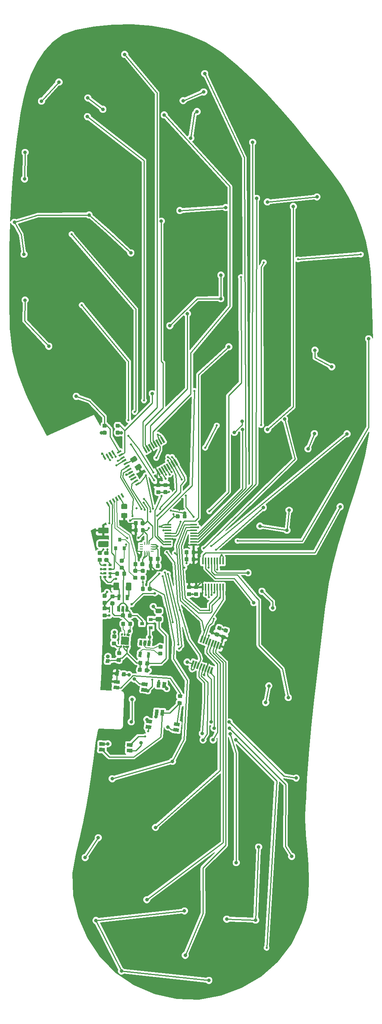
<source format=gbl>
G04 #@! TF.GenerationSoftware,KiCad,Pcbnew,(5.0.0)*
G04 #@! TF.CreationDate,2020-01-29T13:36:10+01:00*
G04 #@! TF.ProjectId,Insole_PCB,496E736F6C655F5043422E6B69636164,rev?*
G04 #@! TF.SameCoordinates,Original*
G04 #@! TF.FileFunction,Copper,L2,Bot,Signal*
G04 #@! TF.FilePolarity,Positive*
%FSLAX46Y46*%
G04 Gerber Fmt 4.6, Leading zero omitted, Abs format (unit mm)*
G04 Created by KiCad (PCBNEW (5.0.0)) date 01/29/20 13:36:10*
%MOMM*%
%LPD*%
G01*
G04 APERTURE LIST*
G04 #@! TA.AperFunction,Conductor*
%ADD10C,0.100000*%
G04 #@! TD*
G04 #@! TA.AperFunction,SMDPad,CuDef*
%ADD11C,0.875000*%
G04 #@! TD*
G04 #@! TA.AperFunction,SMDPad,CuDef*
%ADD12C,0.650000*%
G04 #@! TD*
G04 #@! TA.AperFunction,ComponentPad*
%ADD13C,0.850000*%
G04 #@! TD*
G04 #@! TA.AperFunction,Conductor*
%ADD14C,0.850000*%
G04 #@! TD*
G04 #@! TA.AperFunction,SMDPad,CuDef*
%ADD15R,0.675000X0.250000*%
G04 #@! TD*
G04 #@! TA.AperFunction,SMDPad,CuDef*
%ADD16R,0.250000X0.675000*%
G04 #@! TD*
G04 #@! TA.AperFunction,SMDPad,CuDef*
%ADD17C,1.150000*%
G04 #@! TD*
G04 #@! TA.AperFunction,SMDPad,CuDef*
%ADD18C,0.450000*%
G04 #@! TD*
G04 #@! TA.AperFunction,SMDPad,CuDef*
%ADD19R,1.500000X0.450000*%
G04 #@! TD*
G04 #@! TA.AperFunction,SMDPad,CuDef*
%ADD20R,0.450000X1.500000*%
G04 #@! TD*
G04 #@! TA.AperFunction,SMDPad,CuDef*
%ADD21R,0.800000X0.900000*%
G04 #@! TD*
G04 #@! TA.AperFunction,SMDPad,CuDef*
%ADD22C,0.410000*%
G04 #@! TD*
G04 #@! TA.AperFunction,SMDPad,CuDef*
%ADD23C,1.800000*%
G04 #@! TD*
G04 #@! TA.AperFunction,SMDPad,CuDef*
%ADD24C,0.500000*%
G04 #@! TD*
G04 #@! TA.AperFunction,SMDPad,CuDef*
%ADD25C,0.400000*%
G04 #@! TD*
G04 #@! TA.AperFunction,SMDPad,CuDef*
%ADD26C,0.800000*%
G04 #@! TD*
G04 #@! TA.AperFunction,SMDPad,CuDef*
%ADD27C,1.325000*%
G04 #@! TD*
G04 #@! TA.AperFunction,SMDPad,CuDef*
%ADD28R,0.900000X0.800000*%
G04 #@! TD*
G04 #@! TA.AperFunction,SMDPad,CuDef*
%ADD29C,0.975000*%
G04 #@! TD*
G04 #@! TA.AperFunction,SMDPad,CuDef*
%ADD30C,1.250000*%
G04 #@! TD*
G04 #@! TA.AperFunction,SMDPad,CuDef*
%ADD31R,0.800000X0.500000*%
G04 #@! TD*
G04 #@! TA.AperFunction,ViaPad*
%ADD32C,0.800000*%
G04 #@! TD*
G04 #@! TA.AperFunction,ViaPad*
%ADD33C,0.500000*%
G04 #@! TD*
G04 #@! TA.AperFunction,ViaPad*
%ADD34C,0.600000*%
G04 #@! TD*
G04 #@! TA.AperFunction,Conductor*
%ADD35C,0.250000*%
G04 #@! TD*
G04 #@! TA.AperFunction,Conductor*
%ADD36C,0.160000*%
G04 #@! TD*
G04 #@! TA.AperFunction,Conductor*
%ADD37C,0.200000*%
G04 #@! TD*
G04 APERTURE END LIST*
D10*
G04 #@! TO.N,P0.6*
G04 #@! TO.C,R17*
G36*
X186437144Y-177646760D02*
X186458379Y-177649910D01*
X186479203Y-177655126D01*
X186499415Y-177662358D01*
X186518821Y-177671537D01*
X186537234Y-177682573D01*
X186554477Y-177695361D01*
X186570383Y-177709777D01*
X186584799Y-177725683D01*
X186597587Y-177742926D01*
X186608623Y-177761339D01*
X186617802Y-177780745D01*
X186625034Y-177800957D01*
X186630250Y-177821781D01*
X186633400Y-177843016D01*
X186634453Y-177864457D01*
X186634453Y-178301957D01*
X186633400Y-178323398D01*
X186630250Y-178344633D01*
X186625034Y-178365457D01*
X186617802Y-178385669D01*
X186608623Y-178405075D01*
X186597587Y-178423488D01*
X186584799Y-178440731D01*
X186570383Y-178456637D01*
X186554477Y-178471053D01*
X186537234Y-178483841D01*
X186518821Y-178494877D01*
X186499415Y-178504056D01*
X186479203Y-178511288D01*
X186458379Y-178516504D01*
X186437144Y-178519654D01*
X186415703Y-178520707D01*
X185903203Y-178520707D01*
X185881762Y-178519654D01*
X185860527Y-178516504D01*
X185839703Y-178511288D01*
X185819491Y-178504056D01*
X185800085Y-178494877D01*
X185781672Y-178483841D01*
X185764429Y-178471053D01*
X185748523Y-178456637D01*
X185734107Y-178440731D01*
X185721319Y-178423488D01*
X185710283Y-178405075D01*
X185701104Y-178385669D01*
X185693872Y-178365457D01*
X185688656Y-178344633D01*
X185685506Y-178323398D01*
X185684453Y-178301957D01*
X185684453Y-177864457D01*
X185685506Y-177843016D01*
X185688656Y-177821781D01*
X185693872Y-177800957D01*
X185701104Y-177780745D01*
X185710283Y-177761339D01*
X185721319Y-177742926D01*
X185734107Y-177725683D01*
X185748523Y-177709777D01*
X185764429Y-177695361D01*
X185781672Y-177682573D01*
X185800085Y-177671537D01*
X185819491Y-177662358D01*
X185839703Y-177655126D01*
X185860527Y-177649910D01*
X185881762Y-177646760D01*
X185903203Y-177645707D01*
X186415703Y-177645707D01*
X186437144Y-177646760D01*
X186437144Y-177646760D01*
G37*
D11*
G04 #@! TD*
G04 #@! TO.P,R17,2*
G04 #@! TO.N,P0.6*
X186159453Y-178083207D03*
D10*
G04 #@! TO.N,+3V3*
G04 #@! TO.C,R17*
G36*
X186437144Y-179221760D02*
X186458379Y-179224910D01*
X186479203Y-179230126D01*
X186499415Y-179237358D01*
X186518821Y-179246537D01*
X186537234Y-179257573D01*
X186554477Y-179270361D01*
X186570383Y-179284777D01*
X186584799Y-179300683D01*
X186597587Y-179317926D01*
X186608623Y-179336339D01*
X186617802Y-179355745D01*
X186625034Y-179375957D01*
X186630250Y-179396781D01*
X186633400Y-179418016D01*
X186634453Y-179439457D01*
X186634453Y-179876957D01*
X186633400Y-179898398D01*
X186630250Y-179919633D01*
X186625034Y-179940457D01*
X186617802Y-179960669D01*
X186608623Y-179980075D01*
X186597587Y-179998488D01*
X186584799Y-180015731D01*
X186570383Y-180031637D01*
X186554477Y-180046053D01*
X186537234Y-180058841D01*
X186518821Y-180069877D01*
X186499415Y-180079056D01*
X186479203Y-180086288D01*
X186458379Y-180091504D01*
X186437144Y-180094654D01*
X186415703Y-180095707D01*
X185903203Y-180095707D01*
X185881762Y-180094654D01*
X185860527Y-180091504D01*
X185839703Y-180086288D01*
X185819491Y-180079056D01*
X185800085Y-180069877D01*
X185781672Y-180058841D01*
X185764429Y-180046053D01*
X185748523Y-180031637D01*
X185734107Y-180015731D01*
X185721319Y-179998488D01*
X185710283Y-179980075D01*
X185701104Y-179960669D01*
X185693872Y-179940457D01*
X185688656Y-179919633D01*
X185685506Y-179898398D01*
X185684453Y-179876957D01*
X185684453Y-179439457D01*
X185685506Y-179418016D01*
X185688656Y-179396781D01*
X185693872Y-179375957D01*
X185701104Y-179355745D01*
X185710283Y-179336339D01*
X185721319Y-179317926D01*
X185734107Y-179300683D01*
X185748523Y-179284777D01*
X185764429Y-179270361D01*
X185781672Y-179257573D01*
X185800085Y-179246537D01*
X185819491Y-179237358D01*
X185839703Y-179230126D01*
X185860527Y-179224910D01*
X185881762Y-179221760D01*
X185903203Y-179220707D01*
X186415703Y-179220707D01*
X186437144Y-179221760D01*
X186437144Y-179221760D01*
G37*
D11*
G04 #@! TD*
G04 #@! TO.P,R17,1*
G04 #@! TO.N,+3V3*
X186159453Y-179658207D03*
D10*
G04 #@! TO.N,/+BATT_CUT*
G04 #@! TO.C,C3*
G36*
X192133840Y-182073341D02*
X192155260Y-182074769D01*
X192176436Y-182078289D01*
X192197166Y-182083867D01*
X192217249Y-182091451D01*
X192236491Y-182100967D01*
X192254709Y-182112323D01*
X192271726Y-182125410D01*
X192287378Y-182140102D01*
X192301514Y-182156257D01*
X192313999Y-182173720D01*
X192324713Y-182192323D01*
X192333551Y-182211886D01*
X192340429Y-182232221D01*
X192345281Y-182253133D01*
X192348060Y-182274420D01*
X192348739Y-182295876D01*
X192339795Y-182808298D01*
X192338367Y-182829717D01*
X192334847Y-182850894D01*
X192329269Y-182871623D01*
X192321685Y-182891706D01*
X192312169Y-182910949D01*
X192300813Y-182929167D01*
X192287726Y-182946183D01*
X192273035Y-182961835D01*
X192256879Y-182975972D01*
X192239416Y-182988457D01*
X192220814Y-182999170D01*
X192201250Y-183008009D01*
X192180915Y-183014887D01*
X192160003Y-183019739D01*
X192138717Y-183022518D01*
X192117260Y-183023197D01*
X191679826Y-183015561D01*
X191658406Y-183014133D01*
X191637230Y-183010613D01*
X191616500Y-183005035D01*
X191596417Y-182997451D01*
X191577175Y-182987935D01*
X191558957Y-182976579D01*
X191541940Y-182963492D01*
X191526288Y-182948800D01*
X191512152Y-182932645D01*
X191499667Y-182915182D01*
X191488953Y-182896579D01*
X191480115Y-182877016D01*
X191473237Y-182856681D01*
X191468385Y-182835769D01*
X191465606Y-182814482D01*
X191464927Y-182793026D01*
X191473871Y-182280604D01*
X191475299Y-182259185D01*
X191478819Y-182238008D01*
X191484397Y-182217279D01*
X191491981Y-182197196D01*
X191501497Y-182177953D01*
X191512853Y-182159735D01*
X191525940Y-182142719D01*
X191540631Y-182127067D01*
X191556787Y-182112930D01*
X191574250Y-182100445D01*
X191592852Y-182089732D01*
X191612416Y-182080893D01*
X191632751Y-182074015D01*
X191653663Y-182069163D01*
X191674949Y-182066384D01*
X191696406Y-182065705D01*
X192133840Y-182073341D01*
X192133840Y-182073341D01*
G37*
D11*
G04 #@! TD*
G04 #@! TO.P,C3,2*
G04 #@! TO.N,/+BATT_CUT*
X191906833Y-182544451D03*
D10*
G04 #@! TO.N,GND*
G04 #@! TO.C,C3*
G36*
X190559080Y-182045853D02*
X190580500Y-182047281D01*
X190601676Y-182050801D01*
X190622406Y-182056379D01*
X190642489Y-182063963D01*
X190661731Y-182073479D01*
X190679949Y-182084835D01*
X190696966Y-182097922D01*
X190712618Y-182112614D01*
X190726754Y-182128769D01*
X190739239Y-182146232D01*
X190749953Y-182164835D01*
X190758791Y-182184398D01*
X190765669Y-182204733D01*
X190770521Y-182225645D01*
X190773300Y-182246932D01*
X190773979Y-182268388D01*
X190765035Y-182780810D01*
X190763607Y-182802229D01*
X190760087Y-182823406D01*
X190754509Y-182844135D01*
X190746925Y-182864218D01*
X190737409Y-182883461D01*
X190726053Y-182901679D01*
X190712966Y-182918695D01*
X190698275Y-182934347D01*
X190682119Y-182948484D01*
X190664656Y-182960969D01*
X190646054Y-182971682D01*
X190626490Y-182980521D01*
X190606155Y-182987399D01*
X190585243Y-182992251D01*
X190563957Y-182995030D01*
X190542500Y-182995709D01*
X190105066Y-182988073D01*
X190083646Y-182986645D01*
X190062470Y-182983125D01*
X190041740Y-182977547D01*
X190021657Y-182969963D01*
X190002415Y-182960447D01*
X189984197Y-182949091D01*
X189967180Y-182936004D01*
X189951528Y-182921312D01*
X189937392Y-182905157D01*
X189924907Y-182887694D01*
X189914193Y-182869091D01*
X189905355Y-182849528D01*
X189898477Y-182829193D01*
X189893625Y-182808281D01*
X189890846Y-182786994D01*
X189890167Y-182765538D01*
X189899111Y-182253116D01*
X189900539Y-182231697D01*
X189904059Y-182210520D01*
X189909637Y-182189791D01*
X189917221Y-182169708D01*
X189926737Y-182150465D01*
X189938093Y-182132247D01*
X189951180Y-182115231D01*
X189965871Y-182099579D01*
X189982027Y-182085442D01*
X189999490Y-182072957D01*
X190018092Y-182062244D01*
X190037656Y-182053405D01*
X190057991Y-182046527D01*
X190078903Y-182041675D01*
X190100189Y-182038896D01*
X190121646Y-182038217D01*
X190559080Y-182045853D01*
X190559080Y-182045853D01*
G37*
D11*
G04 #@! TD*
G04 #@! TO.P,C3,1*
G04 #@! TO.N,GND*
X190332073Y-182516963D03*
D12*
G04 #@! TO.P,U3,5*
G04 #@! TO.N,Net-(L3-Pad1)*
X191302171Y-178447486D03*
D10*
G04 #@! TD*
G04 #@! TO.N,Net-(L3-Pad1)*
G04 #@! TO.C,U3*
G36*
X191616476Y-179063065D02*
X190966575Y-179051721D01*
X190987866Y-177831907D01*
X191637767Y-177843251D01*
X191616476Y-179063065D01*
X191616476Y-179063065D01*
G37*
D12*
G04 #@! TO.P,U3,4*
G04 #@! TO.N,+3V3*
X189402460Y-178414327D03*
D10*
G04 #@! TD*
G04 #@! TO.N,+3V3*
G04 #@! TO.C,U3*
G36*
X189716765Y-179029906D02*
X189066864Y-179018562D01*
X189088155Y-177798748D01*
X189738056Y-177810092D01*
X189716765Y-179029906D01*
X189716765Y-179029906D01*
G37*
D12*
G04 #@! TO.P,U3,3*
G04 #@! TO.N,/+BATT_CUT*
X189356735Y-181033928D03*
D10*
G04 #@! TD*
G04 #@! TO.N,/+BATT_CUT*
G04 #@! TO.C,U3*
G36*
X189671040Y-181649507D02*
X189021139Y-181638163D01*
X189042430Y-180418349D01*
X189692331Y-180429693D01*
X189671040Y-181649507D01*
X189671040Y-181649507D01*
G37*
D12*
G04 #@! TO.P,U3,2*
G04 #@! TO.N,GND*
X190306590Y-181050507D03*
D10*
G04 #@! TD*
G04 #@! TO.N,GND*
G04 #@! TO.C,U3*
G36*
X190620895Y-181666086D02*
X189970994Y-181654742D01*
X189992285Y-180434928D01*
X190642186Y-180446272D01*
X190620895Y-181666086D01*
X190620895Y-181666086D01*
G37*
D12*
G04 #@! TO.P,U3,1*
G04 #@! TO.N,/+BATT_CUT*
X191256446Y-181067087D03*
D10*
G04 #@! TD*
G04 #@! TO.N,/+BATT_CUT*
G04 #@! TO.C,U3*
G36*
X191570751Y-181682666D02*
X190920850Y-181671322D01*
X190942141Y-180451508D01*
X191592042Y-180462852D01*
X191570751Y-181682666D01*
X191570751Y-181682666D01*
G37*
D13*
G04 #@! TO.P,J2,2*
G04 #@! TO.N,+BATT*
X186929209Y-191863143D03*
D14*
G04 #@! TD*
G04 #@! TO.N,+BATT*
G04 #@! TO.C,J2*
X186929209Y-191863143D02*
X186929209Y-191863143D01*
D13*
G04 #@! TO.P,J2,1*
G04 #@! TO.N,-BATT*
X186859453Y-192860707D03*
D10*
G04 #@! TD*
G04 #@! TO.N,-BATT*
G04 #@! TO.C,J2*
G36*
X187313064Y-192466389D02*
X187253771Y-193314318D01*
X186405842Y-193255025D01*
X186465135Y-192407096D01*
X187313064Y-192466389D01*
X187313064Y-192466389D01*
G37*
D15*
G04 #@! TO.P,U2,11*
G04 #@! TO.N,N/C*
X194486953Y-166460707D03*
G04 #@! TO.P,U2,10*
X194486953Y-166960707D03*
G04 #@! TO.P,U2,9*
X194486953Y-167460707D03*
G04 #@! TO.P,U2,8*
G04 #@! TO.N,+3V3*
X194486953Y-167960707D03*
G04 #@! TO.P,U2,4*
G04 #@! TO.N,N/C*
X197011953Y-167960707D03*
G04 #@! TO.P,U2,3*
G04 #@! TO.N,GND*
X197011953Y-167460707D03*
G04 #@! TO.P,U2,2*
X197011953Y-166960707D03*
G04 #@! TO.P,U2,1*
X197011953Y-166460707D03*
D16*
G04 #@! TO.P,U2,7*
X195249453Y-168223207D03*
G04 #@! TO.P,U2,6*
X195749453Y-168223207D03*
G04 #@! TO.P,U2,5*
G04 #@! TO.N,+3V3*
X196249453Y-168223207D03*
G04 #@! TO.P,U2,12*
G04 #@! TO.N,N/C*
X195249453Y-166198207D03*
G04 #@! TO.P,U2,14*
G04 #@! TO.N,/SDA*
X196249453Y-166198207D03*
G04 #@! TO.P,U2,13*
G04 #@! TO.N,/SCL*
X195749453Y-166198207D03*
G04 #@! TD*
D10*
G04 #@! TO.N,-BATT*
G04 #@! TO.C,C1*
G36*
X189139412Y-192181980D02*
X189650664Y-192217730D01*
X189671980Y-192220276D01*
X189692943Y-192224900D01*
X189713352Y-192231556D01*
X189733011Y-192240180D01*
X189751729Y-192250690D01*
X189769327Y-192262984D01*
X189785636Y-192276943D01*
X189800498Y-192292434D01*
X189813769Y-192309307D01*
X189825323Y-192327400D01*
X189835048Y-192346538D01*
X189842851Y-192366537D01*
X189848655Y-192387204D01*
X189852406Y-192408341D01*
X189854067Y-192429744D01*
X189853622Y-192451206D01*
X189823104Y-192887640D01*
X189820558Y-192908956D01*
X189815934Y-192929919D01*
X189809278Y-192950328D01*
X189800654Y-192969987D01*
X189790144Y-192988705D01*
X189777850Y-193006303D01*
X189763891Y-193022612D01*
X189748400Y-193037474D01*
X189731527Y-193050745D01*
X189713435Y-193062299D01*
X189694297Y-193072024D01*
X189674298Y-193079827D01*
X189653630Y-193085631D01*
X189632493Y-193089382D01*
X189611090Y-193091043D01*
X189589628Y-193090598D01*
X189078376Y-193054848D01*
X189057060Y-193052302D01*
X189036097Y-193047678D01*
X189015688Y-193041022D01*
X188996029Y-193032398D01*
X188977311Y-193021888D01*
X188959713Y-193009594D01*
X188943404Y-192995635D01*
X188928542Y-192980144D01*
X188915271Y-192963271D01*
X188903717Y-192945178D01*
X188893992Y-192926040D01*
X188886189Y-192906041D01*
X188880385Y-192885374D01*
X188876634Y-192864237D01*
X188874973Y-192842834D01*
X188875418Y-192821372D01*
X188905936Y-192384938D01*
X188908482Y-192363622D01*
X188913106Y-192342659D01*
X188919762Y-192322250D01*
X188928386Y-192302591D01*
X188938896Y-192283873D01*
X188951190Y-192266275D01*
X188965149Y-192249966D01*
X188980640Y-192235104D01*
X188997513Y-192221833D01*
X189015605Y-192210279D01*
X189034743Y-192200554D01*
X189054742Y-192192751D01*
X189075410Y-192186947D01*
X189096547Y-192183196D01*
X189117950Y-192181535D01*
X189139412Y-192181980D01*
X189139412Y-192181980D01*
G37*
D11*
G04 #@! TD*
G04 #@! TO.P,C1,2*
G04 #@! TO.N,-BATT*
X189364520Y-192636289D03*
D10*
G04 #@! TO.N,Net-(C1-Pad1)*
G04 #@! TO.C,C1*
G36*
X189249278Y-190610816D02*
X189760530Y-190646566D01*
X189781846Y-190649112D01*
X189802809Y-190653736D01*
X189823218Y-190660392D01*
X189842877Y-190669016D01*
X189861595Y-190679526D01*
X189879193Y-190691820D01*
X189895502Y-190705779D01*
X189910364Y-190721270D01*
X189923635Y-190738143D01*
X189935189Y-190756236D01*
X189944914Y-190775374D01*
X189952717Y-190795373D01*
X189958521Y-190816040D01*
X189962272Y-190837177D01*
X189963933Y-190858580D01*
X189963488Y-190880042D01*
X189932970Y-191316476D01*
X189930424Y-191337792D01*
X189925800Y-191358755D01*
X189919144Y-191379164D01*
X189910520Y-191398823D01*
X189900010Y-191417541D01*
X189887716Y-191435139D01*
X189873757Y-191451448D01*
X189858266Y-191466310D01*
X189841393Y-191479581D01*
X189823301Y-191491135D01*
X189804163Y-191500860D01*
X189784164Y-191508663D01*
X189763496Y-191514467D01*
X189742359Y-191518218D01*
X189720956Y-191519879D01*
X189699494Y-191519434D01*
X189188242Y-191483684D01*
X189166926Y-191481138D01*
X189145963Y-191476514D01*
X189125554Y-191469858D01*
X189105895Y-191461234D01*
X189087177Y-191450724D01*
X189069579Y-191438430D01*
X189053270Y-191424471D01*
X189038408Y-191408980D01*
X189025137Y-191392107D01*
X189013583Y-191374014D01*
X189003858Y-191354876D01*
X188996055Y-191334877D01*
X188990251Y-191314210D01*
X188986500Y-191293073D01*
X188984839Y-191271670D01*
X188985284Y-191250208D01*
X189015802Y-190813774D01*
X189018348Y-190792458D01*
X189022972Y-190771495D01*
X189029628Y-190751086D01*
X189038252Y-190731427D01*
X189048762Y-190712709D01*
X189061056Y-190695111D01*
X189075015Y-190678802D01*
X189090506Y-190663940D01*
X189107379Y-190650669D01*
X189125471Y-190639115D01*
X189144609Y-190629390D01*
X189164608Y-190621587D01*
X189185276Y-190615783D01*
X189206413Y-190612032D01*
X189227816Y-190610371D01*
X189249278Y-190610816D01*
X189249278Y-190610816D01*
G37*
D11*
G04 #@! TD*
G04 #@! TO.P,C1,1*
G04 #@! TO.N,Net-(C1-Pad1)*
X189474386Y-191065125D03*
D10*
G04 #@! TO.N,+3V3*
G04 #@! TO.C,C2*
G36*
X212976058Y-186889090D02*
X212997410Y-186891311D01*
X213018442Y-186895614D01*
X213038950Y-186901957D01*
X213520542Y-187077242D01*
X213540330Y-187085565D01*
X213559207Y-187095788D01*
X213576991Y-187107812D01*
X213593510Y-187121521D01*
X213608607Y-187136783D01*
X213622135Y-187153451D01*
X213633964Y-187171365D01*
X213643980Y-187190352D01*
X213652087Y-187210230D01*
X213658206Y-187230806D01*
X213662279Y-187251883D01*
X213664267Y-187273258D01*
X213664150Y-187294725D01*
X213661929Y-187316077D01*
X213657626Y-187337108D01*
X213651283Y-187357617D01*
X213501649Y-187768732D01*
X213493326Y-187788520D01*
X213483103Y-187807397D01*
X213471079Y-187825181D01*
X213457370Y-187841700D01*
X213442108Y-187856797D01*
X213425440Y-187870325D01*
X213407526Y-187882154D01*
X213388539Y-187892170D01*
X213368661Y-187900277D01*
X213348085Y-187906396D01*
X213327007Y-187910469D01*
X213305633Y-187912457D01*
X213284166Y-187912340D01*
X213262814Y-187910119D01*
X213241782Y-187905816D01*
X213221274Y-187899473D01*
X212739682Y-187724188D01*
X212719894Y-187715865D01*
X212701017Y-187705642D01*
X212683233Y-187693618D01*
X212666714Y-187679909D01*
X212651617Y-187664647D01*
X212638089Y-187647979D01*
X212626260Y-187630065D01*
X212616244Y-187611078D01*
X212608137Y-187591200D01*
X212602018Y-187570624D01*
X212597945Y-187549547D01*
X212595957Y-187528172D01*
X212596074Y-187506705D01*
X212598295Y-187485353D01*
X212602598Y-187464322D01*
X212608941Y-187443813D01*
X212758575Y-187032698D01*
X212766898Y-187012910D01*
X212777121Y-186994033D01*
X212789145Y-186976249D01*
X212802854Y-186959730D01*
X212818116Y-186944633D01*
X212834784Y-186931105D01*
X212852698Y-186919276D01*
X212871685Y-186909260D01*
X212891563Y-186901153D01*
X212912139Y-186895034D01*
X212933217Y-186890961D01*
X212954591Y-186888973D01*
X212976058Y-186889090D01*
X212976058Y-186889090D01*
G37*
D11*
G04 #@! TD*
G04 #@! TO.P,C2,2*
G04 #@! TO.N,+3V3*
X213130112Y-187400715D03*
D10*
G04 #@! TO.N,GND*
G04 #@! TO.C,C2*
G36*
X213514740Y-185409074D02*
X213536092Y-185411295D01*
X213557124Y-185415598D01*
X213577632Y-185421941D01*
X214059224Y-185597226D01*
X214079012Y-185605549D01*
X214097889Y-185615772D01*
X214115673Y-185627796D01*
X214132192Y-185641505D01*
X214147289Y-185656767D01*
X214160817Y-185673435D01*
X214172646Y-185691349D01*
X214182662Y-185710336D01*
X214190769Y-185730214D01*
X214196888Y-185750790D01*
X214200961Y-185771867D01*
X214202949Y-185793242D01*
X214202832Y-185814709D01*
X214200611Y-185836061D01*
X214196308Y-185857092D01*
X214189965Y-185877601D01*
X214040331Y-186288716D01*
X214032008Y-186308504D01*
X214021785Y-186327381D01*
X214009761Y-186345165D01*
X213996052Y-186361684D01*
X213980790Y-186376781D01*
X213964122Y-186390309D01*
X213946208Y-186402138D01*
X213927221Y-186412154D01*
X213907343Y-186420261D01*
X213886767Y-186426380D01*
X213865689Y-186430453D01*
X213844315Y-186432441D01*
X213822848Y-186432324D01*
X213801496Y-186430103D01*
X213780464Y-186425800D01*
X213759956Y-186419457D01*
X213278364Y-186244172D01*
X213258576Y-186235849D01*
X213239699Y-186225626D01*
X213221915Y-186213602D01*
X213205396Y-186199893D01*
X213190299Y-186184631D01*
X213176771Y-186167963D01*
X213164942Y-186150049D01*
X213154926Y-186131062D01*
X213146819Y-186111184D01*
X213140700Y-186090608D01*
X213136627Y-186069531D01*
X213134639Y-186048156D01*
X213134756Y-186026689D01*
X213136977Y-186005337D01*
X213141280Y-185984306D01*
X213147623Y-185963797D01*
X213297257Y-185552682D01*
X213305580Y-185532894D01*
X213315803Y-185514017D01*
X213327827Y-185496233D01*
X213341536Y-185479714D01*
X213356798Y-185464617D01*
X213373466Y-185451089D01*
X213391380Y-185439260D01*
X213410367Y-185429244D01*
X213430245Y-185421137D01*
X213450821Y-185415018D01*
X213471899Y-185410945D01*
X213493273Y-185408957D01*
X213514740Y-185409074D01*
X213514740Y-185409074D01*
G37*
D11*
G04 #@! TD*
G04 #@! TO.P,C2,1*
G04 #@! TO.N,GND*
X213668794Y-185920699D03*
D10*
G04 #@! TO.N,GND*
G04 #@! TO.C,C4*
G36*
X188187556Y-179353125D02*
X188208975Y-179354553D01*
X188230152Y-179358073D01*
X188250881Y-179363651D01*
X188270964Y-179371235D01*
X188290207Y-179380751D01*
X188308425Y-179392107D01*
X188325441Y-179405194D01*
X188341093Y-179419885D01*
X188355230Y-179436041D01*
X188367715Y-179453504D01*
X188378428Y-179472106D01*
X188387267Y-179491670D01*
X188394145Y-179512005D01*
X188398997Y-179532917D01*
X188401776Y-179554203D01*
X188402455Y-179575660D01*
X188394819Y-180013094D01*
X188393391Y-180034514D01*
X188389871Y-180055690D01*
X188384293Y-180076420D01*
X188376709Y-180096503D01*
X188367193Y-180115745D01*
X188355837Y-180133963D01*
X188342750Y-180150980D01*
X188328058Y-180166632D01*
X188311903Y-180180768D01*
X188294440Y-180193253D01*
X188275837Y-180203967D01*
X188256274Y-180212805D01*
X188235939Y-180219683D01*
X188215027Y-180224535D01*
X188193740Y-180227314D01*
X188172284Y-180227993D01*
X187659862Y-180219049D01*
X187638443Y-180217621D01*
X187617266Y-180214101D01*
X187596537Y-180208523D01*
X187576454Y-180200939D01*
X187557211Y-180191423D01*
X187538993Y-180180067D01*
X187521977Y-180166980D01*
X187506325Y-180152289D01*
X187492188Y-180136133D01*
X187479703Y-180118670D01*
X187468990Y-180100068D01*
X187460151Y-180080504D01*
X187453273Y-180060169D01*
X187448421Y-180039257D01*
X187445642Y-180017971D01*
X187444963Y-179996514D01*
X187452599Y-179559080D01*
X187454027Y-179537660D01*
X187457547Y-179516484D01*
X187463125Y-179495754D01*
X187470709Y-179475671D01*
X187480225Y-179456429D01*
X187491581Y-179438211D01*
X187504668Y-179421194D01*
X187519360Y-179405542D01*
X187535515Y-179391406D01*
X187552978Y-179378921D01*
X187571581Y-179368207D01*
X187591144Y-179359369D01*
X187611479Y-179352491D01*
X187632391Y-179347639D01*
X187653678Y-179344860D01*
X187675134Y-179344181D01*
X188187556Y-179353125D01*
X188187556Y-179353125D01*
G37*
D11*
G04 #@! TD*
G04 #@! TO.P,C4,2*
G04 #@! TO.N,GND*
X187923709Y-179786087D03*
D10*
G04 #@! TO.N,+3V3*
G04 #@! TO.C,C4*
G36*
X188215044Y-177778365D02*
X188236463Y-177779793D01*
X188257640Y-177783313D01*
X188278369Y-177788891D01*
X188298452Y-177796475D01*
X188317695Y-177805991D01*
X188335913Y-177817347D01*
X188352929Y-177830434D01*
X188368581Y-177845125D01*
X188382718Y-177861281D01*
X188395203Y-177878744D01*
X188405916Y-177897346D01*
X188414755Y-177916910D01*
X188421633Y-177937245D01*
X188426485Y-177958157D01*
X188429264Y-177979443D01*
X188429943Y-178000900D01*
X188422307Y-178438334D01*
X188420879Y-178459754D01*
X188417359Y-178480930D01*
X188411781Y-178501660D01*
X188404197Y-178521743D01*
X188394681Y-178540985D01*
X188383325Y-178559203D01*
X188370238Y-178576220D01*
X188355546Y-178591872D01*
X188339391Y-178606008D01*
X188321928Y-178618493D01*
X188303325Y-178629207D01*
X188283762Y-178638045D01*
X188263427Y-178644923D01*
X188242515Y-178649775D01*
X188221228Y-178652554D01*
X188199772Y-178653233D01*
X187687350Y-178644289D01*
X187665931Y-178642861D01*
X187644754Y-178639341D01*
X187624025Y-178633763D01*
X187603942Y-178626179D01*
X187584699Y-178616663D01*
X187566481Y-178605307D01*
X187549465Y-178592220D01*
X187533813Y-178577529D01*
X187519676Y-178561373D01*
X187507191Y-178543910D01*
X187496478Y-178525308D01*
X187487639Y-178505744D01*
X187480761Y-178485409D01*
X187475909Y-178464497D01*
X187473130Y-178443211D01*
X187472451Y-178421754D01*
X187480087Y-177984320D01*
X187481515Y-177962900D01*
X187485035Y-177941724D01*
X187490613Y-177920994D01*
X187498197Y-177900911D01*
X187507713Y-177881669D01*
X187519069Y-177863451D01*
X187532156Y-177846434D01*
X187546848Y-177830782D01*
X187563003Y-177816646D01*
X187580466Y-177804161D01*
X187599069Y-177793447D01*
X187618632Y-177784609D01*
X187638967Y-177777731D01*
X187659879Y-177772879D01*
X187681166Y-177770100D01*
X187702622Y-177769421D01*
X188215044Y-177778365D01*
X188215044Y-177778365D01*
G37*
D11*
G04 #@! TD*
G04 #@! TO.P,C4,1*
G04 #@! TO.N,+3V3*
X187951197Y-178211327D03*
D10*
G04 #@! TO.N,+3V3*
G04 #@! TO.C,C5*
G36*
X211526058Y-186339090D02*
X211547410Y-186341311D01*
X211568442Y-186345614D01*
X211588950Y-186351957D01*
X212070542Y-186527242D01*
X212090330Y-186535565D01*
X212109207Y-186545788D01*
X212126991Y-186557812D01*
X212143510Y-186571521D01*
X212158607Y-186586783D01*
X212172135Y-186603451D01*
X212183964Y-186621365D01*
X212193980Y-186640352D01*
X212202087Y-186660230D01*
X212208206Y-186680806D01*
X212212279Y-186701883D01*
X212214267Y-186723258D01*
X212214150Y-186744725D01*
X212211929Y-186766077D01*
X212207626Y-186787108D01*
X212201283Y-186807617D01*
X212051649Y-187218732D01*
X212043326Y-187238520D01*
X212033103Y-187257397D01*
X212021079Y-187275181D01*
X212007370Y-187291700D01*
X211992108Y-187306797D01*
X211975440Y-187320325D01*
X211957526Y-187332154D01*
X211938539Y-187342170D01*
X211918661Y-187350277D01*
X211898085Y-187356396D01*
X211877007Y-187360469D01*
X211855633Y-187362457D01*
X211834166Y-187362340D01*
X211812814Y-187360119D01*
X211791782Y-187355816D01*
X211771274Y-187349473D01*
X211289682Y-187174188D01*
X211269894Y-187165865D01*
X211251017Y-187155642D01*
X211233233Y-187143618D01*
X211216714Y-187129909D01*
X211201617Y-187114647D01*
X211188089Y-187097979D01*
X211176260Y-187080065D01*
X211166244Y-187061078D01*
X211158137Y-187041200D01*
X211152018Y-187020624D01*
X211147945Y-186999547D01*
X211145957Y-186978172D01*
X211146074Y-186956705D01*
X211148295Y-186935353D01*
X211152598Y-186914322D01*
X211158941Y-186893813D01*
X211308575Y-186482698D01*
X211316898Y-186462910D01*
X211327121Y-186444033D01*
X211339145Y-186426249D01*
X211352854Y-186409730D01*
X211368116Y-186394633D01*
X211384784Y-186381105D01*
X211402698Y-186369276D01*
X211421685Y-186359260D01*
X211441563Y-186351153D01*
X211462139Y-186345034D01*
X211483217Y-186340961D01*
X211504591Y-186338973D01*
X211526058Y-186339090D01*
X211526058Y-186339090D01*
G37*
D11*
G04 #@! TD*
G04 #@! TO.P,C5,2*
G04 #@! TO.N,+3V3*
X211680112Y-186850715D03*
D10*
G04 #@! TO.N,GND*
G04 #@! TO.C,C5*
G36*
X212064740Y-184859074D02*
X212086092Y-184861295D01*
X212107124Y-184865598D01*
X212127632Y-184871941D01*
X212609224Y-185047226D01*
X212629012Y-185055549D01*
X212647889Y-185065772D01*
X212665673Y-185077796D01*
X212682192Y-185091505D01*
X212697289Y-185106767D01*
X212710817Y-185123435D01*
X212722646Y-185141349D01*
X212732662Y-185160336D01*
X212740769Y-185180214D01*
X212746888Y-185200790D01*
X212750961Y-185221867D01*
X212752949Y-185243242D01*
X212752832Y-185264709D01*
X212750611Y-185286061D01*
X212746308Y-185307092D01*
X212739965Y-185327601D01*
X212590331Y-185738716D01*
X212582008Y-185758504D01*
X212571785Y-185777381D01*
X212559761Y-185795165D01*
X212546052Y-185811684D01*
X212530790Y-185826781D01*
X212514122Y-185840309D01*
X212496208Y-185852138D01*
X212477221Y-185862154D01*
X212457343Y-185870261D01*
X212436767Y-185876380D01*
X212415689Y-185880453D01*
X212394315Y-185882441D01*
X212372848Y-185882324D01*
X212351496Y-185880103D01*
X212330464Y-185875800D01*
X212309956Y-185869457D01*
X211828364Y-185694172D01*
X211808576Y-185685849D01*
X211789699Y-185675626D01*
X211771915Y-185663602D01*
X211755396Y-185649893D01*
X211740299Y-185634631D01*
X211726771Y-185617963D01*
X211714942Y-185600049D01*
X211704926Y-185581062D01*
X211696819Y-185561184D01*
X211690700Y-185540608D01*
X211686627Y-185519531D01*
X211684639Y-185498156D01*
X211684756Y-185476689D01*
X211686977Y-185455337D01*
X211691280Y-185434306D01*
X211697623Y-185413797D01*
X211847257Y-185002682D01*
X211855580Y-184982894D01*
X211865803Y-184964017D01*
X211877827Y-184946233D01*
X211891536Y-184929714D01*
X211906798Y-184914617D01*
X211923466Y-184901089D01*
X211941380Y-184889260D01*
X211960367Y-184879244D01*
X211980245Y-184871137D01*
X212000821Y-184865018D01*
X212021899Y-184860945D01*
X212043273Y-184858957D01*
X212064740Y-184859074D01*
X212064740Y-184859074D01*
G37*
D11*
G04 #@! TD*
G04 #@! TO.P,C5,1*
G04 #@! TO.N,GND*
X212218794Y-185370699D03*
D10*
G04 #@! TO.N,+3V3*
G04 #@! TO.C,C6*
G36*
X205627144Y-175674260D02*
X205648379Y-175677410D01*
X205669203Y-175682626D01*
X205689415Y-175689858D01*
X205708821Y-175699037D01*
X205727234Y-175710073D01*
X205744477Y-175722861D01*
X205760383Y-175737277D01*
X205774799Y-175753183D01*
X205787587Y-175770426D01*
X205798623Y-175788839D01*
X205807802Y-175808245D01*
X205815034Y-175828457D01*
X205820250Y-175849281D01*
X205823400Y-175870516D01*
X205824453Y-175891957D01*
X205824453Y-176329457D01*
X205823400Y-176350898D01*
X205820250Y-176372133D01*
X205815034Y-176392957D01*
X205807802Y-176413169D01*
X205798623Y-176432575D01*
X205787587Y-176450988D01*
X205774799Y-176468231D01*
X205760383Y-176484137D01*
X205744477Y-176498553D01*
X205727234Y-176511341D01*
X205708821Y-176522377D01*
X205689415Y-176531556D01*
X205669203Y-176538788D01*
X205648379Y-176544004D01*
X205627144Y-176547154D01*
X205605703Y-176548207D01*
X205093203Y-176548207D01*
X205071762Y-176547154D01*
X205050527Y-176544004D01*
X205029703Y-176538788D01*
X205009491Y-176531556D01*
X204990085Y-176522377D01*
X204971672Y-176511341D01*
X204954429Y-176498553D01*
X204938523Y-176484137D01*
X204924107Y-176468231D01*
X204911319Y-176450988D01*
X204900283Y-176432575D01*
X204891104Y-176413169D01*
X204883872Y-176392957D01*
X204878656Y-176372133D01*
X204875506Y-176350898D01*
X204874453Y-176329457D01*
X204874453Y-175891957D01*
X204875506Y-175870516D01*
X204878656Y-175849281D01*
X204883872Y-175828457D01*
X204891104Y-175808245D01*
X204900283Y-175788839D01*
X204911319Y-175770426D01*
X204924107Y-175753183D01*
X204938523Y-175737277D01*
X204954429Y-175722861D01*
X204971672Y-175710073D01*
X204990085Y-175699037D01*
X205009491Y-175689858D01*
X205029703Y-175682626D01*
X205050527Y-175677410D01*
X205071762Y-175674260D01*
X205093203Y-175673207D01*
X205605703Y-175673207D01*
X205627144Y-175674260D01*
X205627144Y-175674260D01*
G37*
D11*
G04 #@! TD*
G04 #@! TO.P,C6,2*
G04 #@! TO.N,+3V3*
X205349453Y-176110707D03*
D10*
G04 #@! TO.N,GND*
G04 #@! TO.C,C6*
G36*
X205627144Y-177249260D02*
X205648379Y-177252410D01*
X205669203Y-177257626D01*
X205689415Y-177264858D01*
X205708821Y-177274037D01*
X205727234Y-177285073D01*
X205744477Y-177297861D01*
X205760383Y-177312277D01*
X205774799Y-177328183D01*
X205787587Y-177345426D01*
X205798623Y-177363839D01*
X205807802Y-177383245D01*
X205815034Y-177403457D01*
X205820250Y-177424281D01*
X205823400Y-177445516D01*
X205824453Y-177466957D01*
X205824453Y-177904457D01*
X205823400Y-177925898D01*
X205820250Y-177947133D01*
X205815034Y-177967957D01*
X205807802Y-177988169D01*
X205798623Y-178007575D01*
X205787587Y-178025988D01*
X205774799Y-178043231D01*
X205760383Y-178059137D01*
X205744477Y-178073553D01*
X205727234Y-178086341D01*
X205708821Y-178097377D01*
X205689415Y-178106556D01*
X205669203Y-178113788D01*
X205648379Y-178119004D01*
X205627144Y-178122154D01*
X205605703Y-178123207D01*
X205093203Y-178123207D01*
X205071762Y-178122154D01*
X205050527Y-178119004D01*
X205029703Y-178113788D01*
X205009491Y-178106556D01*
X204990085Y-178097377D01*
X204971672Y-178086341D01*
X204954429Y-178073553D01*
X204938523Y-178059137D01*
X204924107Y-178043231D01*
X204911319Y-178025988D01*
X204900283Y-178007575D01*
X204891104Y-177988169D01*
X204883872Y-177967957D01*
X204878656Y-177947133D01*
X204875506Y-177925898D01*
X204874453Y-177904457D01*
X204874453Y-177466957D01*
X204875506Y-177445516D01*
X204878656Y-177424281D01*
X204883872Y-177403457D01*
X204891104Y-177383245D01*
X204900283Y-177363839D01*
X204911319Y-177345426D01*
X204924107Y-177328183D01*
X204938523Y-177312277D01*
X204954429Y-177297861D01*
X204971672Y-177285073D01*
X204990085Y-177274037D01*
X205009491Y-177264858D01*
X205029703Y-177257626D01*
X205050527Y-177252410D01*
X205071762Y-177249260D01*
X205093203Y-177248207D01*
X205605703Y-177248207D01*
X205627144Y-177249260D01*
X205627144Y-177249260D01*
G37*
D11*
G04 #@! TD*
G04 #@! TO.P,C6,1*
G04 #@! TO.N,GND*
X205349453Y-177685707D03*
D10*
G04 #@! TO.N,+3V3*
G04 #@! TO.C,C7*
G36*
X207227144Y-175686760D02*
X207248379Y-175689910D01*
X207269203Y-175695126D01*
X207289415Y-175702358D01*
X207308821Y-175711537D01*
X207327234Y-175722573D01*
X207344477Y-175735361D01*
X207360383Y-175749777D01*
X207374799Y-175765683D01*
X207387587Y-175782926D01*
X207398623Y-175801339D01*
X207407802Y-175820745D01*
X207415034Y-175840957D01*
X207420250Y-175861781D01*
X207423400Y-175883016D01*
X207424453Y-175904457D01*
X207424453Y-176341957D01*
X207423400Y-176363398D01*
X207420250Y-176384633D01*
X207415034Y-176405457D01*
X207407802Y-176425669D01*
X207398623Y-176445075D01*
X207387587Y-176463488D01*
X207374799Y-176480731D01*
X207360383Y-176496637D01*
X207344477Y-176511053D01*
X207327234Y-176523841D01*
X207308821Y-176534877D01*
X207289415Y-176544056D01*
X207269203Y-176551288D01*
X207248379Y-176556504D01*
X207227144Y-176559654D01*
X207205703Y-176560707D01*
X206693203Y-176560707D01*
X206671762Y-176559654D01*
X206650527Y-176556504D01*
X206629703Y-176551288D01*
X206609491Y-176544056D01*
X206590085Y-176534877D01*
X206571672Y-176523841D01*
X206554429Y-176511053D01*
X206538523Y-176496637D01*
X206524107Y-176480731D01*
X206511319Y-176463488D01*
X206500283Y-176445075D01*
X206491104Y-176425669D01*
X206483872Y-176405457D01*
X206478656Y-176384633D01*
X206475506Y-176363398D01*
X206474453Y-176341957D01*
X206474453Y-175904457D01*
X206475506Y-175883016D01*
X206478656Y-175861781D01*
X206483872Y-175840957D01*
X206491104Y-175820745D01*
X206500283Y-175801339D01*
X206511319Y-175782926D01*
X206524107Y-175765683D01*
X206538523Y-175749777D01*
X206554429Y-175735361D01*
X206571672Y-175722573D01*
X206590085Y-175711537D01*
X206609491Y-175702358D01*
X206629703Y-175695126D01*
X206650527Y-175689910D01*
X206671762Y-175686760D01*
X206693203Y-175685707D01*
X207205703Y-175685707D01*
X207227144Y-175686760D01*
X207227144Y-175686760D01*
G37*
D11*
G04 #@! TD*
G04 #@! TO.P,C7,2*
G04 #@! TO.N,+3V3*
X206949453Y-176123207D03*
D10*
G04 #@! TO.N,GND*
G04 #@! TO.C,C7*
G36*
X207227144Y-177261760D02*
X207248379Y-177264910D01*
X207269203Y-177270126D01*
X207289415Y-177277358D01*
X207308821Y-177286537D01*
X207327234Y-177297573D01*
X207344477Y-177310361D01*
X207360383Y-177324777D01*
X207374799Y-177340683D01*
X207387587Y-177357926D01*
X207398623Y-177376339D01*
X207407802Y-177395745D01*
X207415034Y-177415957D01*
X207420250Y-177436781D01*
X207423400Y-177458016D01*
X207424453Y-177479457D01*
X207424453Y-177916957D01*
X207423400Y-177938398D01*
X207420250Y-177959633D01*
X207415034Y-177980457D01*
X207407802Y-178000669D01*
X207398623Y-178020075D01*
X207387587Y-178038488D01*
X207374799Y-178055731D01*
X207360383Y-178071637D01*
X207344477Y-178086053D01*
X207327234Y-178098841D01*
X207308821Y-178109877D01*
X207289415Y-178119056D01*
X207269203Y-178126288D01*
X207248379Y-178131504D01*
X207227144Y-178134654D01*
X207205703Y-178135707D01*
X206693203Y-178135707D01*
X206671762Y-178134654D01*
X206650527Y-178131504D01*
X206629703Y-178126288D01*
X206609491Y-178119056D01*
X206590085Y-178109877D01*
X206571672Y-178098841D01*
X206554429Y-178086053D01*
X206538523Y-178071637D01*
X206524107Y-178055731D01*
X206511319Y-178038488D01*
X206500283Y-178020075D01*
X206491104Y-178000669D01*
X206483872Y-177980457D01*
X206478656Y-177959633D01*
X206475506Y-177938398D01*
X206474453Y-177916957D01*
X206474453Y-177479457D01*
X206475506Y-177458016D01*
X206478656Y-177436781D01*
X206483872Y-177415957D01*
X206491104Y-177395745D01*
X206500283Y-177376339D01*
X206511319Y-177357926D01*
X206524107Y-177340683D01*
X206538523Y-177324777D01*
X206554429Y-177310361D01*
X206571672Y-177297573D01*
X206590085Y-177286537D01*
X206609491Y-177277358D01*
X206629703Y-177270126D01*
X206650527Y-177264910D01*
X206671762Y-177261760D01*
X206693203Y-177260707D01*
X207205703Y-177260707D01*
X207227144Y-177261760D01*
X207227144Y-177261760D01*
G37*
D11*
G04 #@! TD*
G04 #@! TO.P,C7,1*
G04 #@! TO.N,GND*
X206949453Y-177698207D03*
D10*
G04 #@! TO.N,+3V3*
G04 #@! TO.C,C8*
G36*
X206589644Y-169336760D02*
X206610879Y-169339910D01*
X206631703Y-169345126D01*
X206651915Y-169352358D01*
X206671321Y-169361537D01*
X206689734Y-169372573D01*
X206706977Y-169385361D01*
X206722883Y-169399777D01*
X206737299Y-169415683D01*
X206750087Y-169432926D01*
X206761123Y-169451339D01*
X206770302Y-169470745D01*
X206777534Y-169490957D01*
X206782750Y-169511781D01*
X206785900Y-169533016D01*
X206786953Y-169554457D01*
X206786953Y-170066957D01*
X206785900Y-170088398D01*
X206782750Y-170109633D01*
X206777534Y-170130457D01*
X206770302Y-170150669D01*
X206761123Y-170170075D01*
X206750087Y-170188488D01*
X206737299Y-170205731D01*
X206722883Y-170221637D01*
X206706977Y-170236053D01*
X206689734Y-170248841D01*
X206671321Y-170259877D01*
X206651915Y-170269056D01*
X206631703Y-170276288D01*
X206610879Y-170281504D01*
X206589644Y-170284654D01*
X206568203Y-170285707D01*
X206130703Y-170285707D01*
X206109262Y-170284654D01*
X206088027Y-170281504D01*
X206067203Y-170276288D01*
X206046991Y-170269056D01*
X206027585Y-170259877D01*
X206009172Y-170248841D01*
X205991929Y-170236053D01*
X205976023Y-170221637D01*
X205961607Y-170205731D01*
X205948819Y-170188488D01*
X205937783Y-170170075D01*
X205928604Y-170150669D01*
X205921372Y-170130457D01*
X205916156Y-170109633D01*
X205913006Y-170088398D01*
X205911953Y-170066957D01*
X205911953Y-169554457D01*
X205913006Y-169533016D01*
X205916156Y-169511781D01*
X205921372Y-169490957D01*
X205928604Y-169470745D01*
X205937783Y-169451339D01*
X205948819Y-169432926D01*
X205961607Y-169415683D01*
X205976023Y-169399777D01*
X205991929Y-169385361D01*
X206009172Y-169372573D01*
X206027585Y-169361537D01*
X206046991Y-169352358D01*
X206067203Y-169345126D01*
X206088027Y-169339910D01*
X206109262Y-169336760D01*
X206130703Y-169335707D01*
X206568203Y-169335707D01*
X206589644Y-169336760D01*
X206589644Y-169336760D01*
G37*
D11*
G04 #@! TD*
G04 #@! TO.P,C8,2*
G04 #@! TO.N,+3V3*
X206349453Y-169810707D03*
D10*
G04 #@! TO.N,GND*
G04 #@! TO.C,C8*
G36*
X205014644Y-169336760D02*
X205035879Y-169339910D01*
X205056703Y-169345126D01*
X205076915Y-169352358D01*
X205096321Y-169361537D01*
X205114734Y-169372573D01*
X205131977Y-169385361D01*
X205147883Y-169399777D01*
X205162299Y-169415683D01*
X205175087Y-169432926D01*
X205186123Y-169451339D01*
X205195302Y-169470745D01*
X205202534Y-169490957D01*
X205207750Y-169511781D01*
X205210900Y-169533016D01*
X205211953Y-169554457D01*
X205211953Y-170066957D01*
X205210900Y-170088398D01*
X205207750Y-170109633D01*
X205202534Y-170130457D01*
X205195302Y-170150669D01*
X205186123Y-170170075D01*
X205175087Y-170188488D01*
X205162299Y-170205731D01*
X205147883Y-170221637D01*
X205131977Y-170236053D01*
X205114734Y-170248841D01*
X205096321Y-170259877D01*
X205076915Y-170269056D01*
X205056703Y-170276288D01*
X205035879Y-170281504D01*
X205014644Y-170284654D01*
X204993203Y-170285707D01*
X204555703Y-170285707D01*
X204534262Y-170284654D01*
X204513027Y-170281504D01*
X204492203Y-170276288D01*
X204471991Y-170269056D01*
X204452585Y-170259877D01*
X204434172Y-170248841D01*
X204416929Y-170236053D01*
X204401023Y-170221637D01*
X204386607Y-170205731D01*
X204373819Y-170188488D01*
X204362783Y-170170075D01*
X204353604Y-170150669D01*
X204346372Y-170130457D01*
X204341156Y-170109633D01*
X204338006Y-170088398D01*
X204336953Y-170066957D01*
X204336953Y-169554457D01*
X204338006Y-169533016D01*
X204341156Y-169511781D01*
X204346372Y-169490957D01*
X204353604Y-169470745D01*
X204362783Y-169451339D01*
X204373819Y-169432926D01*
X204386607Y-169415683D01*
X204401023Y-169399777D01*
X204416929Y-169385361D01*
X204434172Y-169372573D01*
X204452585Y-169361537D01*
X204471991Y-169352358D01*
X204492203Y-169345126D01*
X204513027Y-169339910D01*
X204534262Y-169336760D01*
X204555703Y-169335707D01*
X204993203Y-169335707D01*
X205014644Y-169336760D01*
X205014644Y-169336760D01*
G37*
D11*
G04 #@! TD*
G04 #@! TO.P,C8,1*
G04 #@! TO.N,GND*
X204774453Y-169810707D03*
D10*
G04 #@! TO.N,+3V3*
G04 #@! TO.C,C9*
G36*
X206589644Y-167736760D02*
X206610879Y-167739910D01*
X206631703Y-167745126D01*
X206651915Y-167752358D01*
X206671321Y-167761537D01*
X206689734Y-167772573D01*
X206706977Y-167785361D01*
X206722883Y-167799777D01*
X206737299Y-167815683D01*
X206750087Y-167832926D01*
X206761123Y-167851339D01*
X206770302Y-167870745D01*
X206777534Y-167890957D01*
X206782750Y-167911781D01*
X206785900Y-167933016D01*
X206786953Y-167954457D01*
X206786953Y-168466957D01*
X206785900Y-168488398D01*
X206782750Y-168509633D01*
X206777534Y-168530457D01*
X206770302Y-168550669D01*
X206761123Y-168570075D01*
X206750087Y-168588488D01*
X206737299Y-168605731D01*
X206722883Y-168621637D01*
X206706977Y-168636053D01*
X206689734Y-168648841D01*
X206671321Y-168659877D01*
X206651915Y-168669056D01*
X206631703Y-168676288D01*
X206610879Y-168681504D01*
X206589644Y-168684654D01*
X206568203Y-168685707D01*
X206130703Y-168685707D01*
X206109262Y-168684654D01*
X206088027Y-168681504D01*
X206067203Y-168676288D01*
X206046991Y-168669056D01*
X206027585Y-168659877D01*
X206009172Y-168648841D01*
X205991929Y-168636053D01*
X205976023Y-168621637D01*
X205961607Y-168605731D01*
X205948819Y-168588488D01*
X205937783Y-168570075D01*
X205928604Y-168550669D01*
X205921372Y-168530457D01*
X205916156Y-168509633D01*
X205913006Y-168488398D01*
X205911953Y-168466957D01*
X205911953Y-167954457D01*
X205913006Y-167933016D01*
X205916156Y-167911781D01*
X205921372Y-167890957D01*
X205928604Y-167870745D01*
X205937783Y-167851339D01*
X205948819Y-167832926D01*
X205961607Y-167815683D01*
X205976023Y-167799777D01*
X205991929Y-167785361D01*
X206009172Y-167772573D01*
X206027585Y-167761537D01*
X206046991Y-167752358D01*
X206067203Y-167745126D01*
X206088027Y-167739910D01*
X206109262Y-167736760D01*
X206130703Y-167735707D01*
X206568203Y-167735707D01*
X206589644Y-167736760D01*
X206589644Y-167736760D01*
G37*
D11*
G04 #@! TD*
G04 #@! TO.P,C9,2*
G04 #@! TO.N,+3V3*
X206349453Y-168210707D03*
D10*
G04 #@! TO.N,GND*
G04 #@! TO.C,C9*
G36*
X205014644Y-167736760D02*
X205035879Y-167739910D01*
X205056703Y-167745126D01*
X205076915Y-167752358D01*
X205096321Y-167761537D01*
X205114734Y-167772573D01*
X205131977Y-167785361D01*
X205147883Y-167799777D01*
X205162299Y-167815683D01*
X205175087Y-167832926D01*
X205186123Y-167851339D01*
X205195302Y-167870745D01*
X205202534Y-167890957D01*
X205207750Y-167911781D01*
X205210900Y-167933016D01*
X205211953Y-167954457D01*
X205211953Y-168466957D01*
X205210900Y-168488398D01*
X205207750Y-168509633D01*
X205202534Y-168530457D01*
X205195302Y-168550669D01*
X205186123Y-168570075D01*
X205175087Y-168588488D01*
X205162299Y-168605731D01*
X205147883Y-168621637D01*
X205131977Y-168636053D01*
X205114734Y-168648841D01*
X205096321Y-168659877D01*
X205076915Y-168669056D01*
X205056703Y-168676288D01*
X205035879Y-168681504D01*
X205014644Y-168684654D01*
X204993203Y-168685707D01*
X204555703Y-168685707D01*
X204534262Y-168684654D01*
X204513027Y-168681504D01*
X204492203Y-168676288D01*
X204471991Y-168669056D01*
X204452585Y-168659877D01*
X204434172Y-168648841D01*
X204416929Y-168636053D01*
X204401023Y-168621637D01*
X204386607Y-168605731D01*
X204373819Y-168588488D01*
X204362783Y-168570075D01*
X204353604Y-168550669D01*
X204346372Y-168530457D01*
X204341156Y-168509633D01*
X204338006Y-168488398D01*
X204336953Y-168466957D01*
X204336953Y-167954457D01*
X204338006Y-167933016D01*
X204341156Y-167911781D01*
X204346372Y-167890957D01*
X204353604Y-167870745D01*
X204362783Y-167851339D01*
X204373819Y-167832926D01*
X204386607Y-167815683D01*
X204401023Y-167799777D01*
X204416929Y-167785361D01*
X204434172Y-167772573D01*
X204452585Y-167761537D01*
X204471991Y-167752358D01*
X204492203Y-167745126D01*
X204513027Y-167739910D01*
X204534262Y-167736760D01*
X204555703Y-167735707D01*
X204993203Y-167735707D01*
X205014644Y-167736760D01*
X205014644Y-167736760D01*
G37*
D11*
G04 #@! TD*
G04 #@! TO.P,C9,1*
G04 #@! TO.N,GND*
X204774453Y-168210707D03*
D10*
G04 #@! TO.N,+3V3*
G04 #@! TO.C,C10*
G36*
X200252144Y-152549260D02*
X200273379Y-152552410D01*
X200294203Y-152557626D01*
X200314415Y-152564858D01*
X200333821Y-152574037D01*
X200352234Y-152585073D01*
X200369477Y-152597861D01*
X200385383Y-152612277D01*
X200399799Y-152628183D01*
X200412587Y-152645426D01*
X200423623Y-152663839D01*
X200432802Y-152683245D01*
X200440034Y-152703457D01*
X200445250Y-152724281D01*
X200448400Y-152745516D01*
X200449453Y-152766957D01*
X200449453Y-153204457D01*
X200448400Y-153225898D01*
X200445250Y-153247133D01*
X200440034Y-153267957D01*
X200432802Y-153288169D01*
X200423623Y-153307575D01*
X200412587Y-153325988D01*
X200399799Y-153343231D01*
X200385383Y-153359137D01*
X200369477Y-153373553D01*
X200352234Y-153386341D01*
X200333821Y-153397377D01*
X200314415Y-153406556D01*
X200294203Y-153413788D01*
X200273379Y-153419004D01*
X200252144Y-153422154D01*
X200230703Y-153423207D01*
X199718203Y-153423207D01*
X199696762Y-153422154D01*
X199675527Y-153419004D01*
X199654703Y-153413788D01*
X199634491Y-153406556D01*
X199615085Y-153397377D01*
X199596672Y-153386341D01*
X199579429Y-153373553D01*
X199563523Y-153359137D01*
X199549107Y-153343231D01*
X199536319Y-153325988D01*
X199525283Y-153307575D01*
X199516104Y-153288169D01*
X199508872Y-153267957D01*
X199503656Y-153247133D01*
X199500506Y-153225898D01*
X199499453Y-153204457D01*
X199499453Y-152766957D01*
X199500506Y-152745516D01*
X199503656Y-152724281D01*
X199508872Y-152703457D01*
X199516104Y-152683245D01*
X199525283Y-152663839D01*
X199536319Y-152645426D01*
X199549107Y-152628183D01*
X199563523Y-152612277D01*
X199579429Y-152597861D01*
X199596672Y-152585073D01*
X199615085Y-152574037D01*
X199634491Y-152564858D01*
X199654703Y-152557626D01*
X199675527Y-152552410D01*
X199696762Y-152549260D01*
X199718203Y-152548207D01*
X200230703Y-152548207D01*
X200252144Y-152549260D01*
X200252144Y-152549260D01*
G37*
D11*
G04 #@! TD*
G04 #@! TO.P,C10,2*
G04 #@! TO.N,+3V3*
X199974453Y-152985707D03*
D10*
G04 #@! TO.N,GND*
G04 #@! TO.C,C10*
G36*
X200252144Y-154124260D02*
X200273379Y-154127410D01*
X200294203Y-154132626D01*
X200314415Y-154139858D01*
X200333821Y-154149037D01*
X200352234Y-154160073D01*
X200369477Y-154172861D01*
X200385383Y-154187277D01*
X200399799Y-154203183D01*
X200412587Y-154220426D01*
X200423623Y-154238839D01*
X200432802Y-154258245D01*
X200440034Y-154278457D01*
X200445250Y-154299281D01*
X200448400Y-154320516D01*
X200449453Y-154341957D01*
X200449453Y-154779457D01*
X200448400Y-154800898D01*
X200445250Y-154822133D01*
X200440034Y-154842957D01*
X200432802Y-154863169D01*
X200423623Y-154882575D01*
X200412587Y-154900988D01*
X200399799Y-154918231D01*
X200385383Y-154934137D01*
X200369477Y-154948553D01*
X200352234Y-154961341D01*
X200333821Y-154972377D01*
X200314415Y-154981556D01*
X200294203Y-154988788D01*
X200273379Y-154994004D01*
X200252144Y-154997154D01*
X200230703Y-154998207D01*
X199718203Y-154998207D01*
X199696762Y-154997154D01*
X199675527Y-154994004D01*
X199654703Y-154988788D01*
X199634491Y-154981556D01*
X199615085Y-154972377D01*
X199596672Y-154961341D01*
X199579429Y-154948553D01*
X199563523Y-154934137D01*
X199549107Y-154918231D01*
X199536319Y-154900988D01*
X199525283Y-154882575D01*
X199516104Y-154863169D01*
X199508872Y-154842957D01*
X199503656Y-154822133D01*
X199500506Y-154800898D01*
X199499453Y-154779457D01*
X199499453Y-154341957D01*
X199500506Y-154320516D01*
X199503656Y-154299281D01*
X199508872Y-154278457D01*
X199516104Y-154258245D01*
X199525283Y-154238839D01*
X199536319Y-154220426D01*
X199549107Y-154203183D01*
X199563523Y-154187277D01*
X199579429Y-154172861D01*
X199596672Y-154160073D01*
X199615085Y-154149037D01*
X199634491Y-154139858D01*
X199654703Y-154132626D01*
X199675527Y-154127410D01*
X199696762Y-154124260D01*
X199718203Y-154123207D01*
X200230703Y-154123207D01*
X200252144Y-154124260D01*
X200252144Y-154124260D01*
G37*
D11*
G04 #@! TD*
G04 #@! TO.P,C10,1*
G04 #@! TO.N,GND*
X199974453Y-154560707D03*
D10*
G04 #@! TO.N,+3V3*
G04 #@! TO.C,C11*
G36*
X198627144Y-152561760D02*
X198648379Y-152564910D01*
X198669203Y-152570126D01*
X198689415Y-152577358D01*
X198708821Y-152586537D01*
X198727234Y-152597573D01*
X198744477Y-152610361D01*
X198760383Y-152624777D01*
X198774799Y-152640683D01*
X198787587Y-152657926D01*
X198798623Y-152676339D01*
X198807802Y-152695745D01*
X198815034Y-152715957D01*
X198820250Y-152736781D01*
X198823400Y-152758016D01*
X198824453Y-152779457D01*
X198824453Y-153216957D01*
X198823400Y-153238398D01*
X198820250Y-153259633D01*
X198815034Y-153280457D01*
X198807802Y-153300669D01*
X198798623Y-153320075D01*
X198787587Y-153338488D01*
X198774799Y-153355731D01*
X198760383Y-153371637D01*
X198744477Y-153386053D01*
X198727234Y-153398841D01*
X198708821Y-153409877D01*
X198689415Y-153419056D01*
X198669203Y-153426288D01*
X198648379Y-153431504D01*
X198627144Y-153434654D01*
X198605703Y-153435707D01*
X198093203Y-153435707D01*
X198071762Y-153434654D01*
X198050527Y-153431504D01*
X198029703Y-153426288D01*
X198009491Y-153419056D01*
X197990085Y-153409877D01*
X197971672Y-153398841D01*
X197954429Y-153386053D01*
X197938523Y-153371637D01*
X197924107Y-153355731D01*
X197911319Y-153338488D01*
X197900283Y-153320075D01*
X197891104Y-153300669D01*
X197883872Y-153280457D01*
X197878656Y-153259633D01*
X197875506Y-153238398D01*
X197874453Y-153216957D01*
X197874453Y-152779457D01*
X197875506Y-152758016D01*
X197878656Y-152736781D01*
X197883872Y-152715957D01*
X197891104Y-152695745D01*
X197900283Y-152676339D01*
X197911319Y-152657926D01*
X197924107Y-152640683D01*
X197938523Y-152624777D01*
X197954429Y-152610361D01*
X197971672Y-152597573D01*
X197990085Y-152586537D01*
X198009491Y-152577358D01*
X198029703Y-152570126D01*
X198050527Y-152564910D01*
X198071762Y-152561760D01*
X198093203Y-152560707D01*
X198605703Y-152560707D01*
X198627144Y-152561760D01*
X198627144Y-152561760D01*
G37*
D11*
G04 #@! TD*
G04 #@! TO.P,C11,2*
G04 #@! TO.N,+3V3*
X198349453Y-152998207D03*
D10*
G04 #@! TO.N,GND*
G04 #@! TO.C,C11*
G36*
X198627144Y-154136760D02*
X198648379Y-154139910D01*
X198669203Y-154145126D01*
X198689415Y-154152358D01*
X198708821Y-154161537D01*
X198727234Y-154172573D01*
X198744477Y-154185361D01*
X198760383Y-154199777D01*
X198774799Y-154215683D01*
X198787587Y-154232926D01*
X198798623Y-154251339D01*
X198807802Y-154270745D01*
X198815034Y-154290957D01*
X198820250Y-154311781D01*
X198823400Y-154333016D01*
X198824453Y-154354457D01*
X198824453Y-154791957D01*
X198823400Y-154813398D01*
X198820250Y-154834633D01*
X198815034Y-154855457D01*
X198807802Y-154875669D01*
X198798623Y-154895075D01*
X198787587Y-154913488D01*
X198774799Y-154930731D01*
X198760383Y-154946637D01*
X198744477Y-154961053D01*
X198727234Y-154973841D01*
X198708821Y-154984877D01*
X198689415Y-154994056D01*
X198669203Y-155001288D01*
X198648379Y-155006504D01*
X198627144Y-155009654D01*
X198605703Y-155010707D01*
X198093203Y-155010707D01*
X198071762Y-155009654D01*
X198050527Y-155006504D01*
X198029703Y-155001288D01*
X198009491Y-154994056D01*
X197990085Y-154984877D01*
X197971672Y-154973841D01*
X197954429Y-154961053D01*
X197938523Y-154946637D01*
X197924107Y-154930731D01*
X197911319Y-154913488D01*
X197900283Y-154895075D01*
X197891104Y-154875669D01*
X197883872Y-154855457D01*
X197878656Y-154834633D01*
X197875506Y-154813398D01*
X197874453Y-154791957D01*
X197874453Y-154354457D01*
X197875506Y-154333016D01*
X197878656Y-154311781D01*
X197883872Y-154290957D01*
X197891104Y-154270745D01*
X197900283Y-154251339D01*
X197911319Y-154232926D01*
X197924107Y-154215683D01*
X197938523Y-154199777D01*
X197954429Y-154185361D01*
X197971672Y-154172573D01*
X197990085Y-154161537D01*
X198009491Y-154152358D01*
X198029703Y-154145126D01*
X198050527Y-154139910D01*
X198071762Y-154136760D01*
X198093203Y-154135707D01*
X198605703Y-154135707D01*
X198627144Y-154136760D01*
X198627144Y-154136760D01*
G37*
D11*
G04 #@! TD*
G04 #@! TO.P,C11,1*
G04 #@! TO.N,GND*
X198349453Y-154573207D03*
D10*
G04 #@! TO.N,+3V3*
G04 #@! TO.C,C12*
G36*
X196889644Y-170836760D02*
X196910879Y-170839910D01*
X196931703Y-170845126D01*
X196951915Y-170852358D01*
X196971321Y-170861537D01*
X196989734Y-170872573D01*
X197006977Y-170885361D01*
X197022883Y-170899777D01*
X197037299Y-170915683D01*
X197050087Y-170932926D01*
X197061123Y-170951339D01*
X197070302Y-170970745D01*
X197077534Y-170990957D01*
X197082750Y-171011781D01*
X197085900Y-171033016D01*
X197086953Y-171054457D01*
X197086953Y-171566957D01*
X197085900Y-171588398D01*
X197082750Y-171609633D01*
X197077534Y-171630457D01*
X197070302Y-171650669D01*
X197061123Y-171670075D01*
X197050087Y-171688488D01*
X197037299Y-171705731D01*
X197022883Y-171721637D01*
X197006977Y-171736053D01*
X196989734Y-171748841D01*
X196971321Y-171759877D01*
X196951915Y-171769056D01*
X196931703Y-171776288D01*
X196910879Y-171781504D01*
X196889644Y-171784654D01*
X196868203Y-171785707D01*
X196430703Y-171785707D01*
X196409262Y-171784654D01*
X196388027Y-171781504D01*
X196367203Y-171776288D01*
X196346991Y-171769056D01*
X196327585Y-171759877D01*
X196309172Y-171748841D01*
X196291929Y-171736053D01*
X196276023Y-171721637D01*
X196261607Y-171705731D01*
X196248819Y-171688488D01*
X196237783Y-171670075D01*
X196228604Y-171650669D01*
X196221372Y-171630457D01*
X196216156Y-171609633D01*
X196213006Y-171588398D01*
X196211953Y-171566957D01*
X196211953Y-171054457D01*
X196213006Y-171033016D01*
X196216156Y-171011781D01*
X196221372Y-170990957D01*
X196228604Y-170970745D01*
X196237783Y-170951339D01*
X196248819Y-170932926D01*
X196261607Y-170915683D01*
X196276023Y-170899777D01*
X196291929Y-170885361D01*
X196309172Y-170872573D01*
X196327585Y-170861537D01*
X196346991Y-170852358D01*
X196367203Y-170845126D01*
X196388027Y-170839910D01*
X196409262Y-170836760D01*
X196430703Y-170835707D01*
X196868203Y-170835707D01*
X196889644Y-170836760D01*
X196889644Y-170836760D01*
G37*
D11*
G04 #@! TD*
G04 #@! TO.P,C12,2*
G04 #@! TO.N,+3V3*
X196649453Y-171310707D03*
D10*
G04 #@! TO.N,GND*
G04 #@! TO.C,C12*
G36*
X198464644Y-170836760D02*
X198485879Y-170839910D01*
X198506703Y-170845126D01*
X198526915Y-170852358D01*
X198546321Y-170861537D01*
X198564734Y-170872573D01*
X198581977Y-170885361D01*
X198597883Y-170899777D01*
X198612299Y-170915683D01*
X198625087Y-170932926D01*
X198636123Y-170951339D01*
X198645302Y-170970745D01*
X198652534Y-170990957D01*
X198657750Y-171011781D01*
X198660900Y-171033016D01*
X198661953Y-171054457D01*
X198661953Y-171566957D01*
X198660900Y-171588398D01*
X198657750Y-171609633D01*
X198652534Y-171630457D01*
X198645302Y-171650669D01*
X198636123Y-171670075D01*
X198625087Y-171688488D01*
X198612299Y-171705731D01*
X198597883Y-171721637D01*
X198581977Y-171736053D01*
X198564734Y-171748841D01*
X198546321Y-171759877D01*
X198526915Y-171769056D01*
X198506703Y-171776288D01*
X198485879Y-171781504D01*
X198464644Y-171784654D01*
X198443203Y-171785707D01*
X198005703Y-171785707D01*
X197984262Y-171784654D01*
X197963027Y-171781504D01*
X197942203Y-171776288D01*
X197921991Y-171769056D01*
X197902585Y-171759877D01*
X197884172Y-171748841D01*
X197866929Y-171736053D01*
X197851023Y-171721637D01*
X197836607Y-171705731D01*
X197823819Y-171688488D01*
X197812783Y-171670075D01*
X197803604Y-171650669D01*
X197796372Y-171630457D01*
X197791156Y-171609633D01*
X197788006Y-171588398D01*
X197786953Y-171566957D01*
X197786953Y-171054457D01*
X197788006Y-171033016D01*
X197791156Y-171011781D01*
X197796372Y-170990957D01*
X197803604Y-170970745D01*
X197812783Y-170951339D01*
X197823819Y-170932926D01*
X197836607Y-170915683D01*
X197851023Y-170899777D01*
X197866929Y-170885361D01*
X197884172Y-170872573D01*
X197902585Y-170861537D01*
X197921991Y-170852358D01*
X197942203Y-170845126D01*
X197963027Y-170839910D01*
X197984262Y-170836760D01*
X198005703Y-170835707D01*
X198443203Y-170835707D01*
X198464644Y-170836760D01*
X198464644Y-170836760D01*
G37*
D11*
G04 #@! TD*
G04 #@! TO.P,C12,1*
G04 #@! TO.N,GND*
X198224453Y-171310707D03*
D10*
G04 #@! TO.N,+3V3*
G04 #@! TO.C,C13*
G36*
X196889644Y-169236760D02*
X196910879Y-169239910D01*
X196931703Y-169245126D01*
X196951915Y-169252358D01*
X196971321Y-169261537D01*
X196989734Y-169272573D01*
X197006977Y-169285361D01*
X197022883Y-169299777D01*
X197037299Y-169315683D01*
X197050087Y-169332926D01*
X197061123Y-169351339D01*
X197070302Y-169370745D01*
X197077534Y-169390957D01*
X197082750Y-169411781D01*
X197085900Y-169433016D01*
X197086953Y-169454457D01*
X197086953Y-169966957D01*
X197085900Y-169988398D01*
X197082750Y-170009633D01*
X197077534Y-170030457D01*
X197070302Y-170050669D01*
X197061123Y-170070075D01*
X197050087Y-170088488D01*
X197037299Y-170105731D01*
X197022883Y-170121637D01*
X197006977Y-170136053D01*
X196989734Y-170148841D01*
X196971321Y-170159877D01*
X196951915Y-170169056D01*
X196931703Y-170176288D01*
X196910879Y-170181504D01*
X196889644Y-170184654D01*
X196868203Y-170185707D01*
X196430703Y-170185707D01*
X196409262Y-170184654D01*
X196388027Y-170181504D01*
X196367203Y-170176288D01*
X196346991Y-170169056D01*
X196327585Y-170159877D01*
X196309172Y-170148841D01*
X196291929Y-170136053D01*
X196276023Y-170121637D01*
X196261607Y-170105731D01*
X196248819Y-170088488D01*
X196237783Y-170070075D01*
X196228604Y-170050669D01*
X196221372Y-170030457D01*
X196216156Y-170009633D01*
X196213006Y-169988398D01*
X196211953Y-169966957D01*
X196211953Y-169454457D01*
X196213006Y-169433016D01*
X196216156Y-169411781D01*
X196221372Y-169390957D01*
X196228604Y-169370745D01*
X196237783Y-169351339D01*
X196248819Y-169332926D01*
X196261607Y-169315683D01*
X196276023Y-169299777D01*
X196291929Y-169285361D01*
X196309172Y-169272573D01*
X196327585Y-169261537D01*
X196346991Y-169252358D01*
X196367203Y-169245126D01*
X196388027Y-169239910D01*
X196409262Y-169236760D01*
X196430703Y-169235707D01*
X196868203Y-169235707D01*
X196889644Y-169236760D01*
X196889644Y-169236760D01*
G37*
D11*
G04 #@! TD*
G04 #@! TO.P,C13,2*
G04 #@! TO.N,+3V3*
X196649453Y-169710707D03*
D10*
G04 #@! TO.N,GND*
G04 #@! TO.C,C13*
G36*
X198464644Y-169236760D02*
X198485879Y-169239910D01*
X198506703Y-169245126D01*
X198526915Y-169252358D01*
X198546321Y-169261537D01*
X198564734Y-169272573D01*
X198581977Y-169285361D01*
X198597883Y-169299777D01*
X198612299Y-169315683D01*
X198625087Y-169332926D01*
X198636123Y-169351339D01*
X198645302Y-169370745D01*
X198652534Y-169390957D01*
X198657750Y-169411781D01*
X198660900Y-169433016D01*
X198661953Y-169454457D01*
X198661953Y-169966957D01*
X198660900Y-169988398D01*
X198657750Y-170009633D01*
X198652534Y-170030457D01*
X198645302Y-170050669D01*
X198636123Y-170070075D01*
X198625087Y-170088488D01*
X198612299Y-170105731D01*
X198597883Y-170121637D01*
X198581977Y-170136053D01*
X198564734Y-170148841D01*
X198546321Y-170159877D01*
X198526915Y-170169056D01*
X198506703Y-170176288D01*
X198485879Y-170181504D01*
X198464644Y-170184654D01*
X198443203Y-170185707D01*
X198005703Y-170185707D01*
X197984262Y-170184654D01*
X197963027Y-170181504D01*
X197942203Y-170176288D01*
X197921991Y-170169056D01*
X197902585Y-170159877D01*
X197884172Y-170148841D01*
X197866929Y-170136053D01*
X197851023Y-170121637D01*
X197836607Y-170105731D01*
X197823819Y-170088488D01*
X197812783Y-170070075D01*
X197803604Y-170050669D01*
X197796372Y-170030457D01*
X197791156Y-170009633D01*
X197788006Y-169988398D01*
X197786953Y-169966957D01*
X197786953Y-169454457D01*
X197788006Y-169433016D01*
X197791156Y-169411781D01*
X197796372Y-169390957D01*
X197803604Y-169370745D01*
X197812783Y-169351339D01*
X197823819Y-169332926D01*
X197836607Y-169315683D01*
X197851023Y-169299777D01*
X197866929Y-169285361D01*
X197884172Y-169272573D01*
X197902585Y-169261537D01*
X197921991Y-169252358D01*
X197942203Y-169245126D01*
X197963027Y-169239910D01*
X197984262Y-169236760D01*
X198005703Y-169235707D01*
X198443203Y-169235707D01*
X198464644Y-169236760D01*
X198464644Y-169236760D01*
G37*
D11*
G04 #@! TD*
G04 #@! TO.P,C13,1*
G04 #@! TO.N,GND*
X198224453Y-169710707D03*
D10*
G04 #@! TO.N,GND*
G04 #@! TO.C,C14*
G36*
X194977144Y-170436760D02*
X194998379Y-170439910D01*
X195019203Y-170445126D01*
X195039415Y-170452358D01*
X195058821Y-170461537D01*
X195077234Y-170472573D01*
X195094477Y-170485361D01*
X195110383Y-170499777D01*
X195124799Y-170515683D01*
X195137587Y-170532926D01*
X195148623Y-170551339D01*
X195157802Y-170570745D01*
X195165034Y-170590957D01*
X195170250Y-170611781D01*
X195173400Y-170633016D01*
X195174453Y-170654457D01*
X195174453Y-171166957D01*
X195173400Y-171188398D01*
X195170250Y-171209633D01*
X195165034Y-171230457D01*
X195157802Y-171250669D01*
X195148623Y-171270075D01*
X195137587Y-171288488D01*
X195124799Y-171305731D01*
X195110383Y-171321637D01*
X195094477Y-171336053D01*
X195077234Y-171348841D01*
X195058821Y-171359877D01*
X195039415Y-171369056D01*
X195019203Y-171376288D01*
X194998379Y-171381504D01*
X194977144Y-171384654D01*
X194955703Y-171385707D01*
X194518203Y-171385707D01*
X194496762Y-171384654D01*
X194475527Y-171381504D01*
X194454703Y-171376288D01*
X194434491Y-171369056D01*
X194415085Y-171359877D01*
X194396672Y-171348841D01*
X194379429Y-171336053D01*
X194363523Y-171321637D01*
X194349107Y-171305731D01*
X194336319Y-171288488D01*
X194325283Y-171270075D01*
X194316104Y-171250669D01*
X194308872Y-171230457D01*
X194303656Y-171209633D01*
X194300506Y-171188398D01*
X194299453Y-171166957D01*
X194299453Y-170654457D01*
X194300506Y-170633016D01*
X194303656Y-170611781D01*
X194308872Y-170590957D01*
X194316104Y-170570745D01*
X194325283Y-170551339D01*
X194336319Y-170532926D01*
X194349107Y-170515683D01*
X194363523Y-170499777D01*
X194379429Y-170485361D01*
X194396672Y-170472573D01*
X194415085Y-170461537D01*
X194434491Y-170452358D01*
X194454703Y-170445126D01*
X194475527Y-170439910D01*
X194496762Y-170436760D01*
X194518203Y-170435707D01*
X194955703Y-170435707D01*
X194977144Y-170436760D01*
X194977144Y-170436760D01*
G37*
D11*
G04 #@! TD*
G04 #@! TO.P,C14,2*
G04 #@! TO.N,GND*
X194736953Y-170910707D03*
D10*
G04 #@! TO.N,Analog_Batt_Lvl*
G04 #@! TO.C,C14*
G36*
X193402144Y-170436760D02*
X193423379Y-170439910D01*
X193444203Y-170445126D01*
X193464415Y-170452358D01*
X193483821Y-170461537D01*
X193502234Y-170472573D01*
X193519477Y-170485361D01*
X193535383Y-170499777D01*
X193549799Y-170515683D01*
X193562587Y-170532926D01*
X193573623Y-170551339D01*
X193582802Y-170570745D01*
X193590034Y-170590957D01*
X193595250Y-170611781D01*
X193598400Y-170633016D01*
X193599453Y-170654457D01*
X193599453Y-171166957D01*
X193598400Y-171188398D01*
X193595250Y-171209633D01*
X193590034Y-171230457D01*
X193582802Y-171250669D01*
X193573623Y-171270075D01*
X193562587Y-171288488D01*
X193549799Y-171305731D01*
X193535383Y-171321637D01*
X193519477Y-171336053D01*
X193502234Y-171348841D01*
X193483821Y-171359877D01*
X193464415Y-171369056D01*
X193444203Y-171376288D01*
X193423379Y-171381504D01*
X193402144Y-171384654D01*
X193380703Y-171385707D01*
X192943203Y-171385707D01*
X192921762Y-171384654D01*
X192900527Y-171381504D01*
X192879703Y-171376288D01*
X192859491Y-171369056D01*
X192840085Y-171359877D01*
X192821672Y-171348841D01*
X192804429Y-171336053D01*
X192788523Y-171321637D01*
X192774107Y-171305731D01*
X192761319Y-171288488D01*
X192750283Y-171270075D01*
X192741104Y-171250669D01*
X192733872Y-171230457D01*
X192728656Y-171209633D01*
X192725506Y-171188398D01*
X192724453Y-171166957D01*
X192724453Y-170654457D01*
X192725506Y-170633016D01*
X192728656Y-170611781D01*
X192733872Y-170590957D01*
X192741104Y-170570745D01*
X192750283Y-170551339D01*
X192761319Y-170532926D01*
X192774107Y-170515683D01*
X192788523Y-170499777D01*
X192804429Y-170485361D01*
X192821672Y-170472573D01*
X192840085Y-170461537D01*
X192859491Y-170452358D01*
X192879703Y-170445126D01*
X192900527Y-170439910D01*
X192921762Y-170436760D01*
X192943203Y-170435707D01*
X193380703Y-170435707D01*
X193402144Y-170436760D01*
X193402144Y-170436760D01*
G37*
D11*
G04 #@! TD*
G04 #@! TO.P,C14,1*
G04 #@! TO.N,Analog_Batt_Lvl*
X193161953Y-170910707D03*
D10*
G04 #@! TO.N,/+3V3_VDDR*
G04 #@! TO.C,L1*
G36*
X191093958Y-157256911D02*
X191118226Y-157260511D01*
X191142025Y-157266472D01*
X191165124Y-157274737D01*
X191187303Y-157285227D01*
X191208346Y-157297839D01*
X191228052Y-157312454D01*
X191246230Y-157328930D01*
X191262706Y-157347108D01*
X191277321Y-157366814D01*
X191289933Y-157387857D01*
X191300423Y-157410036D01*
X191308688Y-157433135D01*
X191314649Y-157456934D01*
X191318249Y-157481202D01*
X191319453Y-157505706D01*
X191319453Y-158155708D01*
X191318249Y-158180212D01*
X191314649Y-158204480D01*
X191308688Y-158228279D01*
X191300423Y-158251378D01*
X191289933Y-158273557D01*
X191277321Y-158294600D01*
X191262706Y-158314306D01*
X191246230Y-158332484D01*
X191228052Y-158348960D01*
X191208346Y-158363575D01*
X191187303Y-158376187D01*
X191165124Y-158386677D01*
X191142025Y-158394942D01*
X191118226Y-158400903D01*
X191093958Y-158404503D01*
X191069454Y-158405707D01*
X190169452Y-158405707D01*
X190144948Y-158404503D01*
X190120680Y-158400903D01*
X190096881Y-158394942D01*
X190073782Y-158386677D01*
X190051603Y-158376187D01*
X190030560Y-158363575D01*
X190010854Y-158348960D01*
X189992676Y-158332484D01*
X189976200Y-158314306D01*
X189961585Y-158294600D01*
X189948973Y-158273557D01*
X189938483Y-158251378D01*
X189930218Y-158228279D01*
X189924257Y-158204480D01*
X189920657Y-158180212D01*
X189919453Y-158155708D01*
X189919453Y-157505706D01*
X189920657Y-157481202D01*
X189924257Y-157456934D01*
X189930218Y-157433135D01*
X189938483Y-157410036D01*
X189948973Y-157387857D01*
X189961585Y-157366814D01*
X189976200Y-157347108D01*
X189992676Y-157328930D01*
X190010854Y-157312454D01*
X190030560Y-157297839D01*
X190051603Y-157285227D01*
X190073782Y-157274737D01*
X190096881Y-157266472D01*
X190120680Y-157260511D01*
X190144948Y-157256911D01*
X190169452Y-157255707D01*
X191069454Y-157255707D01*
X191093958Y-157256911D01*
X191093958Y-157256911D01*
G37*
D17*
G04 #@! TD*
G04 #@! TO.P,L1,2*
G04 #@! TO.N,/+3V3_VDDR*
X190619453Y-157830707D03*
D10*
G04 #@! TO.N,+3V3*
G04 #@! TO.C,L1*
G36*
X191093958Y-159306911D02*
X191118226Y-159310511D01*
X191142025Y-159316472D01*
X191165124Y-159324737D01*
X191187303Y-159335227D01*
X191208346Y-159347839D01*
X191228052Y-159362454D01*
X191246230Y-159378930D01*
X191262706Y-159397108D01*
X191277321Y-159416814D01*
X191289933Y-159437857D01*
X191300423Y-159460036D01*
X191308688Y-159483135D01*
X191314649Y-159506934D01*
X191318249Y-159531202D01*
X191319453Y-159555706D01*
X191319453Y-160205708D01*
X191318249Y-160230212D01*
X191314649Y-160254480D01*
X191308688Y-160278279D01*
X191300423Y-160301378D01*
X191289933Y-160323557D01*
X191277321Y-160344600D01*
X191262706Y-160364306D01*
X191246230Y-160382484D01*
X191228052Y-160398960D01*
X191208346Y-160413575D01*
X191187303Y-160426187D01*
X191165124Y-160436677D01*
X191142025Y-160444942D01*
X191118226Y-160450903D01*
X191093958Y-160454503D01*
X191069454Y-160455707D01*
X190169452Y-160455707D01*
X190144948Y-160454503D01*
X190120680Y-160450903D01*
X190096881Y-160444942D01*
X190073782Y-160436677D01*
X190051603Y-160426187D01*
X190030560Y-160413575D01*
X190010854Y-160398960D01*
X189992676Y-160382484D01*
X189976200Y-160364306D01*
X189961585Y-160344600D01*
X189948973Y-160323557D01*
X189938483Y-160301378D01*
X189930218Y-160278279D01*
X189924257Y-160254480D01*
X189920657Y-160230212D01*
X189919453Y-160205708D01*
X189919453Y-159555706D01*
X189920657Y-159531202D01*
X189924257Y-159506934D01*
X189930218Y-159483135D01*
X189938483Y-159460036D01*
X189948973Y-159437857D01*
X189961585Y-159416814D01*
X189976200Y-159397108D01*
X189992676Y-159378930D01*
X190010854Y-159362454D01*
X190030560Y-159347839D01*
X190051603Y-159335227D01*
X190073782Y-159324737D01*
X190096881Y-159316472D01*
X190120680Y-159310511D01*
X190144948Y-159306911D01*
X190169452Y-159305707D01*
X191069454Y-159305707D01*
X191093958Y-159306911D01*
X191093958Y-159306911D01*
G37*
D17*
G04 #@! TD*
G04 #@! TO.P,L1,1*
G04 #@! TO.N,+3V3*
X190619453Y-159880707D03*
D10*
G04 #@! TO.N,/+3V3_VDD*
G04 #@! TO.C,L2*
G36*
X193030516Y-146377107D02*
X193054889Y-146379911D01*
X193078870Y-146385091D01*
X193102227Y-146392595D01*
X193124737Y-146402354D01*
X193146181Y-146414271D01*
X193166355Y-146428233D01*
X193185062Y-146444106D01*
X193202124Y-146461735D01*
X193217376Y-146480952D01*
X193230671Y-146501572D01*
X193555672Y-147064491D01*
X193566881Y-147086314D01*
X193575898Y-147109131D01*
X193582634Y-147132721D01*
X193587026Y-147156859D01*
X193589031Y-147181310D01*
X193588630Y-147205841D01*
X193585826Y-147230214D01*
X193580646Y-147254195D01*
X193573141Y-147277552D01*
X193563383Y-147300062D01*
X193551466Y-147321507D01*
X193537503Y-147341680D01*
X193521631Y-147360387D01*
X193504002Y-147377449D01*
X193484785Y-147392701D01*
X193464165Y-147405996D01*
X192684740Y-147855997D01*
X192662917Y-147867206D01*
X192640100Y-147876223D01*
X192616510Y-147882959D01*
X192592372Y-147887351D01*
X192567921Y-147889356D01*
X192543390Y-147888955D01*
X192519017Y-147886151D01*
X192495036Y-147880971D01*
X192471679Y-147873467D01*
X192449169Y-147863708D01*
X192427725Y-147851791D01*
X192407551Y-147837829D01*
X192388844Y-147821956D01*
X192371782Y-147804327D01*
X192356530Y-147785110D01*
X192343235Y-147764490D01*
X192018234Y-147201571D01*
X192007025Y-147179748D01*
X191998008Y-147156931D01*
X191991272Y-147133341D01*
X191986880Y-147109203D01*
X191984875Y-147084752D01*
X191985276Y-147060221D01*
X191988080Y-147035848D01*
X191993260Y-147011867D01*
X192000765Y-146988510D01*
X192010523Y-146966000D01*
X192022440Y-146944555D01*
X192036403Y-146924382D01*
X192052275Y-146905675D01*
X192069904Y-146888613D01*
X192089121Y-146873361D01*
X192109741Y-146860066D01*
X192889166Y-146410065D01*
X192910989Y-146398856D01*
X192933806Y-146389839D01*
X192957396Y-146383103D01*
X192981534Y-146378711D01*
X193005985Y-146376706D01*
X193030516Y-146377107D01*
X193030516Y-146377107D01*
G37*
D17*
G04 #@! TD*
G04 #@! TO.P,L2,2*
G04 #@! TO.N,/+3V3_VDD*
X192786953Y-147133031D03*
D10*
G04 #@! TO.N,+3V3*
G04 #@! TO.C,L2*
G36*
X194055516Y-148152459D02*
X194079889Y-148155263D01*
X194103870Y-148160443D01*
X194127227Y-148167947D01*
X194149737Y-148177706D01*
X194171181Y-148189623D01*
X194191355Y-148203585D01*
X194210062Y-148219458D01*
X194227124Y-148237087D01*
X194242376Y-148256304D01*
X194255671Y-148276924D01*
X194580672Y-148839843D01*
X194591881Y-148861666D01*
X194600898Y-148884483D01*
X194607634Y-148908073D01*
X194612026Y-148932211D01*
X194614031Y-148956662D01*
X194613630Y-148981193D01*
X194610826Y-149005566D01*
X194605646Y-149029547D01*
X194598141Y-149052904D01*
X194588383Y-149075414D01*
X194576466Y-149096859D01*
X194562503Y-149117032D01*
X194546631Y-149135739D01*
X194529002Y-149152801D01*
X194509785Y-149168053D01*
X194489165Y-149181348D01*
X193709740Y-149631349D01*
X193687917Y-149642558D01*
X193665100Y-149651575D01*
X193641510Y-149658311D01*
X193617372Y-149662703D01*
X193592921Y-149664708D01*
X193568390Y-149664307D01*
X193544017Y-149661503D01*
X193520036Y-149656323D01*
X193496679Y-149648819D01*
X193474169Y-149639060D01*
X193452725Y-149627143D01*
X193432551Y-149613181D01*
X193413844Y-149597308D01*
X193396782Y-149579679D01*
X193381530Y-149560462D01*
X193368235Y-149539842D01*
X193043234Y-148976923D01*
X193032025Y-148955100D01*
X193023008Y-148932283D01*
X193016272Y-148908693D01*
X193011880Y-148884555D01*
X193009875Y-148860104D01*
X193010276Y-148835573D01*
X193013080Y-148811200D01*
X193018260Y-148787219D01*
X193025765Y-148763862D01*
X193035523Y-148741352D01*
X193047440Y-148719907D01*
X193061403Y-148699734D01*
X193077275Y-148681027D01*
X193094904Y-148663965D01*
X193114121Y-148648713D01*
X193134741Y-148635418D01*
X193914166Y-148185417D01*
X193935989Y-148174208D01*
X193958806Y-148165191D01*
X193982396Y-148158455D01*
X194006534Y-148154063D01*
X194030985Y-148152058D01*
X194055516Y-148152459D01*
X194055516Y-148152459D01*
G37*
D17*
G04 #@! TD*
G04 #@! TO.P,L2,1*
G04 #@! TO.N,+3V3*
X193811953Y-148908383D03*
D18*
G04 #@! TO.P,MUX1,16*
G04 #@! TO.N,+3V3*
X198354245Y-150102982D03*
D10*
G04 #@! TD*
G04 #@! TO.N,+3V3*
G04 #@! TO.C,MUX1*
G36*
X197784389Y-149565963D02*
X198174101Y-149340963D01*
X198924101Y-150640001D01*
X198534389Y-150865001D01*
X197784389Y-149565963D01*
X197784389Y-149565963D01*
G37*
D18*
G04 #@! TO.P,MUX1,15*
G04 #@! TO.N,/U1_A2*
X198917162Y-149777982D03*
D10*
G04 #@! TD*
G04 #@! TO.N,/U1_A2*
G04 #@! TO.C,MUX1*
G36*
X198347306Y-149240963D02*
X198737018Y-149015963D01*
X199487018Y-150315001D01*
X199097306Y-150540001D01*
X198347306Y-149240963D01*
X198347306Y-149240963D01*
G37*
D18*
G04 #@! TO.P,MUX1,14*
G04 #@! TO.N,/U1_A1*
X199480078Y-149452982D03*
D10*
G04 #@! TD*
G04 #@! TO.N,/U1_A1*
G04 #@! TO.C,MUX1*
G36*
X198910222Y-148915963D02*
X199299934Y-148690963D01*
X200049934Y-149990001D01*
X199660222Y-150215001D01*
X198910222Y-148915963D01*
X198910222Y-148915963D01*
G37*
D18*
G04 #@! TO.P,MUX1,13*
G04 #@! TO.N,/U1_A0*
X200042995Y-149127982D03*
D10*
G04 #@! TD*
G04 #@! TO.N,/U1_A0*
G04 #@! TO.C,MUX1*
G36*
X199473139Y-148590963D02*
X199862851Y-148365963D01*
X200612851Y-149665001D01*
X200223139Y-149890001D01*
X199473139Y-148590963D01*
X199473139Y-148590963D01*
G37*
D18*
G04 #@! TO.P,MUX1,12*
G04 #@! TO.N,/U1_A3*
X200605911Y-148802982D03*
D10*
G04 #@! TD*
G04 #@! TO.N,/U1_A3*
G04 #@! TO.C,MUX1*
G36*
X200036055Y-148265963D02*
X200425767Y-148040963D01*
X201175767Y-149340001D01*
X200786055Y-149565001D01*
X200036055Y-148265963D01*
X200036055Y-148265963D01*
G37*
D18*
G04 #@! TO.P,MUX1,11*
G04 #@! TO.N,/S0*
X201168828Y-148477982D03*
D10*
G04 #@! TD*
G04 #@! TO.N,/S0*
G04 #@! TO.C,MUX1*
G36*
X200598972Y-147940963D02*
X200988684Y-147715963D01*
X201738684Y-149015001D01*
X201348972Y-149240001D01*
X200598972Y-147940963D01*
X200598972Y-147940963D01*
G37*
D18*
G04 #@! TO.P,MUX1,10*
G04 #@! TO.N,/S1*
X201731744Y-148152982D03*
D10*
G04 #@! TD*
G04 #@! TO.N,/S1*
G04 #@! TO.C,MUX1*
G36*
X201161888Y-147615963D02*
X201551600Y-147390963D01*
X202301600Y-148690001D01*
X201911888Y-148915001D01*
X201161888Y-147615963D01*
X201161888Y-147615963D01*
G37*
D18*
G04 #@! TO.P,MUX1,9*
G04 #@! TO.N,/S2*
X202294661Y-147827982D03*
D10*
G04 #@! TD*
G04 #@! TO.N,/S2*
G04 #@! TO.C,MUX1*
G36*
X201724805Y-147290963D02*
X202114517Y-147065963D01*
X202864517Y-148365001D01*
X202474805Y-148590001D01*
X201724805Y-147290963D01*
X201724805Y-147290963D01*
G37*
D18*
G04 #@! TO.P,MUX1,8*
G04 #@! TO.N,GND*
X199344661Y-142718432D03*
D10*
G04 #@! TD*
G04 #@! TO.N,GND*
G04 #@! TO.C,MUX1*
G36*
X198774805Y-142181413D02*
X199164517Y-141956413D01*
X199914517Y-143255451D01*
X199524805Y-143480451D01*
X198774805Y-142181413D01*
X198774805Y-142181413D01*
G37*
D18*
G04 #@! TO.P,MUX1,7*
G04 #@! TO.N,GND*
X198781744Y-143043432D03*
D10*
G04 #@! TD*
G04 #@! TO.N,GND*
G04 #@! TO.C,MUX1*
G36*
X198211888Y-142506413D02*
X198601600Y-142281413D01*
X199351600Y-143580451D01*
X198961888Y-143805451D01*
X198211888Y-142506413D01*
X198211888Y-142506413D01*
G37*
D18*
G04 #@! TO.P,MUX1,6*
G04 #@! TO.N,/MUX_E*
X198218828Y-143368432D03*
D10*
G04 #@! TD*
G04 #@! TO.N,/MUX_E*
G04 #@! TO.C,MUX1*
G36*
X197648972Y-142831413D02*
X198038684Y-142606413D01*
X198788684Y-143905451D01*
X198398972Y-144130451D01*
X197648972Y-142831413D01*
X197648972Y-142831413D01*
G37*
D18*
G04 #@! TO.P,MUX1,5*
G04 #@! TO.N,/U1_A5*
X197655911Y-143693432D03*
D10*
G04 #@! TD*
G04 #@! TO.N,/U1_A5*
G04 #@! TO.C,MUX1*
G36*
X197086055Y-143156413D02*
X197475767Y-142931413D01*
X198225767Y-144230451D01*
X197836055Y-144455451D01*
X197086055Y-143156413D01*
X197086055Y-143156413D01*
G37*
D18*
G04 #@! TO.P,MUX1,4*
G04 #@! TO.N,/U1_A7*
X197092995Y-144018432D03*
D10*
G04 #@! TD*
G04 #@! TO.N,/U1_A7*
G04 #@! TO.C,MUX1*
G36*
X196523139Y-143481413D02*
X196912851Y-143256413D01*
X197662851Y-144555451D01*
X197273139Y-144780451D01*
X196523139Y-143481413D01*
X196523139Y-143481413D01*
G37*
D18*
G04 #@! TO.P,MUX1,3*
G04 #@! TO.N,+3V3*
X196530078Y-144343432D03*
D10*
G04 #@! TD*
G04 #@! TO.N,+3V3*
G04 #@! TO.C,MUX1*
G36*
X195960222Y-143806413D02*
X196349934Y-143581413D01*
X197099934Y-144880451D01*
X196710222Y-145105451D01*
X195960222Y-143806413D01*
X195960222Y-143806413D01*
G37*
D18*
G04 #@! TO.P,MUX1,2*
G04 #@! TO.N,/U1_A6*
X195967162Y-144668432D03*
D10*
G04 #@! TD*
G04 #@! TO.N,/U1_A6*
G04 #@! TO.C,MUX1*
G36*
X195397306Y-144131413D02*
X195787018Y-143906413D01*
X196537018Y-145205451D01*
X196147306Y-145430451D01*
X195397306Y-144131413D01*
X195397306Y-144131413D01*
G37*
D18*
G04 #@! TO.P,MUX1,1*
G04 #@! TO.N,/U1_A4*
X195404245Y-144993432D03*
D10*
G04 #@! TD*
G04 #@! TO.N,/U1_A4*
G04 #@! TO.C,MUX1*
G36*
X194834389Y-144456413D02*
X195224101Y-144231413D01*
X195974101Y-145530451D01*
X195584389Y-145755451D01*
X194834389Y-144456413D01*
X194834389Y-144456413D01*
G37*
D19*
G04 #@! TO.P,MUX2,16*
G04 #@! TO.N,+3V3*
X206399453Y-166485707D03*
G04 #@! TO.P,MUX2,15*
G04 #@! TO.N,/U2_A2*
X206399453Y-165835707D03*
G04 #@! TO.P,MUX2,14*
G04 #@! TO.N,/U2_A1*
X206399453Y-165185707D03*
G04 #@! TO.P,MUX2,13*
G04 #@! TO.N,/U2_A0*
X206399453Y-164535707D03*
G04 #@! TO.P,MUX2,12*
G04 #@! TO.N,/U2_A3*
X206399453Y-163885707D03*
G04 #@! TO.P,MUX2,11*
G04 #@! TO.N,/S0*
X206399453Y-163235707D03*
G04 #@! TO.P,MUX2,10*
G04 #@! TO.N,/S1*
X206399453Y-162585707D03*
G04 #@! TO.P,MUX2,9*
G04 #@! TO.N,/S2*
X206399453Y-161935707D03*
G04 #@! TO.P,MUX2,8*
G04 #@! TO.N,GND*
X200499453Y-161935707D03*
G04 #@! TO.P,MUX2,7*
X200499453Y-162585707D03*
G04 #@! TO.P,MUX2,6*
G04 #@! TO.N,/MUX_E*
X200499453Y-163235707D03*
G04 #@! TO.P,MUX2,5*
G04 #@! TO.N,/U2_A5*
X200499453Y-163885707D03*
G04 #@! TO.P,MUX2,4*
G04 #@! TO.N,/U2_A7*
X200499453Y-164535707D03*
G04 #@! TO.P,MUX2,3*
G04 #@! TO.N,+3V3*
X200499453Y-165185707D03*
G04 #@! TO.P,MUX2,2*
G04 #@! TO.N,/U2_A6*
X200499453Y-165835707D03*
G04 #@! TO.P,MUX2,1*
G04 #@! TO.N,/U2_A4*
X200499453Y-166485707D03*
G04 #@! TD*
D20*
G04 #@! TO.P,MUX3,16*
G04 #@! TO.N,+3V3*
X208474453Y-176110707D03*
G04 #@! TO.P,MUX3,15*
G04 #@! TO.N,/U3_A2*
X209124453Y-176110707D03*
G04 #@! TO.P,MUX3,14*
G04 #@! TO.N,/U3_A1*
X209774453Y-176110707D03*
G04 #@! TO.P,MUX3,13*
G04 #@! TO.N,/U3_A0*
X210424453Y-176110707D03*
G04 #@! TO.P,MUX3,12*
G04 #@! TO.N,/U3_A3*
X211074453Y-176110707D03*
G04 #@! TO.P,MUX3,11*
G04 #@! TO.N,/S0*
X211724453Y-176110707D03*
G04 #@! TO.P,MUX3,10*
G04 #@! TO.N,/S1*
X212374453Y-176110707D03*
G04 #@! TO.P,MUX3,9*
G04 #@! TO.N,/S2*
X213024453Y-176110707D03*
G04 #@! TO.P,MUX3,8*
G04 #@! TO.N,GND*
X213024453Y-170210707D03*
G04 #@! TO.P,MUX3,7*
X212374453Y-170210707D03*
G04 #@! TO.P,MUX3,6*
G04 #@! TO.N,/MUX_E*
X211724453Y-170210707D03*
G04 #@! TO.P,MUX3,5*
G04 #@! TO.N,/U3_A5*
X211074453Y-170210707D03*
G04 #@! TO.P,MUX3,4*
G04 #@! TO.N,/U3_A7*
X210424453Y-170210707D03*
G04 #@! TO.P,MUX3,3*
G04 #@! TO.N,+3V3*
X209774453Y-170210707D03*
G04 #@! TO.P,MUX3,2*
G04 #@! TO.N,/U3_A6*
X209124453Y-170210707D03*
G04 #@! TO.P,MUX3,1*
G04 #@! TO.N,/U3_A4*
X208474453Y-170210707D03*
G04 #@! TD*
D18*
G04 #@! TO.P,MUX4,16*
G04 #@! TO.N,+3V3*
X212446213Y-189466710D03*
D10*
G04 #@! TD*
G04 #@! TO.N,+3V3*
G04 #@! TO.C,MUX4*
G36*
X212401129Y-190248434D02*
X211978267Y-190094525D01*
X212491297Y-188684986D01*
X212914159Y-188838895D01*
X212401129Y-190248434D01*
X212401129Y-190248434D01*
G37*
D18*
G04 #@! TO.P,MUX4,15*
G04 #@! TO.N,/U4_A2*
X211835413Y-189244397D03*
D10*
G04 #@! TD*
G04 #@! TO.N,/U4_A2*
G04 #@! TO.C,MUX4*
G36*
X211790329Y-190026121D02*
X211367467Y-189872212D01*
X211880497Y-188462673D01*
X212303359Y-188616582D01*
X211790329Y-190026121D01*
X211790329Y-190026121D01*
G37*
D18*
G04 #@! TO.P,MUX4,14*
G04 #@! TO.N,/U4_A1*
X211224613Y-189022083D03*
D10*
G04 #@! TD*
G04 #@! TO.N,/U4_A1*
G04 #@! TO.C,MUX4*
G36*
X211179529Y-189803807D02*
X210756667Y-189649898D01*
X211269697Y-188240359D01*
X211692559Y-188394268D01*
X211179529Y-189803807D01*
X211179529Y-189803807D01*
G37*
D18*
G04 #@! TO.P,MUX4,13*
G04 #@! TO.N,/U4_A0*
X210613813Y-188799770D03*
D10*
G04 #@! TD*
G04 #@! TO.N,/U4_A0*
G04 #@! TO.C,MUX4*
G36*
X210568729Y-189581494D02*
X210145867Y-189427585D01*
X210658897Y-188018046D01*
X211081759Y-188171955D01*
X210568729Y-189581494D01*
X210568729Y-189581494D01*
G37*
D18*
G04 #@! TO.P,MUX4,12*
G04 #@! TO.N,/U4_A3*
X210003012Y-188577457D03*
D10*
G04 #@! TD*
G04 #@! TO.N,/U4_A3*
G04 #@! TO.C,MUX4*
G36*
X209957928Y-189359181D02*
X209535066Y-189205272D01*
X210048096Y-187795733D01*
X210470958Y-187949642D01*
X209957928Y-189359181D01*
X209957928Y-189359181D01*
G37*
D18*
G04 #@! TO.P,MUX4,11*
G04 #@! TO.N,/S0*
X209392212Y-188355144D03*
D10*
G04 #@! TD*
G04 #@! TO.N,/S0*
G04 #@! TO.C,MUX4*
G36*
X209347128Y-189136868D02*
X208924266Y-188982959D01*
X209437296Y-187573420D01*
X209860158Y-187727329D01*
X209347128Y-189136868D01*
X209347128Y-189136868D01*
G37*
D18*
G04 #@! TO.P,MUX4,10*
G04 #@! TO.N,/S1*
X208781412Y-188132831D03*
D10*
G04 #@! TD*
G04 #@! TO.N,/S1*
G04 #@! TO.C,MUX4*
G36*
X208736328Y-188914555D02*
X208313466Y-188760646D01*
X208826496Y-187351107D01*
X209249358Y-187505016D01*
X208736328Y-188914555D01*
X208736328Y-188914555D01*
G37*
D18*
G04 #@! TO.P,MUX4,9*
G04 #@! TO.N,/S2*
X208170612Y-187910518D03*
D10*
G04 #@! TD*
G04 #@! TO.N,/S2*
G04 #@! TO.C,MUX4*
G36*
X208125528Y-188692242D02*
X207702666Y-188538333D01*
X208215696Y-187128794D01*
X208638558Y-187282703D01*
X208125528Y-188692242D01*
X208125528Y-188692242D01*
G37*
D18*
G04 #@! TO.P,MUX4,8*
G04 #@! TO.N,GND*
X206152693Y-193454704D03*
D10*
G04 #@! TD*
G04 #@! TO.N,GND*
G04 #@! TO.C,MUX4*
G36*
X206107609Y-194236428D02*
X205684747Y-194082519D01*
X206197777Y-192672980D01*
X206620639Y-192826889D01*
X206107609Y-194236428D01*
X206107609Y-194236428D01*
G37*
D18*
G04 #@! TO.P,MUX4,7*
G04 #@! TO.N,GND*
X206763493Y-193677017D03*
D10*
G04 #@! TD*
G04 #@! TO.N,GND*
G04 #@! TO.C,MUX4*
G36*
X206718409Y-194458741D02*
X206295547Y-194304832D01*
X206808577Y-192895293D01*
X207231439Y-193049202D01*
X206718409Y-194458741D01*
X206718409Y-194458741D01*
G37*
D18*
G04 #@! TO.P,MUX4,6*
G04 #@! TO.N,/MUX_E*
X207374293Y-193899331D03*
D10*
G04 #@! TD*
G04 #@! TO.N,/MUX_E*
G04 #@! TO.C,MUX4*
G36*
X207329209Y-194681055D02*
X206906347Y-194527146D01*
X207419377Y-193117607D01*
X207842239Y-193271516D01*
X207329209Y-194681055D01*
X207329209Y-194681055D01*
G37*
D18*
G04 #@! TO.P,MUX4,5*
G04 #@! TO.N,/U4_A5*
X207985093Y-194121644D03*
D10*
G04 #@! TD*
G04 #@! TO.N,/U4_A5*
G04 #@! TO.C,MUX4*
G36*
X207940009Y-194903368D02*
X207517147Y-194749459D01*
X208030177Y-193339920D01*
X208453039Y-193493829D01*
X207940009Y-194903368D01*
X207940009Y-194903368D01*
G37*
D18*
G04 #@! TO.P,MUX4,4*
G04 #@! TO.N,/U4_A7*
X208595894Y-194343957D03*
D10*
G04 #@! TD*
G04 #@! TO.N,/U4_A7*
G04 #@! TO.C,MUX4*
G36*
X208550810Y-195125681D02*
X208127948Y-194971772D01*
X208640978Y-193562233D01*
X209063840Y-193716142D01*
X208550810Y-195125681D01*
X208550810Y-195125681D01*
G37*
D18*
G04 #@! TO.P,MUX4,3*
G04 #@! TO.N,+3V3*
X209206694Y-194566270D03*
D10*
G04 #@! TD*
G04 #@! TO.N,+3V3*
G04 #@! TO.C,MUX4*
G36*
X209161610Y-195347994D02*
X208738748Y-195194085D01*
X209251778Y-193784546D01*
X209674640Y-193938455D01*
X209161610Y-195347994D01*
X209161610Y-195347994D01*
G37*
D18*
G04 #@! TO.P,MUX4,2*
G04 #@! TO.N,/U4_A6*
X209817494Y-194788583D03*
D10*
G04 #@! TD*
G04 #@! TO.N,/U4_A6*
G04 #@! TO.C,MUX4*
G36*
X209772410Y-195570307D02*
X209349548Y-195416398D01*
X209862578Y-194006859D01*
X210285440Y-194160768D01*
X209772410Y-195570307D01*
X209772410Y-195570307D01*
G37*
D18*
G04 #@! TO.P,MUX4,1*
G04 #@! TO.N,/U4_A4*
X210428294Y-195010896D03*
D10*
G04 #@! TD*
G04 #@! TO.N,/U4_A4*
G04 #@! TO.C,MUX4*
G36*
X210383210Y-195792620D02*
X209960348Y-195638711D01*
X210473378Y-194229172D01*
X210896240Y-194383081D01*
X210383210Y-195792620D01*
X210383210Y-195792620D01*
G37*
D21*
G04 #@! TO.P,Q2,3*
G04 #@! TO.N,Net-(Q2-Pad3)*
X189649453Y-165310707D03*
G04 #@! TO.P,Q2,2*
G04 #@! TO.N,/+BATT_CUT*
X188699453Y-167310707D03*
G04 #@! TO.P,Q2,1*
G04 #@! TO.N,Enable_Batt_Lvl*
X190599453Y-167310707D03*
G04 #@! TD*
D10*
G04 #@! TO.N,-BATT*
G04 #@! TO.C,R1*
G36*
X198638881Y-189157554D02*
X199150678Y-189184376D01*
X199172035Y-189186550D01*
X199193076Y-189190807D01*
X199213598Y-189197105D01*
X199233404Y-189205385D01*
X199252303Y-189215567D01*
X199270113Y-189227552D01*
X199286663Y-189241225D01*
X199301793Y-189256454D01*
X199315357Y-189273092D01*
X199327225Y-189290981D01*
X199337283Y-189309946D01*
X199345433Y-189329806D01*
X199351597Y-189350369D01*
X199355716Y-189371437D01*
X199357750Y-189392807D01*
X199357680Y-189414275D01*
X199334783Y-189851175D01*
X199332609Y-189872531D01*
X199328352Y-189893572D01*
X199322053Y-189914094D01*
X199313774Y-189933900D01*
X199303592Y-189952799D01*
X199291607Y-189970610D01*
X199277934Y-189987159D01*
X199262705Y-190002289D01*
X199246067Y-190015853D01*
X199228178Y-190027721D01*
X199209213Y-190037779D01*
X199189353Y-190045929D01*
X199168790Y-190052093D01*
X199147722Y-190056212D01*
X199126351Y-190058246D01*
X199104885Y-190058176D01*
X198593088Y-190031354D01*
X198571731Y-190029180D01*
X198550690Y-190024923D01*
X198530168Y-190018625D01*
X198510362Y-190010345D01*
X198491463Y-190000163D01*
X198473653Y-189988178D01*
X198457103Y-189974505D01*
X198441973Y-189959276D01*
X198428409Y-189942638D01*
X198416541Y-189924749D01*
X198406483Y-189905784D01*
X198398333Y-189885924D01*
X198392169Y-189865361D01*
X198388050Y-189844293D01*
X198386016Y-189822923D01*
X198386086Y-189801455D01*
X198408983Y-189364555D01*
X198411157Y-189343199D01*
X198415414Y-189322158D01*
X198421713Y-189301636D01*
X198429992Y-189281830D01*
X198440174Y-189262931D01*
X198452159Y-189245120D01*
X198465832Y-189228571D01*
X198481061Y-189213441D01*
X198497699Y-189199877D01*
X198515588Y-189188009D01*
X198534553Y-189177951D01*
X198554413Y-189169801D01*
X198574976Y-189163637D01*
X198596044Y-189159518D01*
X198617415Y-189157484D01*
X198638881Y-189157554D01*
X198638881Y-189157554D01*
G37*
D11*
G04 #@! TD*
G04 #@! TO.P,R1,2*
G04 #@! TO.N,-BATT*
X198871883Y-189607865D03*
D10*
G04 #@! TO.N,Net-(R1-Pad1)*
G04 #@! TO.C,R1*
G36*
X198556451Y-190730396D02*
X199068248Y-190757218D01*
X199089605Y-190759392D01*
X199110646Y-190763649D01*
X199131168Y-190769947D01*
X199150974Y-190778227D01*
X199169873Y-190788409D01*
X199187683Y-190800394D01*
X199204233Y-190814067D01*
X199219363Y-190829296D01*
X199232927Y-190845934D01*
X199244795Y-190863823D01*
X199254853Y-190882788D01*
X199263003Y-190902648D01*
X199269167Y-190923211D01*
X199273286Y-190944279D01*
X199275320Y-190965649D01*
X199275250Y-190987117D01*
X199252353Y-191424017D01*
X199250179Y-191445373D01*
X199245922Y-191466414D01*
X199239623Y-191486936D01*
X199231344Y-191506742D01*
X199221162Y-191525641D01*
X199209177Y-191543452D01*
X199195504Y-191560001D01*
X199180275Y-191575131D01*
X199163637Y-191588695D01*
X199145748Y-191600563D01*
X199126783Y-191610621D01*
X199106923Y-191618771D01*
X199086360Y-191624935D01*
X199065292Y-191629054D01*
X199043921Y-191631088D01*
X199022455Y-191631018D01*
X198510658Y-191604196D01*
X198489301Y-191602022D01*
X198468260Y-191597765D01*
X198447738Y-191591467D01*
X198427932Y-191583187D01*
X198409033Y-191573005D01*
X198391223Y-191561020D01*
X198374673Y-191547347D01*
X198359543Y-191532118D01*
X198345979Y-191515480D01*
X198334111Y-191497591D01*
X198324053Y-191478626D01*
X198315903Y-191458766D01*
X198309739Y-191438203D01*
X198305620Y-191417135D01*
X198303586Y-191395765D01*
X198303656Y-191374297D01*
X198326553Y-190937397D01*
X198328727Y-190916041D01*
X198332984Y-190895000D01*
X198339283Y-190874478D01*
X198347562Y-190854672D01*
X198357744Y-190835773D01*
X198369729Y-190817962D01*
X198383402Y-190801413D01*
X198398631Y-190786283D01*
X198415269Y-190772719D01*
X198433158Y-190760851D01*
X198452123Y-190750793D01*
X198471983Y-190742643D01*
X198492546Y-190736479D01*
X198513614Y-190732360D01*
X198534985Y-190730326D01*
X198556451Y-190730396D01*
X198556451Y-190730396D01*
G37*
D11*
G04 #@! TD*
G04 #@! TO.P,R1,1*
G04 #@! TO.N,Net-(R1-Pad1)*
X198789453Y-191180707D03*
D10*
G04 #@! TO.N,/SDA*
G04 #@! TO.C,R2*
G36*
X195064644Y-161136760D02*
X195085879Y-161139910D01*
X195106703Y-161145126D01*
X195126915Y-161152358D01*
X195146321Y-161161537D01*
X195164734Y-161172573D01*
X195181977Y-161185361D01*
X195197883Y-161199777D01*
X195212299Y-161215683D01*
X195225087Y-161232926D01*
X195236123Y-161251339D01*
X195245302Y-161270745D01*
X195252534Y-161290957D01*
X195257750Y-161311781D01*
X195260900Y-161333016D01*
X195261953Y-161354457D01*
X195261953Y-161866957D01*
X195260900Y-161888398D01*
X195257750Y-161909633D01*
X195252534Y-161930457D01*
X195245302Y-161950669D01*
X195236123Y-161970075D01*
X195225087Y-161988488D01*
X195212299Y-162005731D01*
X195197883Y-162021637D01*
X195181977Y-162036053D01*
X195164734Y-162048841D01*
X195146321Y-162059877D01*
X195126915Y-162069056D01*
X195106703Y-162076288D01*
X195085879Y-162081504D01*
X195064644Y-162084654D01*
X195043203Y-162085707D01*
X194605703Y-162085707D01*
X194584262Y-162084654D01*
X194563027Y-162081504D01*
X194542203Y-162076288D01*
X194521991Y-162069056D01*
X194502585Y-162059877D01*
X194484172Y-162048841D01*
X194466929Y-162036053D01*
X194451023Y-162021637D01*
X194436607Y-162005731D01*
X194423819Y-161988488D01*
X194412783Y-161970075D01*
X194403604Y-161950669D01*
X194396372Y-161930457D01*
X194391156Y-161909633D01*
X194388006Y-161888398D01*
X194386953Y-161866957D01*
X194386953Y-161354457D01*
X194388006Y-161333016D01*
X194391156Y-161311781D01*
X194396372Y-161290957D01*
X194403604Y-161270745D01*
X194412783Y-161251339D01*
X194423819Y-161232926D01*
X194436607Y-161215683D01*
X194451023Y-161199777D01*
X194466929Y-161185361D01*
X194484172Y-161172573D01*
X194502585Y-161161537D01*
X194521991Y-161152358D01*
X194542203Y-161145126D01*
X194563027Y-161139910D01*
X194584262Y-161136760D01*
X194605703Y-161135707D01*
X195043203Y-161135707D01*
X195064644Y-161136760D01*
X195064644Y-161136760D01*
G37*
D11*
G04 #@! TD*
G04 #@! TO.P,R2,2*
G04 #@! TO.N,/SDA*
X194824453Y-161610707D03*
D10*
G04 #@! TO.N,+3V3*
G04 #@! TO.C,R2*
G36*
X193489644Y-161136760D02*
X193510879Y-161139910D01*
X193531703Y-161145126D01*
X193551915Y-161152358D01*
X193571321Y-161161537D01*
X193589734Y-161172573D01*
X193606977Y-161185361D01*
X193622883Y-161199777D01*
X193637299Y-161215683D01*
X193650087Y-161232926D01*
X193661123Y-161251339D01*
X193670302Y-161270745D01*
X193677534Y-161290957D01*
X193682750Y-161311781D01*
X193685900Y-161333016D01*
X193686953Y-161354457D01*
X193686953Y-161866957D01*
X193685900Y-161888398D01*
X193682750Y-161909633D01*
X193677534Y-161930457D01*
X193670302Y-161950669D01*
X193661123Y-161970075D01*
X193650087Y-161988488D01*
X193637299Y-162005731D01*
X193622883Y-162021637D01*
X193606977Y-162036053D01*
X193589734Y-162048841D01*
X193571321Y-162059877D01*
X193551915Y-162069056D01*
X193531703Y-162076288D01*
X193510879Y-162081504D01*
X193489644Y-162084654D01*
X193468203Y-162085707D01*
X193030703Y-162085707D01*
X193009262Y-162084654D01*
X192988027Y-162081504D01*
X192967203Y-162076288D01*
X192946991Y-162069056D01*
X192927585Y-162059877D01*
X192909172Y-162048841D01*
X192891929Y-162036053D01*
X192876023Y-162021637D01*
X192861607Y-162005731D01*
X192848819Y-161988488D01*
X192837783Y-161970075D01*
X192828604Y-161950669D01*
X192821372Y-161930457D01*
X192816156Y-161909633D01*
X192813006Y-161888398D01*
X192811953Y-161866957D01*
X192811953Y-161354457D01*
X192813006Y-161333016D01*
X192816156Y-161311781D01*
X192821372Y-161290957D01*
X192828604Y-161270745D01*
X192837783Y-161251339D01*
X192848819Y-161232926D01*
X192861607Y-161215683D01*
X192876023Y-161199777D01*
X192891929Y-161185361D01*
X192909172Y-161172573D01*
X192927585Y-161161537D01*
X192946991Y-161152358D01*
X192967203Y-161145126D01*
X192988027Y-161139910D01*
X193009262Y-161136760D01*
X193030703Y-161135707D01*
X193468203Y-161135707D01*
X193489644Y-161136760D01*
X193489644Y-161136760D01*
G37*
D11*
G04 #@! TD*
G04 #@! TO.P,R2,1*
G04 #@! TO.N,+3V3*
X193249453Y-161610707D03*
D10*
G04 #@! TO.N,/SCL*
G04 #@! TO.C,R3*
G36*
X195077144Y-162736760D02*
X195098379Y-162739910D01*
X195119203Y-162745126D01*
X195139415Y-162752358D01*
X195158821Y-162761537D01*
X195177234Y-162772573D01*
X195194477Y-162785361D01*
X195210383Y-162799777D01*
X195224799Y-162815683D01*
X195237587Y-162832926D01*
X195248623Y-162851339D01*
X195257802Y-162870745D01*
X195265034Y-162890957D01*
X195270250Y-162911781D01*
X195273400Y-162933016D01*
X195274453Y-162954457D01*
X195274453Y-163466957D01*
X195273400Y-163488398D01*
X195270250Y-163509633D01*
X195265034Y-163530457D01*
X195257802Y-163550669D01*
X195248623Y-163570075D01*
X195237587Y-163588488D01*
X195224799Y-163605731D01*
X195210383Y-163621637D01*
X195194477Y-163636053D01*
X195177234Y-163648841D01*
X195158821Y-163659877D01*
X195139415Y-163669056D01*
X195119203Y-163676288D01*
X195098379Y-163681504D01*
X195077144Y-163684654D01*
X195055703Y-163685707D01*
X194618203Y-163685707D01*
X194596762Y-163684654D01*
X194575527Y-163681504D01*
X194554703Y-163676288D01*
X194534491Y-163669056D01*
X194515085Y-163659877D01*
X194496672Y-163648841D01*
X194479429Y-163636053D01*
X194463523Y-163621637D01*
X194449107Y-163605731D01*
X194436319Y-163588488D01*
X194425283Y-163570075D01*
X194416104Y-163550669D01*
X194408872Y-163530457D01*
X194403656Y-163509633D01*
X194400506Y-163488398D01*
X194399453Y-163466957D01*
X194399453Y-162954457D01*
X194400506Y-162933016D01*
X194403656Y-162911781D01*
X194408872Y-162890957D01*
X194416104Y-162870745D01*
X194425283Y-162851339D01*
X194436319Y-162832926D01*
X194449107Y-162815683D01*
X194463523Y-162799777D01*
X194479429Y-162785361D01*
X194496672Y-162772573D01*
X194515085Y-162761537D01*
X194534491Y-162752358D01*
X194554703Y-162745126D01*
X194575527Y-162739910D01*
X194596762Y-162736760D01*
X194618203Y-162735707D01*
X195055703Y-162735707D01*
X195077144Y-162736760D01*
X195077144Y-162736760D01*
G37*
D11*
G04 #@! TD*
G04 #@! TO.P,R3,2*
G04 #@! TO.N,/SCL*
X194836953Y-163210707D03*
D10*
G04 #@! TO.N,+3V3*
G04 #@! TO.C,R3*
G36*
X193502144Y-162736760D02*
X193523379Y-162739910D01*
X193544203Y-162745126D01*
X193564415Y-162752358D01*
X193583821Y-162761537D01*
X193602234Y-162772573D01*
X193619477Y-162785361D01*
X193635383Y-162799777D01*
X193649799Y-162815683D01*
X193662587Y-162832926D01*
X193673623Y-162851339D01*
X193682802Y-162870745D01*
X193690034Y-162890957D01*
X193695250Y-162911781D01*
X193698400Y-162933016D01*
X193699453Y-162954457D01*
X193699453Y-163466957D01*
X193698400Y-163488398D01*
X193695250Y-163509633D01*
X193690034Y-163530457D01*
X193682802Y-163550669D01*
X193673623Y-163570075D01*
X193662587Y-163588488D01*
X193649799Y-163605731D01*
X193635383Y-163621637D01*
X193619477Y-163636053D01*
X193602234Y-163648841D01*
X193583821Y-163659877D01*
X193564415Y-163669056D01*
X193544203Y-163676288D01*
X193523379Y-163681504D01*
X193502144Y-163684654D01*
X193480703Y-163685707D01*
X193043203Y-163685707D01*
X193021762Y-163684654D01*
X193000527Y-163681504D01*
X192979703Y-163676288D01*
X192959491Y-163669056D01*
X192940085Y-163659877D01*
X192921672Y-163648841D01*
X192904429Y-163636053D01*
X192888523Y-163621637D01*
X192874107Y-163605731D01*
X192861319Y-163588488D01*
X192850283Y-163570075D01*
X192841104Y-163550669D01*
X192833872Y-163530457D01*
X192828656Y-163509633D01*
X192825506Y-163488398D01*
X192824453Y-163466957D01*
X192824453Y-162954457D01*
X192825506Y-162933016D01*
X192828656Y-162911781D01*
X192833872Y-162890957D01*
X192841104Y-162870745D01*
X192850283Y-162851339D01*
X192861319Y-162832926D01*
X192874107Y-162815683D01*
X192888523Y-162799777D01*
X192904429Y-162785361D01*
X192921672Y-162772573D01*
X192940085Y-162761537D01*
X192959491Y-162752358D01*
X192979703Y-162745126D01*
X193000527Y-162739910D01*
X193021762Y-162736760D01*
X193043203Y-162735707D01*
X193480703Y-162735707D01*
X193502144Y-162736760D01*
X193502144Y-162736760D01*
G37*
D11*
G04 #@! TD*
G04 #@! TO.P,R3,1*
G04 #@! TO.N,+3V3*
X193261953Y-163210707D03*
D10*
G04 #@! TO.N,Net-(C1-Pad1)*
G04 #@! TO.C,R4*
G36*
X188583332Y-188439436D02*
X188604724Y-188441237D01*
X188625836Y-188445126D01*
X188646465Y-188451066D01*
X188666412Y-188458999D01*
X188685486Y-188468849D01*
X188703503Y-188480521D01*
X188720288Y-188493903D01*
X188735682Y-188508866D01*
X188749534Y-188525265D01*
X188761713Y-188542944D01*
X188772100Y-188561731D01*
X188780595Y-188581445D01*
X188787117Y-188601897D01*
X188791603Y-188622891D01*
X188794010Y-188644222D01*
X188794315Y-188665687D01*
X188779047Y-189102921D01*
X188777246Y-189124312D01*
X188773357Y-189145424D01*
X188767417Y-189166053D01*
X188759484Y-189186001D01*
X188749634Y-189205075D01*
X188737962Y-189223091D01*
X188724580Y-189239877D01*
X188709617Y-189255270D01*
X188693218Y-189269123D01*
X188675540Y-189281301D01*
X188656753Y-189291688D01*
X188637038Y-189300184D01*
X188616586Y-189306706D01*
X188595593Y-189311192D01*
X188574261Y-189313599D01*
X188552796Y-189313904D01*
X188040608Y-189296018D01*
X188019216Y-189294217D01*
X187998104Y-189290328D01*
X187977475Y-189284388D01*
X187957528Y-189276455D01*
X187938454Y-189266605D01*
X187920437Y-189254933D01*
X187903652Y-189241551D01*
X187888258Y-189226588D01*
X187874406Y-189210189D01*
X187862227Y-189192510D01*
X187851840Y-189173723D01*
X187843345Y-189154009D01*
X187836823Y-189133557D01*
X187832337Y-189112563D01*
X187829930Y-189091232D01*
X187829625Y-189069767D01*
X187844893Y-188632533D01*
X187846694Y-188611142D01*
X187850583Y-188590030D01*
X187856523Y-188569401D01*
X187864456Y-188549453D01*
X187874306Y-188530379D01*
X187885978Y-188512363D01*
X187899360Y-188495577D01*
X187914323Y-188480184D01*
X187930722Y-188466331D01*
X187948400Y-188454153D01*
X187967187Y-188443766D01*
X187986902Y-188435270D01*
X188007354Y-188428748D01*
X188028347Y-188424262D01*
X188049679Y-188421855D01*
X188071144Y-188421550D01*
X188583332Y-188439436D01*
X188583332Y-188439436D01*
G37*
D11*
G04 #@! TD*
G04 #@! TO.P,R4,2*
G04 #@! TO.N,Net-(C1-Pad1)*
X188311970Y-188867727D03*
D10*
G04 #@! TO.N,+BATT*
G04 #@! TO.C,R4*
G36*
X188638298Y-186865396D02*
X188659690Y-186867197D01*
X188680802Y-186871086D01*
X188701431Y-186877026D01*
X188721378Y-186884959D01*
X188740452Y-186894809D01*
X188758469Y-186906481D01*
X188775254Y-186919863D01*
X188790648Y-186934826D01*
X188804500Y-186951225D01*
X188816679Y-186968904D01*
X188827066Y-186987691D01*
X188835561Y-187007405D01*
X188842083Y-187027857D01*
X188846569Y-187048851D01*
X188848976Y-187070182D01*
X188849281Y-187091647D01*
X188834013Y-187528881D01*
X188832212Y-187550272D01*
X188828323Y-187571384D01*
X188822383Y-187592013D01*
X188814450Y-187611961D01*
X188804600Y-187631035D01*
X188792928Y-187649051D01*
X188779546Y-187665837D01*
X188764583Y-187681230D01*
X188748184Y-187695083D01*
X188730506Y-187707261D01*
X188711719Y-187717648D01*
X188692004Y-187726144D01*
X188671552Y-187732666D01*
X188650559Y-187737152D01*
X188629227Y-187739559D01*
X188607762Y-187739864D01*
X188095574Y-187721978D01*
X188074182Y-187720177D01*
X188053070Y-187716288D01*
X188032441Y-187710348D01*
X188012494Y-187702415D01*
X187993420Y-187692565D01*
X187975403Y-187680893D01*
X187958618Y-187667511D01*
X187943224Y-187652548D01*
X187929372Y-187636149D01*
X187917193Y-187618470D01*
X187906806Y-187599683D01*
X187898311Y-187579969D01*
X187891789Y-187559517D01*
X187887303Y-187538523D01*
X187884896Y-187517192D01*
X187884591Y-187495727D01*
X187899859Y-187058493D01*
X187901660Y-187037102D01*
X187905549Y-187015990D01*
X187911489Y-186995361D01*
X187919422Y-186975413D01*
X187929272Y-186956339D01*
X187940944Y-186938323D01*
X187954326Y-186921537D01*
X187969289Y-186906144D01*
X187985688Y-186892291D01*
X188003366Y-186880113D01*
X188022153Y-186869726D01*
X188041868Y-186861230D01*
X188062320Y-186854708D01*
X188083313Y-186850222D01*
X188104645Y-186847815D01*
X188126110Y-186847510D01*
X188638298Y-186865396D01*
X188638298Y-186865396D01*
G37*
D11*
G04 #@! TD*
G04 #@! TO.P,R4,1*
G04 #@! TO.N,+BATT*
X188366936Y-187293687D03*
D10*
G04 #@! TO.N,Net-(R5-Pad2)*
G04 #@! TO.C,R5*
G36*
X203079278Y-200370816D02*
X203590530Y-200406566D01*
X203611846Y-200409112D01*
X203632809Y-200413736D01*
X203653218Y-200420392D01*
X203672877Y-200429016D01*
X203691595Y-200439526D01*
X203709193Y-200451820D01*
X203725502Y-200465779D01*
X203740364Y-200481270D01*
X203753635Y-200498143D01*
X203765189Y-200516236D01*
X203774914Y-200535374D01*
X203782717Y-200555373D01*
X203788521Y-200576040D01*
X203792272Y-200597177D01*
X203793933Y-200618580D01*
X203793488Y-200640042D01*
X203762970Y-201076476D01*
X203760424Y-201097792D01*
X203755800Y-201118755D01*
X203749144Y-201139164D01*
X203740520Y-201158823D01*
X203730010Y-201177541D01*
X203717716Y-201195139D01*
X203703757Y-201211448D01*
X203688266Y-201226310D01*
X203671393Y-201239581D01*
X203653301Y-201251135D01*
X203634163Y-201260860D01*
X203614164Y-201268663D01*
X203593496Y-201274467D01*
X203572359Y-201278218D01*
X203550956Y-201279879D01*
X203529494Y-201279434D01*
X203018242Y-201243684D01*
X202996926Y-201241138D01*
X202975963Y-201236514D01*
X202955554Y-201229858D01*
X202935895Y-201221234D01*
X202917177Y-201210724D01*
X202899579Y-201198430D01*
X202883270Y-201184471D01*
X202868408Y-201168980D01*
X202855137Y-201152107D01*
X202843583Y-201134014D01*
X202833858Y-201114876D01*
X202826055Y-201094877D01*
X202820251Y-201074210D01*
X202816500Y-201053073D01*
X202814839Y-201031670D01*
X202815284Y-201010208D01*
X202845802Y-200573774D01*
X202848348Y-200552458D01*
X202852972Y-200531495D01*
X202859628Y-200511086D01*
X202868252Y-200491427D01*
X202878762Y-200472709D01*
X202891056Y-200455111D01*
X202905015Y-200438802D01*
X202920506Y-200423940D01*
X202937379Y-200410669D01*
X202955471Y-200399115D01*
X202974609Y-200389390D01*
X202994608Y-200381587D01*
X203015276Y-200375783D01*
X203036413Y-200372032D01*
X203057816Y-200370371D01*
X203079278Y-200370816D01*
X203079278Y-200370816D01*
G37*
D11*
G04 #@! TD*
G04 #@! TO.P,R5,2*
G04 #@! TO.N,Net-(R5-Pad2)*
X203304386Y-200825125D03*
D10*
G04 #@! TO.N,Net-(R5-Pad1)*
G04 #@! TO.C,R5*
G36*
X202969412Y-201941980D02*
X203480664Y-201977730D01*
X203501980Y-201980276D01*
X203522943Y-201984900D01*
X203543352Y-201991556D01*
X203563011Y-202000180D01*
X203581729Y-202010690D01*
X203599327Y-202022984D01*
X203615636Y-202036943D01*
X203630498Y-202052434D01*
X203643769Y-202069307D01*
X203655323Y-202087400D01*
X203665048Y-202106538D01*
X203672851Y-202126537D01*
X203678655Y-202147204D01*
X203682406Y-202168341D01*
X203684067Y-202189744D01*
X203683622Y-202211206D01*
X203653104Y-202647640D01*
X203650558Y-202668956D01*
X203645934Y-202689919D01*
X203639278Y-202710328D01*
X203630654Y-202729987D01*
X203620144Y-202748705D01*
X203607850Y-202766303D01*
X203593891Y-202782612D01*
X203578400Y-202797474D01*
X203561527Y-202810745D01*
X203543435Y-202822299D01*
X203524297Y-202832024D01*
X203504298Y-202839827D01*
X203483630Y-202845631D01*
X203462493Y-202849382D01*
X203441090Y-202851043D01*
X203419628Y-202850598D01*
X202908376Y-202814848D01*
X202887060Y-202812302D01*
X202866097Y-202807678D01*
X202845688Y-202801022D01*
X202826029Y-202792398D01*
X202807311Y-202781888D01*
X202789713Y-202769594D01*
X202773404Y-202755635D01*
X202758542Y-202740144D01*
X202745271Y-202723271D01*
X202733717Y-202705178D01*
X202723992Y-202686040D01*
X202716189Y-202666041D01*
X202710385Y-202645374D01*
X202706634Y-202624237D01*
X202704973Y-202602834D01*
X202705418Y-202581372D01*
X202735936Y-202144938D01*
X202738482Y-202123622D01*
X202743106Y-202102659D01*
X202749762Y-202082250D01*
X202758386Y-202062591D01*
X202768896Y-202043873D01*
X202781190Y-202026275D01*
X202795149Y-202009966D01*
X202810640Y-201995104D01*
X202827513Y-201981833D01*
X202845605Y-201970279D01*
X202864743Y-201960554D01*
X202884742Y-201952751D01*
X202905410Y-201946947D01*
X202926547Y-201943196D01*
X202947950Y-201941535D01*
X202969412Y-201941980D01*
X202969412Y-201941980D01*
G37*
D11*
G04 #@! TD*
G04 #@! TO.P,R5,1*
G04 #@! TO.N,Net-(R5-Pad1)*
X203194520Y-202396289D03*
D10*
G04 #@! TO.N,/U4_Data*
G04 #@! TO.C,R6*
G36*
X196664644Y-176036760D02*
X196685879Y-176039910D01*
X196706703Y-176045126D01*
X196726915Y-176052358D01*
X196746321Y-176061537D01*
X196764734Y-176072573D01*
X196781977Y-176085361D01*
X196797883Y-176099777D01*
X196812299Y-176115683D01*
X196825087Y-176132926D01*
X196836123Y-176151339D01*
X196845302Y-176170745D01*
X196852534Y-176190957D01*
X196857750Y-176211781D01*
X196860900Y-176233016D01*
X196861953Y-176254457D01*
X196861953Y-176766957D01*
X196860900Y-176788398D01*
X196857750Y-176809633D01*
X196852534Y-176830457D01*
X196845302Y-176850669D01*
X196836123Y-176870075D01*
X196825087Y-176888488D01*
X196812299Y-176905731D01*
X196797883Y-176921637D01*
X196781977Y-176936053D01*
X196764734Y-176948841D01*
X196746321Y-176959877D01*
X196726915Y-176969056D01*
X196706703Y-176976288D01*
X196685879Y-176981504D01*
X196664644Y-176984654D01*
X196643203Y-176985707D01*
X196205703Y-176985707D01*
X196184262Y-176984654D01*
X196163027Y-176981504D01*
X196142203Y-176976288D01*
X196121991Y-176969056D01*
X196102585Y-176959877D01*
X196084172Y-176948841D01*
X196066929Y-176936053D01*
X196051023Y-176921637D01*
X196036607Y-176905731D01*
X196023819Y-176888488D01*
X196012783Y-176870075D01*
X196003604Y-176850669D01*
X195996372Y-176830457D01*
X195991156Y-176809633D01*
X195988006Y-176788398D01*
X195986953Y-176766957D01*
X195986953Y-176254457D01*
X195988006Y-176233016D01*
X195991156Y-176211781D01*
X195996372Y-176190957D01*
X196003604Y-176170745D01*
X196012783Y-176151339D01*
X196023819Y-176132926D01*
X196036607Y-176115683D01*
X196051023Y-176099777D01*
X196066929Y-176085361D01*
X196084172Y-176072573D01*
X196102585Y-176061537D01*
X196121991Y-176052358D01*
X196142203Y-176045126D01*
X196163027Y-176039910D01*
X196184262Y-176036760D01*
X196205703Y-176035707D01*
X196643203Y-176035707D01*
X196664644Y-176036760D01*
X196664644Y-176036760D01*
G37*
D11*
G04 #@! TD*
G04 #@! TO.P,R6,2*
G04 #@! TO.N,/U4_Data*
X196424453Y-176510707D03*
D10*
G04 #@! TO.N,GND*
G04 #@! TO.C,R6*
G36*
X195089644Y-176036760D02*
X195110879Y-176039910D01*
X195131703Y-176045126D01*
X195151915Y-176052358D01*
X195171321Y-176061537D01*
X195189734Y-176072573D01*
X195206977Y-176085361D01*
X195222883Y-176099777D01*
X195237299Y-176115683D01*
X195250087Y-176132926D01*
X195261123Y-176151339D01*
X195270302Y-176170745D01*
X195277534Y-176190957D01*
X195282750Y-176211781D01*
X195285900Y-176233016D01*
X195286953Y-176254457D01*
X195286953Y-176766957D01*
X195285900Y-176788398D01*
X195282750Y-176809633D01*
X195277534Y-176830457D01*
X195270302Y-176850669D01*
X195261123Y-176870075D01*
X195250087Y-176888488D01*
X195237299Y-176905731D01*
X195222883Y-176921637D01*
X195206977Y-176936053D01*
X195189734Y-176948841D01*
X195171321Y-176959877D01*
X195151915Y-176969056D01*
X195131703Y-176976288D01*
X195110879Y-176981504D01*
X195089644Y-176984654D01*
X195068203Y-176985707D01*
X194630703Y-176985707D01*
X194609262Y-176984654D01*
X194588027Y-176981504D01*
X194567203Y-176976288D01*
X194546991Y-176969056D01*
X194527585Y-176959877D01*
X194509172Y-176948841D01*
X194491929Y-176936053D01*
X194476023Y-176921637D01*
X194461607Y-176905731D01*
X194448819Y-176888488D01*
X194437783Y-176870075D01*
X194428604Y-176850669D01*
X194421372Y-176830457D01*
X194416156Y-176809633D01*
X194413006Y-176788398D01*
X194411953Y-176766957D01*
X194411953Y-176254457D01*
X194413006Y-176233016D01*
X194416156Y-176211781D01*
X194421372Y-176190957D01*
X194428604Y-176170745D01*
X194437783Y-176151339D01*
X194448819Y-176132926D01*
X194461607Y-176115683D01*
X194476023Y-176099777D01*
X194491929Y-176085361D01*
X194509172Y-176072573D01*
X194527585Y-176061537D01*
X194546991Y-176052358D01*
X194567203Y-176045126D01*
X194588027Y-176039910D01*
X194609262Y-176036760D01*
X194630703Y-176035707D01*
X195068203Y-176035707D01*
X195089644Y-176036760D01*
X195089644Y-176036760D01*
G37*
D11*
G04 #@! TD*
G04 #@! TO.P,R6,1*
G04 #@! TO.N,GND*
X194849453Y-176510707D03*
D10*
G04 #@! TO.N,/U3_Data*
G04 #@! TO.C,R7*
G36*
X204577144Y-159586760D02*
X204598379Y-159589910D01*
X204619203Y-159595126D01*
X204639415Y-159602358D01*
X204658821Y-159611537D01*
X204677234Y-159622573D01*
X204694477Y-159635361D01*
X204710383Y-159649777D01*
X204724799Y-159665683D01*
X204737587Y-159682926D01*
X204748623Y-159701339D01*
X204757802Y-159720745D01*
X204765034Y-159740957D01*
X204770250Y-159761781D01*
X204773400Y-159783016D01*
X204774453Y-159804457D01*
X204774453Y-160316957D01*
X204773400Y-160338398D01*
X204770250Y-160359633D01*
X204765034Y-160380457D01*
X204757802Y-160400669D01*
X204748623Y-160420075D01*
X204737587Y-160438488D01*
X204724799Y-160455731D01*
X204710383Y-160471637D01*
X204694477Y-160486053D01*
X204677234Y-160498841D01*
X204658821Y-160509877D01*
X204639415Y-160519056D01*
X204619203Y-160526288D01*
X204598379Y-160531504D01*
X204577144Y-160534654D01*
X204555703Y-160535707D01*
X204118203Y-160535707D01*
X204096762Y-160534654D01*
X204075527Y-160531504D01*
X204054703Y-160526288D01*
X204034491Y-160519056D01*
X204015085Y-160509877D01*
X203996672Y-160498841D01*
X203979429Y-160486053D01*
X203963523Y-160471637D01*
X203949107Y-160455731D01*
X203936319Y-160438488D01*
X203925283Y-160420075D01*
X203916104Y-160400669D01*
X203908872Y-160380457D01*
X203903656Y-160359633D01*
X203900506Y-160338398D01*
X203899453Y-160316957D01*
X203899453Y-159804457D01*
X203900506Y-159783016D01*
X203903656Y-159761781D01*
X203908872Y-159740957D01*
X203916104Y-159720745D01*
X203925283Y-159701339D01*
X203936319Y-159682926D01*
X203949107Y-159665683D01*
X203963523Y-159649777D01*
X203979429Y-159635361D01*
X203996672Y-159622573D01*
X204015085Y-159611537D01*
X204034491Y-159602358D01*
X204054703Y-159595126D01*
X204075527Y-159589910D01*
X204096762Y-159586760D01*
X204118203Y-159585707D01*
X204555703Y-159585707D01*
X204577144Y-159586760D01*
X204577144Y-159586760D01*
G37*
D11*
G04 #@! TD*
G04 #@! TO.P,R7,2*
G04 #@! TO.N,/U3_Data*
X204336953Y-160060707D03*
D10*
G04 #@! TO.N,GND*
G04 #@! TO.C,R7*
G36*
X203002144Y-159586760D02*
X203023379Y-159589910D01*
X203044203Y-159595126D01*
X203064415Y-159602358D01*
X203083821Y-159611537D01*
X203102234Y-159622573D01*
X203119477Y-159635361D01*
X203135383Y-159649777D01*
X203149799Y-159665683D01*
X203162587Y-159682926D01*
X203173623Y-159701339D01*
X203182802Y-159720745D01*
X203190034Y-159740957D01*
X203195250Y-159761781D01*
X203198400Y-159783016D01*
X203199453Y-159804457D01*
X203199453Y-160316957D01*
X203198400Y-160338398D01*
X203195250Y-160359633D01*
X203190034Y-160380457D01*
X203182802Y-160400669D01*
X203173623Y-160420075D01*
X203162587Y-160438488D01*
X203149799Y-160455731D01*
X203135383Y-160471637D01*
X203119477Y-160486053D01*
X203102234Y-160498841D01*
X203083821Y-160509877D01*
X203064415Y-160519056D01*
X203044203Y-160526288D01*
X203023379Y-160531504D01*
X203002144Y-160534654D01*
X202980703Y-160535707D01*
X202543203Y-160535707D01*
X202521762Y-160534654D01*
X202500527Y-160531504D01*
X202479703Y-160526288D01*
X202459491Y-160519056D01*
X202440085Y-160509877D01*
X202421672Y-160498841D01*
X202404429Y-160486053D01*
X202388523Y-160471637D01*
X202374107Y-160455731D01*
X202361319Y-160438488D01*
X202350283Y-160420075D01*
X202341104Y-160400669D01*
X202333872Y-160380457D01*
X202328656Y-160359633D01*
X202325506Y-160338398D01*
X202324453Y-160316957D01*
X202324453Y-159804457D01*
X202325506Y-159783016D01*
X202328656Y-159761781D01*
X202333872Y-159740957D01*
X202341104Y-159720745D01*
X202350283Y-159701339D01*
X202361319Y-159682926D01*
X202374107Y-159665683D01*
X202388523Y-159649777D01*
X202404429Y-159635361D01*
X202421672Y-159622573D01*
X202440085Y-159611537D01*
X202459491Y-159602358D01*
X202479703Y-159595126D01*
X202500527Y-159589910D01*
X202521762Y-159586760D01*
X202543203Y-159585707D01*
X202980703Y-159585707D01*
X203002144Y-159586760D01*
X203002144Y-159586760D01*
G37*
D11*
G04 #@! TD*
G04 #@! TO.P,R7,1*
G04 #@! TO.N,GND*
X202761953Y-160060707D03*
D10*
G04 #@! TO.N,/U2_Data*
G04 #@! TO.C,R8*
G36*
X189427144Y-139074260D02*
X189448379Y-139077410D01*
X189469203Y-139082626D01*
X189489415Y-139089858D01*
X189508821Y-139099037D01*
X189527234Y-139110073D01*
X189544477Y-139122861D01*
X189560383Y-139137277D01*
X189574799Y-139153183D01*
X189587587Y-139170426D01*
X189598623Y-139188839D01*
X189607802Y-139208245D01*
X189615034Y-139228457D01*
X189620250Y-139249281D01*
X189623400Y-139270516D01*
X189624453Y-139291957D01*
X189624453Y-139729457D01*
X189623400Y-139750898D01*
X189620250Y-139772133D01*
X189615034Y-139792957D01*
X189607802Y-139813169D01*
X189598623Y-139832575D01*
X189587587Y-139850988D01*
X189574799Y-139868231D01*
X189560383Y-139884137D01*
X189544477Y-139898553D01*
X189527234Y-139911341D01*
X189508821Y-139922377D01*
X189489415Y-139931556D01*
X189469203Y-139938788D01*
X189448379Y-139944004D01*
X189427144Y-139947154D01*
X189405703Y-139948207D01*
X188893203Y-139948207D01*
X188871762Y-139947154D01*
X188850527Y-139944004D01*
X188829703Y-139938788D01*
X188809491Y-139931556D01*
X188790085Y-139922377D01*
X188771672Y-139911341D01*
X188754429Y-139898553D01*
X188738523Y-139884137D01*
X188724107Y-139868231D01*
X188711319Y-139850988D01*
X188700283Y-139832575D01*
X188691104Y-139813169D01*
X188683872Y-139792957D01*
X188678656Y-139772133D01*
X188675506Y-139750898D01*
X188674453Y-139729457D01*
X188674453Y-139291957D01*
X188675506Y-139270516D01*
X188678656Y-139249281D01*
X188683872Y-139228457D01*
X188691104Y-139208245D01*
X188700283Y-139188839D01*
X188711319Y-139170426D01*
X188724107Y-139153183D01*
X188738523Y-139137277D01*
X188754429Y-139122861D01*
X188771672Y-139110073D01*
X188790085Y-139099037D01*
X188809491Y-139089858D01*
X188829703Y-139082626D01*
X188850527Y-139077410D01*
X188871762Y-139074260D01*
X188893203Y-139073207D01*
X189405703Y-139073207D01*
X189427144Y-139074260D01*
X189427144Y-139074260D01*
G37*
D11*
G04 #@! TD*
G04 #@! TO.P,R8,2*
G04 #@! TO.N,/U2_Data*
X189149453Y-139510707D03*
D10*
G04 #@! TO.N,GND*
G04 #@! TO.C,R8*
G36*
X189427144Y-140649260D02*
X189448379Y-140652410D01*
X189469203Y-140657626D01*
X189489415Y-140664858D01*
X189508821Y-140674037D01*
X189527234Y-140685073D01*
X189544477Y-140697861D01*
X189560383Y-140712277D01*
X189574799Y-140728183D01*
X189587587Y-140745426D01*
X189598623Y-140763839D01*
X189607802Y-140783245D01*
X189615034Y-140803457D01*
X189620250Y-140824281D01*
X189623400Y-140845516D01*
X189624453Y-140866957D01*
X189624453Y-141304457D01*
X189623400Y-141325898D01*
X189620250Y-141347133D01*
X189615034Y-141367957D01*
X189607802Y-141388169D01*
X189598623Y-141407575D01*
X189587587Y-141425988D01*
X189574799Y-141443231D01*
X189560383Y-141459137D01*
X189544477Y-141473553D01*
X189527234Y-141486341D01*
X189508821Y-141497377D01*
X189489415Y-141506556D01*
X189469203Y-141513788D01*
X189448379Y-141519004D01*
X189427144Y-141522154D01*
X189405703Y-141523207D01*
X188893203Y-141523207D01*
X188871762Y-141522154D01*
X188850527Y-141519004D01*
X188829703Y-141513788D01*
X188809491Y-141506556D01*
X188790085Y-141497377D01*
X188771672Y-141486341D01*
X188754429Y-141473553D01*
X188738523Y-141459137D01*
X188724107Y-141443231D01*
X188711319Y-141425988D01*
X188700283Y-141407575D01*
X188691104Y-141388169D01*
X188683872Y-141367957D01*
X188678656Y-141347133D01*
X188675506Y-141325898D01*
X188674453Y-141304457D01*
X188674453Y-140866957D01*
X188675506Y-140845516D01*
X188678656Y-140824281D01*
X188683872Y-140803457D01*
X188691104Y-140783245D01*
X188700283Y-140763839D01*
X188711319Y-140745426D01*
X188724107Y-140728183D01*
X188738523Y-140712277D01*
X188754429Y-140697861D01*
X188771672Y-140685073D01*
X188790085Y-140674037D01*
X188809491Y-140664858D01*
X188829703Y-140657626D01*
X188850527Y-140652410D01*
X188871762Y-140649260D01*
X188893203Y-140648207D01*
X189405703Y-140648207D01*
X189427144Y-140649260D01*
X189427144Y-140649260D01*
G37*
D11*
G04 #@! TD*
G04 #@! TO.P,R8,1*
G04 #@! TO.N,GND*
X189149453Y-141085707D03*
D10*
G04 #@! TO.N,/U1_Data*
G04 #@! TO.C,R9*
G36*
X186427144Y-139086760D02*
X186448379Y-139089910D01*
X186469203Y-139095126D01*
X186489415Y-139102358D01*
X186508821Y-139111537D01*
X186527234Y-139122573D01*
X186544477Y-139135361D01*
X186560383Y-139149777D01*
X186574799Y-139165683D01*
X186587587Y-139182926D01*
X186598623Y-139201339D01*
X186607802Y-139220745D01*
X186615034Y-139240957D01*
X186620250Y-139261781D01*
X186623400Y-139283016D01*
X186624453Y-139304457D01*
X186624453Y-139741957D01*
X186623400Y-139763398D01*
X186620250Y-139784633D01*
X186615034Y-139805457D01*
X186607802Y-139825669D01*
X186598623Y-139845075D01*
X186587587Y-139863488D01*
X186574799Y-139880731D01*
X186560383Y-139896637D01*
X186544477Y-139911053D01*
X186527234Y-139923841D01*
X186508821Y-139934877D01*
X186489415Y-139944056D01*
X186469203Y-139951288D01*
X186448379Y-139956504D01*
X186427144Y-139959654D01*
X186405703Y-139960707D01*
X185893203Y-139960707D01*
X185871762Y-139959654D01*
X185850527Y-139956504D01*
X185829703Y-139951288D01*
X185809491Y-139944056D01*
X185790085Y-139934877D01*
X185771672Y-139923841D01*
X185754429Y-139911053D01*
X185738523Y-139896637D01*
X185724107Y-139880731D01*
X185711319Y-139863488D01*
X185700283Y-139845075D01*
X185691104Y-139825669D01*
X185683872Y-139805457D01*
X185678656Y-139784633D01*
X185675506Y-139763398D01*
X185674453Y-139741957D01*
X185674453Y-139304457D01*
X185675506Y-139283016D01*
X185678656Y-139261781D01*
X185683872Y-139240957D01*
X185691104Y-139220745D01*
X185700283Y-139201339D01*
X185711319Y-139182926D01*
X185724107Y-139165683D01*
X185738523Y-139149777D01*
X185754429Y-139135361D01*
X185771672Y-139122573D01*
X185790085Y-139111537D01*
X185809491Y-139102358D01*
X185829703Y-139095126D01*
X185850527Y-139089910D01*
X185871762Y-139086760D01*
X185893203Y-139085707D01*
X186405703Y-139085707D01*
X186427144Y-139086760D01*
X186427144Y-139086760D01*
G37*
D11*
G04 #@! TD*
G04 #@! TO.P,R9,2*
G04 #@! TO.N,/U1_Data*
X186149453Y-139523207D03*
D10*
G04 #@! TO.N,GND*
G04 #@! TO.C,R9*
G36*
X186427144Y-140661760D02*
X186448379Y-140664910D01*
X186469203Y-140670126D01*
X186489415Y-140677358D01*
X186508821Y-140686537D01*
X186527234Y-140697573D01*
X186544477Y-140710361D01*
X186560383Y-140724777D01*
X186574799Y-140740683D01*
X186587587Y-140757926D01*
X186598623Y-140776339D01*
X186607802Y-140795745D01*
X186615034Y-140815957D01*
X186620250Y-140836781D01*
X186623400Y-140858016D01*
X186624453Y-140879457D01*
X186624453Y-141316957D01*
X186623400Y-141338398D01*
X186620250Y-141359633D01*
X186615034Y-141380457D01*
X186607802Y-141400669D01*
X186598623Y-141420075D01*
X186587587Y-141438488D01*
X186574799Y-141455731D01*
X186560383Y-141471637D01*
X186544477Y-141486053D01*
X186527234Y-141498841D01*
X186508821Y-141509877D01*
X186489415Y-141519056D01*
X186469203Y-141526288D01*
X186448379Y-141531504D01*
X186427144Y-141534654D01*
X186405703Y-141535707D01*
X185893203Y-141535707D01*
X185871762Y-141534654D01*
X185850527Y-141531504D01*
X185829703Y-141526288D01*
X185809491Y-141519056D01*
X185790085Y-141509877D01*
X185771672Y-141498841D01*
X185754429Y-141486053D01*
X185738523Y-141471637D01*
X185724107Y-141455731D01*
X185711319Y-141438488D01*
X185700283Y-141420075D01*
X185691104Y-141400669D01*
X185683872Y-141380457D01*
X185678656Y-141359633D01*
X185675506Y-141338398D01*
X185674453Y-141316957D01*
X185674453Y-140879457D01*
X185675506Y-140858016D01*
X185678656Y-140836781D01*
X185683872Y-140815957D01*
X185691104Y-140795745D01*
X185700283Y-140776339D01*
X185711319Y-140757926D01*
X185724107Y-140740683D01*
X185738523Y-140724777D01*
X185754429Y-140710361D01*
X185771672Y-140697573D01*
X185790085Y-140686537D01*
X185809491Y-140677358D01*
X185829703Y-140670126D01*
X185850527Y-140664910D01*
X185871762Y-140661760D01*
X185893203Y-140660707D01*
X186405703Y-140660707D01*
X186427144Y-140661760D01*
X186427144Y-140661760D01*
G37*
D11*
G04 #@! TD*
G04 #@! TO.P,R9,1*
G04 #@! TO.N,GND*
X186149453Y-141098207D03*
D10*
G04 #@! TO.N,GND*
G04 #@! TO.C,R10*
G36*
X192211644Y-183978760D02*
X192232879Y-183981910D01*
X192253703Y-183987126D01*
X192273915Y-183994358D01*
X192293321Y-184003537D01*
X192311734Y-184014573D01*
X192328977Y-184027361D01*
X192344883Y-184041777D01*
X192359299Y-184057683D01*
X192372087Y-184074926D01*
X192383123Y-184093339D01*
X192392302Y-184112745D01*
X192399534Y-184132957D01*
X192404750Y-184153781D01*
X192407900Y-184175016D01*
X192408953Y-184196457D01*
X192408953Y-184708957D01*
X192407900Y-184730398D01*
X192404750Y-184751633D01*
X192399534Y-184772457D01*
X192392302Y-184792669D01*
X192383123Y-184812075D01*
X192372087Y-184830488D01*
X192359299Y-184847731D01*
X192344883Y-184863637D01*
X192328977Y-184878053D01*
X192311734Y-184890841D01*
X192293321Y-184901877D01*
X192273915Y-184911056D01*
X192253703Y-184918288D01*
X192232879Y-184923504D01*
X192211644Y-184926654D01*
X192190203Y-184927707D01*
X191752703Y-184927707D01*
X191731262Y-184926654D01*
X191710027Y-184923504D01*
X191689203Y-184918288D01*
X191668991Y-184911056D01*
X191649585Y-184901877D01*
X191631172Y-184890841D01*
X191613929Y-184878053D01*
X191598023Y-184863637D01*
X191583607Y-184847731D01*
X191570819Y-184830488D01*
X191559783Y-184812075D01*
X191550604Y-184792669D01*
X191543372Y-184772457D01*
X191538156Y-184751633D01*
X191535006Y-184730398D01*
X191533953Y-184708957D01*
X191533953Y-184196457D01*
X191535006Y-184175016D01*
X191538156Y-184153781D01*
X191543372Y-184132957D01*
X191550604Y-184112745D01*
X191559783Y-184093339D01*
X191570819Y-184074926D01*
X191583607Y-184057683D01*
X191598023Y-184041777D01*
X191613929Y-184027361D01*
X191631172Y-184014573D01*
X191649585Y-184003537D01*
X191668991Y-183994358D01*
X191689203Y-183987126D01*
X191710027Y-183981910D01*
X191731262Y-183978760D01*
X191752703Y-183977707D01*
X192190203Y-183977707D01*
X192211644Y-183978760D01*
X192211644Y-183978760D01*
G37*
D11*
G04 #@! TD*
G04 #@! TO.P,R10,2*
G04 #@! TO.N,GND*
X191971453Y-184452707D03*
D10*
G04 #@! TO.N,Net-(R10-Pad1)*
G04 #@! TO.C,R10*
G36*
X190636644Y-183978760D02*
X190657879Y-183981910D01*
X190678703Y-183987126D01*
X190698915Y-183994358D01*
X190718321Y-184003537D01*
X190736734Y-184014573D01*
X190753977Y-184027361D01*
X190769883Y-184041777D01*
X190784299Y-184057683D01*
X190797087Y-184074926D01*
X190808123Y-184093339D01*
X190817302Y-184112745D01*
X190824534Y-184132957D01*
X190829750Y-184153781D01*
X190832900Y-184175016D01*
X190833953Y-184196457D01*
X190833953Y-184708957D01*
X190832900Y-184730398D01*
X190829750Y-184751633D01*
X190824534Y-184772457D01*
X190817302Y-184792669D01*
X190808123Y-184812075D01*
X190797087Y-184830488D01*
X190784299Y-184847731D01*
X190769883Y-184863637D01*
X190753977Y-184878053D01*
X190736734Y-184890841D01*
X190718321Y-184901877D01*
X190698915Y-184911056D01*
X190678703Y-184918288D01*
X190657879Y-184923504D01*
X190636644Y-184926654D01*
X190615203Y-184927707D01*
X190177703Y-184927707D01*
X190156262Y-184926654D01*
X190135027Y-184923504D01*
X190114203Y-184918288D01*
X190093991Y-184911056D01*
X190074585Y-184901877D01*
X190056172Y-184890841D01*
X190038929Y-184878053D01*
X190023023Y-184863637D01*
X190008607Y-184847731D01*
X189995819Y-184830488D01*
X189984783Y-184812075D01*
X189975604Y-184792669D01*
X189968372Y-184772457D01*
X189963156Y-184751633D01*
X189960006Y-184730398D01*
X189958953Y-184708957D01*
X189958953Y-184196457D01*
X189960006Y-184175016D01*
X189963156Y-184153781D01*
X189968372Y-184132957D01*
X189975604Y-184112745D01*
X189984783Y-184093339D01*
X189995819Y-184074926D01*
X190008607Y-184057683D01*
X190023023Y-184041777D01*
X190038929Y-184027361D01*
X190056172Y-184014573D01*
X190074585Y-184003537D01*
X190093991Y-183994358D01*
X190114203Y-183987126D01*
X190135027Y-183981910D01*
X190156262Y-183978760D01*
X190177703Y-183977707D01*
X190615203Y-183977707D01*
X190636644Y-183978760D01*
X190636644Y-183978760D01*
G37*
D11*
G04 #@! TD*
G04 #@! TO.P,R10,1*
G04 #@! TO.N,Net-(R10-Pad1)*
X190396453Y-184452707D03*
D10*
G04 #@! TO.N,+3V3*
G04 #@! TO.C,R11*
G36*
X188772934Y-195249814D02*
X189208769Y-195287944D01*
X189230037Y-195290862D01*
X189250916Y-195295851D01*
X189271206Y-195302862D01*
X189290711Y-195311828D01*
X189309243Y-195322663D01*
X189326625Y-195335262D01*
X189342687Y-195349504D01*
X189357276Y-195365252D01*
X189370251Y-195382354D01*
X189381488Y-195400645D01*
X189390877Y-195419950D01*
X189398329Y-195440082D01*
X189403772Y-195460848D01*
X189407154Y-195482047D01*
X189408441Y-195503476D01*
X189407622Y-195524927D01*
X189362955Y-196035477D01*
X189360037Y-196056745D01*
X189355048Y-196077624D01*
X189348037Y-196097914D01*
X189339071Y-196117419D01*
X189328236Y-196135952D01*
X189315637Y-196153333D01*
X189301395Y-196169395D01*
X189285647Y-196183984D01*
X189268545Y-196196959D01*
X189250253Y-196208196D01*
X189230949Y-196217585D01*
X189210817Y-196225038D01*
X189190051Y-196230480D01*
X189168852Y-196233862D01*
X189147423Y-196235149D01*
X189125972Y-196234330D01*
X188690137Y-196196200D01*
X188668869Y-196193282D01*
X188647990Y-196188293D01*
X188627700Y-196181282D01*
X188608195Y-196172316D01*
X188589663Y-196161481D01*
X188572281Y-196148882D01*
X188556219Y-196134640D01*
X188541630Y-196118892D01*
X188528655Y-196101790D01*
X188517418Y-196083499D01*
X188508029Y-196064194D01*
X188500577Y-196044062D01*
X188495134Y-196023296D01*
X188491752Y-196002097D01*
X188490465Y-195980668D01*
X188491284Y-195959217D01*
X188535951Y-195448667D01*
X188538869Y-195427399D01*
X188543858Y-195406520D01*
X188550869Y-195386230D01*
X188559835Y-195366725D01*
X188570670Y-195348192D01*
X188583269Y-195330811D01*
X188597511Y-195314749D01*
X188613259Y-195300160D01*
X188630361Y-195287185D01*
X188648653Y-195275948D01*
X188667957Y-195266559D01*
X188688089Y-195259106D01*
X188708855Y-195253664D01*
X188730054Y-195250282D01*
X188751483Y-195248995D01*
X188772934Y-195249814D01*
X188772934Y-195249814D01*
G37*
D11*
G04 #@! TD*
G04 #@! TO.P,R11,2*
G04 #@! TO.N,+3V3*
X188949453Y-195742072D03*
D10*
G04 #@! TO.N,Net-(R11-Pad1)*
G04 #@! TO.C,R11*
G36*
X190341940Y-195387084D02*
X190777775Y-195425214D01*
X190799043Y-195428132D01*
X190819922Y-195433121D01*
X190840212Y-195440132D01*
X190859717Y-195449098D01*
X190878249Y-195459933D01*
X190895631Y-195472532D01*
X190911693Y-195486774D01*
X190926282Y-195502522D01*
X190939257Y-195519624D01*
X190950494Y-195537915D01*
X190959883Y-195557220D01*
X190967335Y-195577352D01*
X190972778Y-195598118D01*
X190976160Y-195619317D01*
X190977447Y-195640746D01*
X190976628Y-195662197D01*
X190931961Y-196172747D01*
X190929043Y-196194015D01*
X190924054Y-196214894D01*
X190917043Y-196235184D01*
X190908077Y-196254689D01*
X190897242Y-196273222D01*
X190884643Y-196290603D01*
X190870401Y-196306665D01*
X190854653Y-196321254D01*
X190837551Y-196334229D01*
X190819259Y-196345466D01*
X190799955Y-196354855D01*
X190779823Y-196362308D01*
X190759057Y-196367750D01*
X190737858Y-196371132D01*
X190716429Y-196372419D01*
X190694978Y-196371600D01*
X190259143Y-196333470D01*
X190237875Y-196330552D01*
X190216996Y-196325563D01*
X190196706Y-196318552D01*
X190177201Y-196309586D01*
X190158669Y-196298751D01*
X190141287Y-196286152D01*
X190125225Y-196271910D01*
X190110636Y-196256162D01*
X190097661Y-196239060D01*
X190086424Y-196220769D01*
X190077035Y-196201464D01*
X190069583Y-196181332D01*
X190064140Y-196160566D01*
X190060758Y-196139367D01*
X190059471Y-196117938D01*
X190060290Y-196096487D01*
X190104957Y-195585937D01*
X190107875Y-195564669D01*
X190112864Y-195543790D01*
X190119875Y-195523500D01*
X190128841Y-195503995D01*
X190139676Y-195485462D01*
X190152275Y-195468081D01*
X190166517Y-195452019D01*
X190182265Y-195437430D01*
X190199367Y-195424455D01*
X190217659Y-195413218D01*
X190236963Y-195403829D01*
X190257095Y-195396376D01*
X190277861Y-195390934D01*
X190299060Y-195387552D01*
X190320489Y-195386265D01*
X190341940Y-195387084D01*
X190341940Y-195387084D01*
G37*
D11*
G04 #@! TD*
G04 #@! TO.P,R11,1*
G04 #@! TO.N,Net-(R11-Pad1)*
X190518459Y-195879342D03*
D10*
G04 #@! TO.N,Analog_Batt_Lvl*
G04 #@! TO.C,R12*
G36*
X193427144Y-171974260D02*
X193448379Y-171977410D01*
X193469203Y-171982626D01*
X193489415Y-171989858D01*
X193508821Y-171999037D01*
X193527234Y-172010073D01*
X193544477Y-172022861D01*
X193560383Y-172037277D01*
X193574799Y-172053183D01*
X193587587Y-172070426D01*
X193598623Y-172088839D01*
X193607802Y-172108245D01*
X193615034Y-172128457D01*
X193620250Y-172149281D01*
X193623400Y-172170516D01*
X193624453Y-172191957D01*
X193624453Y-172629457D01*
X193623400Y-172650898D01*
X193620250Y-172672133D01*
X193615034Y-172692957D01*
X193607802Y-172713169D01*
X193598623Y-172732575D01*
X193587587Y-172750988D01*
X193574799Y-172768231D01*
X193560383Y-172784137D01*
X193544477Y-172798553D01*
X193527234Y-172811341D01*
X193508821Y-172822377D01*
X193489415Y-172831556D01*
X193469203Y-172838788D01*
X193448379Y-172844004D01*
X193427144Y-172847154D01*
X193405703Y-172848207D01*
X192893203Y-172848207D01*
X192871762Y-172847154D01*
X192850527Y-172844004D01*
X192829703Y-172838788D01*
X192809491Y-172831556D01*
X192790085Y-172822377D01*
X192771672Y-172811341D01*
X192754429Y-172798553D01*
X192738523Y-172784137D01*
X192724107Y-172768231D01*
X192711319Y-172750988D01*
X192700283Y-172732575D01*
X192691104Y-172713169D01*
X192683872Y-172692957D01*
X192678656Y-172672133D01*
X192675506Y-172650898D01*
X192674453Y-172629457D01*
X192674453Y-172191957D01*
X192675506Y-172170516D01*
X192678656Y-172149281D01*
X192683872Y-172128457D01*
X192691104Y-172108245D01*
X192700283Y-172088839D01*
X192711319Y-172070426D01*
X192724107Y-172053183D01*
X192738523Y-172037277D01*
X192754429Y-172022861D01*
X192771672Y-172010073D01*
X192790085Y-171999037D01*
X192809491Y-171989858D01*
X192829703Y-171982626D01*
X192850527Y-171977410D01*
X192871762Y-171974260D01*
X192893203Y-171973207D01*
X193405703Y-171973207D01*
X193427144Y-171974260D01*
X193427144Y-171974260D01*
G37*
D11*
G04 #@! TD*
G04 #@! TO.P,R12,2*
G04 #@! TO.N,Analog_Batt_Lvl*
X193149453Y-172410707D03*
D10*
G04 #@! TO.N,Net-(Q2-Pad3)*
G04 #@! TO.C,R12*
G36*
X193427144Y-173549260D02*
X193448379Y-173552410D01*
X193469203Y-173557626D01*
X193489415Y-173564858D01*
X193508821Y-173574037D01*
X193527234Y-173585073D01*
X193544477Y-173597861D01*
X193560383Y-173612277D01*
X193574799Y-173628183D01*
X193587587Y-173645426D01*
X193598623Y-173663839D01*
X193607802Y-173683245D01*
X193615034Y-173703457D01*
X193620250Y-173724281D01*
X193623400Y-173745516D01*
X193624453Y-173766957D01*
X193624453Y-174204457D01*
X193623400Y-174225898D01*
X193620250Y-174247133D01*
X193615034Y-174267957D01*
X193607802Y-174288169D01*
X193598623Y-174307575D01*
X193587587Y-174325988D01*
X193574799Y-174343231D01*
X193560383Y-174359137D01*
X193544477Y-174373553D01*
X193527234Y-174386341D01*
X193508821Y-174397377D01*
X193489415Y-174406556D01*
X193469203Y-174413788D01*
X193448379Y-174419004D01*
X193427144Y-174422154D01*
X193405703Y-174423207D01*
X192893203Y-174423207D01*
X192871762Y-174422154D01*
X192850527Y-174419004D01*
X192829703Y-174413788D01*
X192809491Y-174406556D01*
X192790085Y-174397377D01*
X192771672Y-174386341D01*
X192754429Y-174373553D01*
X192738523Y-174359137D01*
X192724107Y-174343231D01*
X192711319Y-174325988D01*
X192700283Y-174307575D01*
X192691104Y-174288169D01*
X192683872Y-174267957D01*
X192678656Y-174247133D01*
X192675506Y-174225898D01*
X192674453Y-174204457D01*
X192674453Y-173766957D01*
X192675506Y-173745516D01*
X192678656Y-173724281D01*
X192683872Y-173703457D01*
X192691104Y-173683245D01*
X192700283Y-173663839D01*
X192711319Y-173645426D01*
X192724107Y-173628183D01*
X192738523Y-173612277D01*
X192754429Y-173597861D01*
X192771672Y-173585073D01*
X192790085Y-173574037D01*
X192809491Y-173564858D01*
X192829703Y-173557626D01*
X192850527Y-173552410D01*
X192871762Y-173549260D01*
X192893203Y-173548207D01*
X193405703Y-173548207D01*
X193427144Y-173549260D01*
X193427144Y-173549260D01*
G37*
D11*
G04 #@! TD*
G04 #@! TO.P,R12,1*
G04 #@! TO.N,Net-(Q2-Pad3)*
X193149453Y-173985707D03*
D10*
G04 #@! TO.N,GND*
G04 #@! TO.C,R13*
G36*
X195127144Y-173561760D02*
X195148379Y-173564910D01*
X195169203Y-173570126D01*
X195189415Y-173577358D01*
X195208821Y-173586537D01*
X195227234Y-173597573D01*
X195244477Y-173610361D01*
X195260383Y-173624777D01*
X195274799Y-173640683D01*
X195287587Y-173657926D01*
X195298623Y-173676339D01*
X195307802Y-173695745D01*
X195315034Y-173715957D01*
X195320250Y-173736781D01*
X195323400Y-173758016D01*
X195324453Y-173779457D01*
X195324453Y-174216957D01*
X195323400Y-174238398D01*
X195320250Y-174259633D01*
X195315034Y-174280457D01*
X195307802Y-174300669D01*
X195298623Y-174320075D01*
X195287587Y-174338488D01*
X195274799Y-174355731D01*
X195260383Y-174371637D01*
X195244477Y-174386053D01*
X195227234Y-174398841D01*
X195208821Y-174409877D01*
X195189415Y-174419056D01*
X195169203Y-174426288D01*
X195148379Y-174431504D01*
X195127144Y-174434654D01*
X195105703Y-174435707D01*
X194593203Y-174435707D01*
X194571762Y-174434654D01*
X194550527Y-174431504D01*
X194529703Y-174426288D01*
X194509491Y-174419056D01*
X194490085Y-174409877D01*
X194471672Y-174398841D01*
X194454429Y-174386053D01*
X194438523Y-174371637D01*
X194424107Y-174355731D01*
X194411319Y-174338488D01*
X194400283Y-174320075D01*
X194391104Y-174300669D01*
X194383872Y-174280457D01*
X194378656Y-174259633D01*
X194375506Y-174238398D01*
X194374453Y-174216957D01*
X194374453Y-173779457D01*
X194375506Y-173758016D01*
X194378656Y-173736781D01*
X194383872Y-173715957D01*
X194391104Y-173695745D01*
X194400283Y-173676339D01*
X194411319Y-173657926D01*
X194424107Y-173640683D01*
X194438523Y-173624777D01*
X194454429Y-173610361D01*
X194471672Y-173597573D01*
X194490085Y-173586537D01*
X194509491Y-173577358D01*
X194529703Y-173570126D01*
X194550527Y-173564910D01*
X194571762Y-173561760D01*
X194593203Y-173560707D01*
X195105703Y-173560707D01*
X195127144Y-173561760D01*
X195127144Y-173561760D01*
G37*
D11*
G04 #@! TD*
G04 #@! TO.P,R13,2*
G04 #@! TO.N,GND*
X194849453Y-173998207D03*
D10*
G04 #@! TO.N,Analog_Batt_Lvl*
G04 #@! TO.C,R13*
G36*
X195127144Y-171986760D02*
X195148379Y-171989910D01*
X195169203Y-171995126D01*
X195189415Y-172002358D01*
X195208821Y-172011537D01*
X195227234Y-172022573D01*
X195244477Y-172035361D01*
X195260383Y-172049777D01*
X195274799Y-172065683D01*
X195287587Y-172082926D01*
X195298623Y-172101339D01*
X195307802Y-172120745D01*
X195315034Y-172140957D01*
X195320250Y-172161781D01*
X195323400Y-172183016D01*
X195324453Y-172204457D01*
X195324453Y-172641957D01*
X195323400Y-172663398D01*
X195320250Y-172684633D01*
X195315034Y-172705457D01*
X195307802Y-172725669D01*
X195298623Y-172745075D01*
X195287587Y-172763488D01*
X195274799Y-172780731D01*
X195260383Y-172796637D01*
X195244477Y-172811053D01*
X195227234Y-172823841D01*
X195208821Y-172834877D01*
X195189415Y-172844056D01*
X195169203Y-172851288D01*
X195148379Y-172856504D01*
X195127144Y-172859654D01*
X195105703Y-172860707D01*
X194593203Y-172860707D01*
X194571762Y-172859654D01*
X194550527Y-172856504D01*
X194529703Y-172851288D01*
X194509491Y-172844056D01*
X194490085Y-172834877D01*
X194471672Y-172823841D01*
X194454429Y-172811053D01*
X194438523Y-172796637D01*
X194424107Y-172780731D01*
X194411319Y-172763488D01*
X194400283Y-172745075D01*
X194391104Y-172725669D01*
X194383872Y-172705457D01*
X194378656Y-172684633D01*
X194375506Y-172663398D01*
X194374453Y-172641957D01*
X194374453Y-172204457D01*
X194375506Y-172183016D01*
X194378656Y-172161781D01*
X194383872Y-172140957D01*
X194391104Y-172120745D01*
X194400283Y-172101339D01*
X194411319Y-172082926D01*
X194424107Y-172065683D01*
X194438523Y-172049777D01*
X194454429Y-172035361D01*
X194471672Y-172022573D01*
X194490085Y-172011537D01*
X194509491Y-172002358D01*
X194529703Y-171995126D01*
X194550527Y-171989910D01*
X194571762Y-171986760D01*
X194593203Y-171985707D01*
X195105703Y-171985707D01*
X195127144Y-171986760D01*
X195127144Y-171986760D01*
G37*
D11*
G04 #@! TD*
G04 #@! TO.P,R13,1*
G04 #@! TO.N,Analog_Batt_Lvl*
X194849453Y-172423207D03*
D10*
G04 #@! TO.N,Enable_Batt_Lvl*
G04 #@! TO.C,R14*
G36*
X190327144Y-169699260D02*
X190348379Y-169702410D01*
X190369203Y-169707626D01*
X190389415Y-169714858D01*
X190408821Y-169724037D01*
X190427234Y-169735073D01*
X190444477Y-169747861D01*
X190460383Y-169762277D01*
X190474799Y-169778183D01*
X190487587Y-169795426D01*
X190498623Y-169813839D01*
X190507802Y-169833245D01*
X190515034Y-169853457D01*
X190520250Y-169874281D01*
X190523400Y-169895516D01*
X190524453Y-169916957D01*
X190524453Y-170354457D01*
X190523400Y-170375898D01*
X190520250Y-170397133D01*
X190515034Y-170417957D01*
X190507802Y-170438169D01*
X190498623Y-170457575D01*
X190487587Y-170475988D01*
X190474799Y-170493231D01*
X190460383Y-170509137D01*
X190444477Y-170523553D01*
X190427234Y-170536341D01*
X190408821Y-170547377D01*
X190389415Y-170556556D01*
X190369203Y-170563788D01*
X190348379Y-170569004D01*
X190327144Y-170572154D01*
X190305703Y-170573207D01*
X189793203Y-170573207D01*
X189771762Y-170572154D01*
X189750527Y-170569004D01*
X189729703Y-170563788D01*
X189709491Y-170556556D01*
X189690085Y-170547377D01*
X189671672Y-170536341D01*
X189654429Y-170523553D01*
X189638523Y-170509137D01*
X189624107Y-170493231D01*
X189611319Y-170475988D01*
X189600283Y-170457575D01*
X189591104Y-170438169D01*
X189583872Y-170417957D01*
X189578656Y-170397133D01*
X189575506Y-170375898D01*
X189574453Y-170354457D01*
X189574453Y-169916957D01*
X189575506Y-169895516D01*
X189578656Y-169874281D01*
X189583872Y-169853457D01*
X189591104Y-169833245D01*
X189600283Y-169813839D01*
X189611319Y-169795426D01*
X189624107Y-169778183D01*
X189638523Y-169762277D01*
X189654429Y-169747861D01*
X189671672Y-169735073D01*
X189690085Y-169724037D01*
X189709491Y-169714858D01*
X189729703Y-169707626D01*
X189750527Y-169702410D01*
X189771762Y-169699260D01*
X189793203Y-169698207D01*
X190305703Y-169698207D01*
X190327144Y-169699260D01*
X190327144Y-169699260D01*
G37*
D11*
G04 #@! TD*
G04 #@! TO.P,R14,2*
G04 #@! TO.N,Enable_Batt_Lvl*
X190049453Y-170135707D03*
D10*
G04 #@! TO.N,/+BATT_CUT*
G04 #@! TO.C,R14*
G36*
X190327144Y-171274260D02*
X190348379Y-171277410D01*
X190369203Y-171282626D01*
X190389415Y-171289858D01*
X190408821Y-171299037D01*
X190427234Y-171310073D01*
X190444477Y-171322861D01*
X190460383Y-171337277D01*
X190474799Y-171353183D01*
X190487587Y-171370426D01*
X190498623Y-171388839D01*
X190507802Y-171408245D01*
X190515034Y-171428457D01*
X190520250Y-171449281D01*
X190523400Y-171470516D01*
X190524453Y-171491957D01*
X190524453Y-171929457D01*
X190523400Y-171950898D01*
X190520250Y-171972133D01*
X190515034Y-171992957D01*
X190507802Y-172013169D01*
X190498623Y-172032575D01*
X190487587Y-172050988D01*
X190474799Y-172068231D01*
X190460383Y-172084137D01*
X190444477Y-172098553D01*
X190427234Y-172111341D01*
X190408821Y-172122377D01*
X190389415Y-172131556D01*
X190369203Y-172138788D01*
X190348379Y-172144004D01*
X190327144Y-172147154D01*
X190305703Y-172148207D01*
X189793203Y-172148207D01*
X189771762Y-172147154D01*
X189750527Y-172144004D01*
X189729703Y-172138788D01*
X189709491Y-172131556D01*
X189690085Y-172122377D01*
X189671672Y-172111341D01*
X189654429Y-172098553D01*
X189638523Y-172084137D01*
X189624107Y-172068231D01*
X189611319Y-172050988D01*
X189600283Y-172032575D01*
X189591104Y-172013169D01*
X189583872Y-171992957D01*
X189578656Y-171972133D01*
X189575506Y-171950898D01*
X189574453Y-171929457D01*
X189574453Y-171491957D01*
X189575506Y-171470516D01*
X189578656Y-171449281D01*
X189583872Y-171428457D01*
X189591104Y-171408245D01*
X189600283Y-171388839D01*
X189611319Y-171370426D01*
X189624107Y-171353183D01*
X189638523Y-171337277D01*
X189654429Y-171322861D01*
X189671672Y-171310073D01*
X189690085Y-171299037D01*
X189709491Y-171289858D01*
X189729703Y-171282626D01*
X189750527Y-171277410D01*
X189771762Y-171274260D01*
X189793203Y-171273207D01*
X190305703Y-171273207D01*
X190327144Y-171274260D01*
X190327144Y-171274260D01*
G37*
D11*
G04 #@! TD*
G04 #@! TO.P,R14,1*
G04 #@! TO.N,/+BATT_CUT*
X190049453Y-171710707D03*
D12*
G04 #@! TO.P,U1,5*
G04 #@! TO.N,Net-(R1-Pad1)*
X194232195Y-191369193D03*
D10*
G04 #@! TD*
G04 #@! TO.N,Net-(R1-Pad1)*
G04 #@! TO.C,U1*
G36*
X193939565Y-190743020D02*
X194588675Y-190777038D01*
X194524825Y-191995366D01*
X193875715Y-191961348D01*
X193939565Y-190743020D01*
X193939565Y-190743020D01*
G37*
D12*
G04 #@! TO.P,U1,4*
G04 #@! TO.N,+5V*
X196129591Y-191468631D03*
D10*
G04 #@! TD*
G04 #@! TO.N,+5V*
G04 #@! TO.C,U1*
G36*
X195836961Y-190842458D02*
X196486071Y-190876476D01*
X196422221Y-192094804D01*
X195773111Y-192060786D01*
X195836961Y-190842458D01*
X195836961Y-190842458D01*
G37*
D12*
G04 #@! TO.P,U1,3*
G04 #@! TO.N,+BATT*
X196266711Y-188852221D03*
D10*
G04 #@! TD*
G04 #@! TO.N,+BATT*
G04 #@! TO.C,U1*
G36*
X195974081Y-188226048D02*
X196623191Y-188260066D01*
X196559341Y-189478394D01*
X195910231Y-189444376D01*
X195974081Y-188226048D01*
X195974081Y-188226048D01*
G37*
D12*
G04 #@! TO.P,U1,2*
G04 #@! TO.N,-BATT*
X195318013Y-188802502D03*
D10*
G04 #@! TD*
G04 #@! TO.N,-BATT*
G04 #@! TO.C,U1*
G36*
X195025383Y-188176329D02*
X195674493Y-188210347D01*
X195610643Y-189428675D01*
X194961533Y-189394657D01*
X195025383Y-188176329D01*
X195025383Y-188176329D01*
G37*
D12*
G04 #@! TO.P,U1,1*
G04 #@! TO.N,N/C*
X194369315Y-188752783D03*
D10*
G04 #@! TD*
G04 #@! TO.N,N/C*
G04 #@! TO.C,U1*
G36*
X194076685Y-188126610D02*
X194725795Y-188160628D01*
X194661945Y-189378956D01*
X194012835Y-189344938D01*
X194076685Y-188126610D01*
X194076685Y-188126610D01*
G37*
D22*
G04 #@! TO.P,U4,1*
G04 #@! TO.N,GND*
X186912268Y-157240571D03*
D10*
G04 #@! TD*
G04 #@! TO.N,GND*
G04 #@! TO.C,U4*
G36*
X186484733Y-156910058D02*
X186839803Y-156705058D01*
X187339803Y-157571084D01*
X186984733Y-157776084D01*
X186484733Y-156910058D01*
X186484733Y-156910058D01*
G37*
D22*
G04 #@! TO.P,U4,2*
G04 #@! TO.N,P4.1*
X187579108Y-156855571D03*
D10*
G04 #@! TD*
G04 #@! TO.N,P4.1*
G04 #@! TO.C,U4*
G36*
X187151573Y-156525058D02*
X187506643Y-156320058D01*
X188006643Y-157186084D01*
X187651573Y-157391084D01*
X187151573Y-156525058D01*
X187151573Y-156525058D01*
G37*
D22*
G04 #@! TO.P,U4,3*
G04 #@! TO.N,Enable_Batt_Lvl*
X188237287Y-156475571D03*
D10*
G04 #@! TD*
G04 #@! TO.N,Enable_Batt_Lvl*
G04 #@! TO.C,U4*
G36*
X187809752Y-156145058D02*
X188164822Y-155940058D01*
X188664822Y-156806084D01*
X188309752Y-157011084D01*
X187809752Y-156145058D01*
X187809752Y-156145058D01*
G37*
D22*
G04 #@! TO.P,U4,4*
G04 #@! TO.N,Analog_Batt_Lvl*
X188895466Y-156095571D03*
D10*
G04 #@! TD*
G04 #@! TO.N,Analog_Batt_Lvl*
G04 #@! TO.C,U4*
G36*
X188467931Y-155765058D02*
X188823001Y-155560058D01*
X189323001Y-156426084D01*
X188967931Y-156631084D01*
X188467931Y-155765058D01*
X188467931Y-155765058D01*
G37*
D22*
G04 #@! TO.P,U4,5*
G04 #@! TO.N,/+3V3_VDDR*
X189553646Y-155715571D03*
D10*
G04 #@! TD*
G04 #@! TO.N,/+3V3_VDDR*
G04 #@! TO.C,U4*
G36*
X189126111Y-155385058D02*
X189481181Y-155180058D01*
X189981181Y-156046084D01*
X189626111Y-156251084D01*
X189126111Y-155385058D01*
X189126111Y-155385058D01*
G37*
D22*
G04 #@! TO.P,U4,7*
G04 #@! TO.N,/MUX_E*
X193652074Y-152714257D03*
D10*
G04 #@! TD*
G04 #@! TO.N,/MUX_E*
G04 #@! TO.C,U4*
G36*
X193982587Y-152286722D02*
X194187587Y-152641792D01*
X193321561Y-153141792D01*
X193116561Y-152786722D01*
X193982587Y-152286722D01*
X193982587Y-152286722D01*
G37*
D22*
G04 #@! TO.P,U4,8*
G04 #@! TO.N,P0.7*
X193272074Y-152056078D03*
D10*
G04 #@! TD*
G04 #@! TO.N,P0.7*
G04 #@! TO.C,U4*
G36*
X193602587Y-151628543D02*
X193807587Y-151983613D01*
X192941561Y-152483613D01*
X192736561Y-152128543D01*
X193602587Y-151628543D01*
X193602587Y-151628543D01*
G37*
D22*
G04 #@! TO.P,U4,9*
G04 #@! TO.N,/SDA*
X192887074Y-151389238D03*
D10*
G04 #@! TD*
G04 #@! TO.N,/SDA*
G04 #@! TO.C,U4*
G36*
X193217587Y-150961703D02*
X193422587Y-151316773D01*
X192556561Y-151816773D01*
X192351561Y-151461703D01*
X193217587Y-150961703D01*
X193217587Y-150961703D01*
G37*
D22*
G04 #@! TO.P,U4,10*
G04 #@! TO.N,/SCL*
X192507074Y-150731059D03*
D10*
G04 #@! TD*
G04 #@! TO.N,/SCL*
G04 #@! TO.C,U4*
G36*
X192837587Y-150303524D02*
X193042587Y-150658594D01*
X192176561Y-151158594D01*
X191971561Y-150803524D01*
X192837587Y-150303524D01*
X192837587Y-150303524D01*
G37*
D22*
G04 #@! TO.P,U4,11*
G04 #@! TO.N,GND*
X192127074Y-150072880D03*
D10*
G04 #@! TD*
G04 #@! TO.N,GND*
G04 #@! TO.C,U4*
G36*
X192457587Y-149645345D02*
X192662587Y-150000415D01*
X191796561Y-150500415D01*
X191591561Y-150145345D01*
X192457587Y-149645345D01*
X192457587Y-149645345D01*
G37*
D22*
G04 #@! TO.P,U4,12*
G04 #@! TO.N,P0.6*
X191747074Y-149414700D03*
D10*
G04 #@! TD*
G04 #@! TO.N,P0.6*
G04 #@! TO.C,U4*
G36*
X192077587Y-148987165D02*
X192282587Y-149342235D01*
X191416561Y-149842235D01*
X191211561Y-149487165D01*
X192077587Y-148987165D01*
X192077587Y-148987165D01*
G37*
D22*
G04 #@! TO.P,U4,13*
G04 #@! TO.N,/U4_Data*
X191367074Y-148756521D03*
D10*
G04 #@! TD*
G04 #@! TO.N,/U4_Data*
G04 #@! TO.C,U4*
G36*
X191697587Y-148328986D02*
X191902587Y-148684056D01*
X191036561Y-149184056D01*
X190831561Y-148828986D01*
X191697587Y-148328986D01*
X191697587Y-148328986D01*
G37*
D22*
G04 #@! TO.P,U4,14*
G04 #@! TO.N,/+3V3_VDD*
X190982074Y-148089682D03*
D10*
G04 #@! TD*
G04 #@! TO.N,/+3V3_VDD*
G04 #@! TO.C,U4*
G36*
X191312587Y-147662147D02*
X191517587Y-148017217D01*
X190651561Y-148517217D01*
X190446561Y-148162147D01*
X191312587Y-147662147D01*
X191312587Y-147662147D01*
G37*
D22*
G04 #@! TO.P,U4,15*
G04 #@! TO.N,XRES*
X190602074Y-147431502D03*
D10*
G04 #@! TD*
G04 #@! TO.N,XRES*
G04 #@! TO.C,U4*
G36*
X190932587Y-147003967D02*
X191137587Y-147359037D01*
X190271561Y-147859037D01*
X190066561Y-147503967D01*
X190932587Y-147003967D01*
X190932587Y-147003967D01*
G37*
D22*
G04 #@! TO.P,U4,16*
G04 #@! TO.N,/U3_Data*
X190222074Y-146773323D03*
D10*
G04 #@! TD*
G04 #@! TO.N,/U3_Data*
G04 #@! TO.C,U4*
G36*
X190552587Y-146345788D02*
X190757587Y-146700858D01*
X189891561Y-147200858D01*
X189686561Y-146845788D01*
X190552587Y-146345788D01*
X190552587Y-146345788D01*
G37*
D22*
G04 #@! TO.P,U4,17*
G04 #@! TO.N,/U2_Data*
X189842074Y-146115144D03*
D10*
G04 #@! TD*
G04 #@! TO.N,/U2_Data*
G04 #@! TO.C,U4*
G36*
X190172587Y-145687609D02*
X190377587Y-146042679D01*
X189511561Y-146542679D01*
X189306561Y-146187609D01*
X190172587Y-145687609D01*
X190172587Y-145687609D01*
G37*
D22*
G04 #@! TO.P,U4,18*
G04 #@! TO.N,/U1_Data*
X189462074Y-145456964D03*
D10*
G04 #@! TD*
G04 #@! TO.N,/U1_Data*
G04 #@! TO.C,U4*
G36*
X189792587Y-145029429D02*
X189997587Y-145384499D01*
X189131561Y-145884499D01*
X188926561Y-145529429D01*
X189792587Y-145029429D01*
X189792587Y-145029429D01*
G37*
D22*
G04 #@! TO.P,U4,19*
G04 #@! TO.N,/S0*
X188108203Y-145591990D03*
D10*
G04 #@! TD*
G04 #@! TO.N,/S0*
G04 #@! TO.C,U4*
G36*
X187680668Y-145261477D02*
X188035738Y-145056477D01*
X188535738Y-145922503D01*
X188180668Y-146127503D01*
X187680668Y-145261477D01*
X187680668Y-145261477D01*
G37*
D22*
G04 #@! TO.P,U4,20*
G04 #@! TO.N,/S1*
X187450023Y-145971990D03*
D10*
G04 #@! TD*
G04 #@! TO.N,/S1*
G04 #@! TO.C,U4*
G36*
X187022488Y-145641477D02*
X187377558Y-145436477D01*
X187877558Y-146302503D01*
X187522488Y-146507503D01*
X187022488Y-145641477D01*
X187022488Y-145641477D01*
G37*
D22*
G04 #@! TO.P,U4,21*
G04 #@! TO.N,/S2*
X186791844Y-146351990D03*
D10*
G04 #@! TD*
G04 #@! TO.N,/S2*
G04 #@! TO.C,U4*
G36*
X186364309Y-146021477D02*
X186719379Y-145816477D01*
X187219379Y-146682503D01*
X186864309Y-146887503D01*
X186364309Y-146021477D01*
X186364309Y-146021477D01*
G37*
D22*
G04 #@! TO.P,U4,22*
G04 #@! TO.N,P4.0*
X186133665Y-146731990D03*
D10*
G04 #@! TD*
G04 #@! TO.N,P4.0*
G04 #@! TO.C,U4*
G36*
X185706130Y-146401477D02*
X186061200Y-146196477D01*
X186561200Y-147062503D01*
X186206130Y-147267503D01*
X185706130Y-146401477D01*
X185706130Y-146401477D01*
G37*
D22*
G04 #@! TO.P,U4,6*
G04 #@! TO.N,N/C*
X190211825Y-155335571D03*
D10*
G04 #@! TD*
G04 #@! TO.N,N/C*
G04 #@! TO.C,U4*
G36*
X189784290Y-155005058D02*
X190139360Y-154800058D01*
X190639360Y-155666084D01*
X190284290Y-155871084D01*
X189784290Y-155005058D01*
X189784290Y-155005058D01*
G37*
D23*
G04 #@! TO.P,U5,7*
G04 #@! TO.N,N/C*
X190799453Y-188260707D03*
D10*
G04 #@! TD*
G04 #@! TO.N,N/C*
G04 #@! TO.C,U5*
G36*
X191634480Y-189221295D02*
X189838865Y-189095734D01*
X189964426Y-187300119D01*
X191760041Y-187425680D01*
X191634480Y-189221295D01*
X191634480Y-189221295D01*
G37*
D24*
G04 #@! TO.P,U5,6*
G04 #@! TO.N,GND*
X191491165Y-186955780D03*
D10*
G04 #@! TD*
G04 #@! TO.N,GND*
G04 #@! TO.C,U5*
G36*
X191847812Y-187231330D02*
X191099639Y-187179012D01*
X191134518Y-186680230D01*
X191882691Y-186732548D01*
X191847812Y-187231330D01*
X191847812Y-187231330D01*
G37*
D25*
G04 #@! TO.P,U5,5*
G04 #@! TO.N,Net-(R10-Pad1)*
X190718053Y-186901718D03*
D10*
G04 #@! TD*
G04 #@! TO.N,Net-(R10-Pad1)*
G04 #@! TO.C,U5*
G36*
X190935005Y-186666278D02*
X190900127Y-187165060D01*
X190501101Y-187137158D01*
X190535979Y-186638376D01*
X190935005Y-186666278D01*
X190935005Y-186666278D01*
G37*
D25*
G04 #@! TO.P,U5,4*
G04 #@! TO.N,N/C*
X190119515Y-186859865D03*
D10*
G04 #@! TD*
G04 #@! TO.N,N/C*
G04 #@! TO.C,U5*
G36*
X190336467Y-186624425D02*
X190301589Y-187123207D01*
X189902563Y-187095305D01*
X189937441Y-186596523D01*
X190336467Y-186624425D01*
X190336467Y-186624425D01*
G37*
D25*
G04 #@! TO.P,U5,3*
G04 #@! TO.N,Net-(C1-Pad1)*
X189931172Y-189553287D03*
D10*
G04 #@! TD*
G04 #@! TO.N,Net-(C1-Pad1)*
G04 #@! TO.C,U5*
G36*
X190148124Y-189317847D02*
X190113246Y-189816629D01*
X189714220Y-189788727D01*
X189749098Y-189289945D01*
X190148124Y-189317847D01*
X190148124Y-189317847D01*
G37*
D25*
G04 #@! TO.P,U5,2*
G04 #@! TO.N,-BATT*
X190529706Y-189595141D03*
D10*
G04 #@! TD*
G04 #@! TO.N,-BATT*
G04 #@! TO.C,U5*
G36*
X190746658Y-189359701D02*
X190711780Y-189858483D01*
X190312754Y-189830581D01*
X190347632Y-189331799D01*
X190746658Y-189359701D01*
X190746658Y-189359701D01*
G37*
D24*
G04 #@! TO.P,U5,1*
G04 #@! TO.N,-BATT*
X191302823Y-189649203D03*
D10*
G04 #@! TD*
G04 #@! TO.N,-BATT*
G04 #@! TO.C,U5*
G36*
X191659470Y-189924753D02*
X190911297Y-189872435D01*
X190946176Y-189373653D01*
X191694349Y-189425971D01*
X191659470Y-189924753D01*
X191659470Y-189924753D01*
G37*
D26*
G04 #@! TO.P,U6,4*
G04 #@! TO.N,+3V3*
X188967219Y-197598602D03*
D10*
G04 #@! TD*
G04 #@! TO.N,+3V3*
G04 #@! TO.C,U6*
G36*
X189649608Y-197256775D02*
X189579883Y-198053731D01*
X188284830Y-197940429D01*
X188354555Y-197143473D01*
X189649608Y-197256775D01*
X189649608Y-197256775D01*
G37*
D26*
G04 #@! TO.P,U6,3*
G04 #@! TO.N,Net-(R5-Pad2)*
X188855660Y-198873731D03*
D10*
G04 #@! TD*
G04 #@! TO.N,Net-(R5-Pad2)*
G04 #@! TO.C,U6*
G36*
X189538049Y-198531904D02*
X189468324Y-199328860D01*
X188173271Y-199215558D01*
X188242996Y-198418602D01*
X189538049Y-198531904D01*
X189538049Y-198531904D01*
G37*
D26*
G04 #@! TO.P,U6,2*
G04 #@! TO.N,+5V*
X195131687Y-199422812D03*
D10*
G04 #@! TD*
G04 #@! TO.N,+5V*
G04 #@! TO.C,U6*
G36*
X195814076Y-199080985D02*
X195744351Y-199877941D01*
X194449298Y-199764639D01*
X194519023Y-198967683D01*
X195814076Y-199080985D01*
X195814076Y-199080985D01*
G37*
D26*
G04 #@! TO.P,U6,1*
G04 #@! TO.N,Net-(R11-Pad1)*
X195243246Y-198147683D03*
D10*
G04 #@! TD*
G04 #@! TO.N,Net-(R11-Pad1)*
G04 #@! TO.C,U6*
G36*
X195925635Y-197805856D02*
X195855910Y-198602812D01*
X194560857Y-198489510D01*
X194630582Y-197692554D01*
X195925635Y-197805856D01*
X195925635Y-197805856D01*
G37*
D26*
G04 #@! TO.P,U7,4*
G04 #@! TO.N,/XRES_USB*
X199707627Y-198313024D03*
D10*
G04 #@! TD*
G04 #@! TO.N,/XRES_USB*
G04 #@! TO.C,U7*
G36*
X200061311Y-198989343D02*
X199263260Y-198933538D01*
X199353943Y-197636705D01*
X200151994Y-197692510D01*
X200061311Y-198989343D01*
X200061311Y-198989343D01*
G37*
D26*
G04 #@! TO.P,U7,3*
G04 #@! TO.N,XRES*
X198430745Y-198223736D03*
D10*
G04 #@! TD*
G04 #@! TO.N,XRES*
G04 #@! TO.C,U7*
G36*
X198784429Y-198900055D02*
X197986378Y-198844250D01*
X198077061Y-197547417D01*
X198875112Y-197603222D01*
X198784429Y-198900055D01*
X198784429Y-198900055D01*
G37*
D26*
G04 #@! TO.P,U7,2*
G04 #@! TO.N,GND*
X197991279Y-204508390D03*
D10*
G04 #@! TD*
G04 #@! TO.N,GND*
G04 #@! TO.C,U7*
G36*
X198344963Y-205184709D02*
X197546912Y-205128904D01*
X197637595Y-203832071D01*
X198435646Y-203887876D01*
X198344963Y-205184709D01*
X198344963Y-205184709D01*
G37*
D26*
G04 #@! TO.P,U7,1*
G04 #@! TO.N,Net-(R5-Pad1)*
X199268161Y-204597678D03*
D10*
G04 #@! TD*
G04 #@! TO.N,Net-(R5-Pad1)*
G04 #@! TO.C,U7*
G36*
X199621845Y-205273997D02*
X198823794Y-205218192D01*
X198914477Y-203921359D01*
X199712528Y-203977164D01*
X199621845Y-205273997D01*
X199621845Y-205273997D01*
G37*
D26*
G04 #@! TO.P,U8,4*
G04 #@! TO.N,/P0.6_USB*
X196283607Y-206544948D03*
D10*
G04 #@! TD*
G04 #@! TO.N,/P0.6_USB*
G04 #@! TO.C,U8*
G36*
X196971858Y-206215083D02*
X196888235Y-207010700D01*
X195595356Y-206874813D01*
X195678979Y-206079196D01*
X196971858Y-206215083D01*
X196971858Y-206215083D01*
G37*
D26*
G04 #@! TO.P,U8,3*
G04 #@! TO.N,P0.6*
X196149811Y-207817936D03*
D10*
G04 #@! TD*
G04 #@! TO.N,P0.6*
G04 #@! TO.C,U8*
G36*
X196838062Y-207488071D02*
X196754439Y-208283688D01*
X195461560Y-208147801D01*
X195545183Y-207352184D01*
X196838062Y-207488071D01*
X196838062Y-207488071D01*
G37*
D26*
G04 #@! TO.P,U8,2*
G04 #@! TO.N,GND*
X202415299Y-208476466D03*
D10*
G04 #@! TD*
G04 #@! TO.N,GND*
G04 #@! TO.C,U8*
G36*
X203103550Y-208146601D02*
X203019927Y-208942218D01*
X201727048Y-208806331D01*
X201810671Y-208010714D01*
X203103550Y-208146601D01*
X203103550Y-208146601D01*
G37*
D26*
G04 #@! TO.P,U8,1*
G04 #@! TO.N,Net-(R5-Pad1)*
X202549095Y-207203478D03*
D10*
G04 #@! TD*
G04 #@! TO.N,Net-(R5-Pad1)*
G04 #@! TO.C,U8*
G36*
X203237346Y-206873613D02*
X203153723Y-207669230D01*
X201860844Y-207533343D01*
X201944467Y-206737726D01*
X203237346Y-206873613D01*
X203237346Y-206873613D01*
G37*
D26*
G04 #@! TO.P,U9,4*
G04 #@! TO.N,/P0.7_USB*
X191845198Y-213170251D03*
D10*
G04 #@! TD*
G04 #@! TO.N,/P0.7_USB*
G04 #@! TO.C,U9*
G36*
X191181634Y-213547323D02*
X191209554Y-212747810D01*
X192508762Y-212793179D01*
X192480842Y-213592692D01*
X191181634Y-213547323D01*
X191181634Y-213547323D01*
G37*
D26*
G04 #@! TO.P,U9,3*
G04 #@! TO.N,P0.7*
X191889870Y-211891030D03*
D10*
G04 #@! TD*
G04 #@! TO.N,P0.7*
G04 #@! TO.C,U9*
G36*
X191226306Y-212268102D02*
X191254226Y-211468589D01*
X192553434Y-211513958D01*
X192525514Y-212313471D01*
X191226306Y-212268102D01*
X191226306Y-212268102D01*
G37*
D26*
G04 #@! TO.P,U9,2*
G04 #@! TO.N,GND*
X185593708Y-211671163D03*
D10*
G04 #@! TD*
G04 #@! TO.N,GND*
G04 #@! TO.C,U9*
G36*
X184930144Y-212048235D02*
X184958064Y-211248722D01*
X186257272Y-211294091D01*
X186229352Y-212093604D01*
X184930144Y-212048235D01*
X184930144Y-212048235D01*
G37*
D26*
G04 #@! TO.P,U9,1*
G04 #@! TO.N,Net-(R5-Pad1)*
X185549036Y-212950384D03*
D10*
G04 #@! TD*
G04 #@! TO.N,Net-(R5-Pad1)*
G04 #@! TO.C,U9*
G36*
X184885472Y-213327456D02*
X184913392Y-212527943D01*
X186212600Y-212573312D01*
X186184680Y-213372825D01*
X184885472Y-213327456D01*
X184885472Y-213327456D01*
G37*
G04 #@! TO.N,+5V*
G04 #@! TO.C,C15*
G36*
X195535534Y-194481471D02*
X195971968Y-194511989D01*
X195993284Y-194514535D01*
X196014247Y-194519159D01*
X196034656Y-194525815D01*
X196054315Y-194534439D01*
X196073033Y-194544949D01*
X196090631Y-194557243D01*
X196106940Y-194571202D01*
X196121802Y-194586693D01*
X196135073Y-194603566D01*
X196146627Y-194621658D01*
X196156352Y-194640796D01*
X196164155Y-194660795D01*
X196169959Y-194681463D01*
X196173710Y-194702600D01*
X196175371Y-194724003D01*
X196174926Y-194745465D01*
X196139176Y-195256717D01*
X196136630Y-195278033D01*
X196132006Y-195298996D01*
X196125350Y-195319405D01*
X196116726Y-195339064D01*
X196106216Y-195357782D01*
X196093922Y-195375380D01*
X196079963Y-195391689D01*
X196064472Y-195406551D01*
X196047599Y-195419822D01*
X196029506Y-195431376D01*
X196010368Y-195441101D01*
X195990369Y-195448904D01*
X195969702Y-195454708D01*
X195948565Y-195458459D01*
X195927162Y-195460120D01*
X195905700Y-195459675D01*
X195469266Y-195429157D01*
X195447950Y-195426611D01*
X195426987Y-195421987D01*
X195406578Y-195415331D01*
X195386919Y-195406707D01*
X195368201Y-195396197D01*
X195350603Y-195383903D01*
X195334294Y-195369944D01*
X195319432Y-195354453D01*
X195306161Y-195337580D01*
X195294607Y-195319488D01*
X195284882Y-195300350D01*
X195277079Y-195280351D01*
X195271275Y-195259683D01*
X195267524Y-195238546D01*
X195265863Y-195217143D01*
X195266308Y-195195681D01*
X195302058Y-194684429D01*
X195304604Y-194663113D01*
X195309228Y-194642150D01*
X195315884Y-194621741D01*
X195324508Y-194602082D01*
X195335018Y-194583364D01*
X195347312Y-194565766D01*
X195361271Y-194549457D01*
X195376762Y-194534595D01*
X195393635Y-194521324D01*
X195411728Y-194509770D01*
X195430866Y-194500045D01*
X195450865Y-194492242D01*
X195471532Y-194486438D01*
X195492669Y-194482687D01*
X195514072Y-194481026D01*
X195535534Y-194481471D01*
X195535534Y-194481471D01*
G37*
D11*
G04 #@! TD*
G04 #@! TO.P,C15,2*
G04 #@! TO.N,+5V*
X195720617Y-194970573D03*
D10*
G04 #@! TO.N,-BATT*
G04 #@! TO.C,C15*
G36*
X193964370Y-194371605D02*
X194400804Y-194402123D01*
X194422120Y-194404669D01*
X194443083Y-194409293D01*
X194463492Y-194415949D01*
X194483151Y-194424573D01*
X194501869Y-194435083D01*
X194519467Y-194447377D01*
X194535776Y-194461336D01*
X194550638Y-194476827D01*
X194563909Y-194493700D01*
X194575463Y-194511792D01*
X194585188Y-194530930D01*
X194592991Y-194550929D01*
X194598795Y-194571597D01*
X194602546Y-194592734D01*
X194604207Y-194614137D01*
X194603762Y-194635599D01*
X194568012Y-195146851D01*
X194565466Y-195168167D01*
X194560842Y-195189130D01*
X194554186Y-195209539D01*
X194545562Y-195229198D01*
X194535052Y-195247916D01*
X194522758Y-195265514D01*
X194508799Y-195281823D01*
X194493308Y-195296685D01*
X194476435Y-195309956D01*
X194458342Y-195321510D01*
X194439204Y-195331235D01*
X194419205Y-195339038D01*
X194398538Y-195344842D01*
X194377401Y-195348593D01*
X194355998Y-195350254D01*
X194334536Y-195349809D01*
X193898102Y-195319291D01*
X193876786Y-195316745D01*
X193855823Y-195312121D01*
X193835414Y-195305465D01*
X193815755Y-195296841D01*
X193797037Y-195286331D01*
X193779439Y-195274037D01*
X193763130Y-195260078D01*
X193748268Y-195244587D01*
X193734997Y-195227714D01*
X193723443Y-195209622D01*
X193713718Y-195190484D01*
X193705915Y-195170485D01*
X193700111Y-195149817D01*
X193696360Y-195128680D01*
X193694699Y-195107277D01*
X193695144Y-195085815D01*
X193730894Y-194574563D01*
X193733440Y-194553247D01*
X193738064Y-194532284D01*
X193744720Y-194511875D01*
X193753344Y-194492216D01*
X193763854Y-194473498D01*
X193776148Y-194455900D01*
X193790107Y-194439591D01*
X193805598Y-194424729D01*
X193822471Y-194411458D01*
X193840564Y-194399904D01*
X193859702Y-194390179D01*
X193879701Y-194382376D01*
X193900368Y-194376572D01*
X193921505Y-194372821D01*
X193942908Y-194371160D01*
X193964370Y-194371605D01*
X193964370Y-194371605D01*
G37*
D11*
G04 #@! TD*
G04 #@! TO.P,C15,1*
G04 #@! TO.N,-BATT*
X194149453Y-194860707D03*
D10*
G04 #@! TO.N,+5V*
G04 #@! TO.C,C16*
G36*
X195654953Y-192911537D02*
X196091387Y-192942055D01*
X196112703Y-192944601D01*
X196133666Y-192949225D01*
X196154075Y-192955881D01*
X196173734Y-192964505D01*
X196192452Y-192975015D01*
X196210050Y-192987309D01*
X196226359Y-193001268D01*
X196241221Y-193016759D01*
X196254492Y-193033632D01*
X196266046Y-193051724D01*
X196275771Y-193070862D01*
X196283574Y-193090861D01*
X196289378Y-193111529D01*
X196293129Y-193132666D01*
X196294790Y-193154069D01*
X196294345Y-193175531D01*
X196258595Y-193686783D01*
X196256049Y-193708099D01*
X196251425Y-193729062D01*
X196244769Y-193749471D01*
X196236145Y-193769130D01*
X196225635Y-193787848D01*
X196213341Y-193805446D01*
X196199382Y-193821755D01*
X196183891Y-193836617D01*
X196167018Y-193849888D01*
X196148925Y-193861442D01*
X196129787Y-193871167D01*
X196109788Y-193878970D01*
X196089121Y-193884774D01*
X196067984Y-193888525D01*
X196046581Y-193890186D01*
X196025119Y-193889741D01*
X195588685Y-193859223D01*
X195567369Y-193856677D01*
X195546406Y-193852053D01*
X195525997Y-193845397D01*
X195506338Y-193836773D01*
X195487620Y-193826263D01*
X195470022Y-193813969D01*
X195453713Y-193800010D01*
X195438851Y-193784519D01*
X195425580Y-193767646D01*
X195414026Y-193749554D01*
X195404301Y-193730416D01*
X195396498Y-193710417D01*
X195390694Y-193689749D01*
X195386943Y-193668612D01*
X195385282Y-193647209D01*
X195385727Y-193625747D01*
X195421477Y-193114495D01*
X195424023Y-193093179D01*
X195428647Y-193072216D01*
X195435303Y-193051807D01*
X195443927Y-193032148D01*
X195454437Y-193013430D01*
X195466731Y-192995832D01*
X195480690Y-192979523D01*
X195496181Y-192964661D01*
X195513054Y-192951390D01*
X195531147Y-192939836D01*
X195550285Y-192930111D01*
X195570284Y-192922308D01*
X195590951Y-192916504D01*
X195612088Y-192912753D01*
X195633491Y-192911092D01*
X195654953Y-192911537D01*
X195654953Y-192911537D01*
G37*
D11*
G04 #@! TD*
G04 #@! TO.P,C16,2*
G04 #@! TO.N,+5V*
X195840036Y-193400639D03*
D10*
G04 #@! TO.N,-BATT*
G04 #@! TO.C,C16*
G36*
X194083789Y-192801671D02*
X194520223Y-192832189D01*
X194541539Y-192834735D01*
X194562502Y-192839359D01*
X194582911Y-192846015D01*
X194602570Y-192854639D01*
X194621288Y-192865149D01*
X194638886Y-192877443D01*
X194655195Y-192891402D01*
X194670057Y-192906893D01*
X194683328Y-192923766D01*
X194694882Y-192941858D01*
X194704607Y-192960996D01*
X194712410Y-192980995D01*
X194718214Y-193001663D01*
X194721965Y-193022800D01*
X194723626Y-193044203D01*
X194723181Y-193065665D01*
X194687431Y-193576917D01*
X194684885Y-193598233D01*
X194680261Y-193619196D01*
X194673605Y-193639605D01*
X194664981Y-193659264D01*
X194654471Y-193677982D01*
X194642177Y-193695580D01*
X194628218Y-193711889D01*
X194612727Y-193726751D01*
X194595854Y-193740022D01*
X194577761Y-193751576D01*
X194558623Y-193761301D01*
X194538624Y-193769104D01*
X194517957Y-193774908D01*
X194496820Y-193778659D01*
X194475417Y-193780320D01*
X194453955Y-193779875D01*
X194017521Y-193749357D01*
X193996205Y-193746811D01*
X193975242Y-193742187D01*
X193954833Y-193735531D01*
X193935174Y-193726907D01*
X193916456Y-193716397D01*
X193898858Y-193704103D01*
X193882549Y-193690144D01*
X193867687Y-193674653D01*
X193854416Y-193657780D01*
X193842862Y-193639688D01*
X193833137Y-193620550D01*
X193825334Y-193600551D01*
X193819530Y-193579883D01*
X193815779Y-193558746D01*
X193814118Y-193537343D01*
X193814563Y-193515881D01*
X193850313Y-193004629D01*
X193852859Y-192983313D01*
X193857483Y-192962350D01*
X193864139Y-192941941D01*
X193872763Y-192922282D01*
X193883273Y-192903564D01*
X193895567Y-192885966D01*
X193909526Y-192869657D01*
X193925017Y-192854795D01*
X193941890Y-192841524D01*
X193959983Y-192829970D01*
X193979121Y-192820245D01*
X193999120Y-192812442D01*
X194019787Y-192806638D01*
X194040924Y-192802887D01*
X194062327Y-192801226D01*
X194083789Y-192801671D01*
X194083789Y-192801671D01*
G37*
D11*
G04 #@! TD*
G04 #@! TO.P,C16,1*
G04 #@! TO.N,-BATT*
X194268872Y-193290773D03*
D10*
G04 #@! TO.N,GND*
G04 #@! TO.C,C17*
G36*
X186848958Y-165676911D02*
X186873226Y-165680511D01*
X186897025Y-165686472D01*
X186920124Y-165694737D01*
X186942303Y-165705227D01*
X186963346Y-165717839D01*
X186983052Y-165732454D01*
X187001230Y-165748930D01*
X187017706Y-165767108D01*
X187032321Y-165786814D01*
X187044933Y-165807857D01*
X187055423Y-165830036D01*
X187063688Y-165853135D01*
X187069649Y-165876934D01*
X187073249Y-165901202D01*
X187074453Y-165925706D01*
X187074453Y-166750708D01*
X187073249Y-166775212D01*
X187069649Y-166799480D01*
X187063688Y-166823279D01*
X187055423Y-166846378D01*
X187044933Y-166868557D01*
X187032321Y-166889600D01*
X187017706Y-166909306D01*
X187001230Y-166927484D01*
X186983052Y-166943960D01*
X186963346Y-166958575D01*
X186942303Y-166971187D01*
X186920124Y-166981677D01*
X186897025Y-166989942D01*
X186873226Y-166995903D01*
X186848958Y-166999503D01*
X186824454Y-167000707D01*
X184974452Y-167000707D01*
X184949948Y-166999503D01*
X184925680Y-166995903D01*
X184901881Y-166989942D01*
X184878782Y-166981677D01*
X184856603Y-166971187D01*
X184835560Y-166958575D01*
X184815854Y-166943960D01*
X184797676Y-166927484D01*
X184781200Y-166909306D01*
X184766585Y-166889600D01*
X184753973Y-166868557D01*
X184743483Y-166846378D01*
X184735218Y-166823279D01*
X184729257Y-166799480D01*
X184725657Y-166775212D01*
X184724453Y-166750708D01*
X184724453Y-165925706D01*
X184725657Y-165901202D01*
X184729257Y-165876934D01*
X184735218Y-165853135D01*
X184743483Y-165830036D01*
X184753973Y-165807857D01*
X184766585Y-165786814D01*
X184781200Y-165767108D01*
X184797676Y-165748930D01*
X184815854Y-165732454D01*
X184835560Y-165717839D01*
X184856603Y-165705227D01*
X184878782Y-165694737D01*
X184901881Y-165686472D01*
X184925680Y-165680511D01*
X184949948Y-165676911D01*
X184974452Y-165675707D01*
X186824454Y-165675707D01*
X186848958Y-165676911D01*
X186848958Y-165676911D01*
G37*
D27*
G04 #@! TD*
G04 #@! TO.P,C17,2*
G04 #@! TO.N,GND*
X185899453Y-166338207D03*
D10*
G04 #@! TO.N,+3V3*
G04 #@! TO.C,C17*
G36*
X186848958Y-162601911D02*
X186873226Y-162605511D01*
X186897025Y-162611472D01*
X186920124Y-162619737D01*
X186942303Y-162630227D01*
X186963346Y-162642839D01*
X186983052Y-162657454D01*
X187001230Y-162673930D01*
X187017706Y-162692108D01*
X187032321Y-162711814D01*
X187044933Y-162732857D01*
X187055423Y-162755036D01*
X187063688Y-162778135D01*
X187069649Y-162801934D01*
X187073249Y-162826202D01*
X187074453Y-162850706D01*
X187074453Y-163675708D01*
X187073249Y-163700212D01*
X187069649Y-163724480D01*
X187063688Y-163748279D01*
X187055423Y-163771378D01*
X187044933Y-163793557D01*
X187032321Y-163814600D01*
X187017706Y-163834306D01*
X187001230Y-163852484D01*
X186983052Y-163868960D01*
X186963346Y-163883575D01*
X186942303Y-163896187D01*
X186920124Y-163906677D01*
X186897025Y-163914942D01*
X186873226Y-163920903D01*
X186848958Y-163924503D01*
X186824454Y-163925707D01*
X184974452Y-163925707D01*
X184949948Y-163924503D01*
X184925680Y-163920903D01*
X184901881Y-163914942D01*
X184878782Y-163906677D01*
X184856603Y-163896187D01*
X184835560Y-163883575D01*
X184815854Y-163868960D01*
X184797676Y-163852484D01*
X184781200Y-163834306D01*
X184766585Y-163814600D01*
X184753973Y-163793557D01*
X184743483Y-163771378D01*
X184735218Y-163748279D01*
X184729257Y-163724480D01*
X184725657Y-163700212D01*
X184724453Y-163675708D01*
X184724453Y-162850706D01*
X184725657Y-162826202D01*
X184729257Y-162801934D01*
X184735218Y-162778135D01*
X184743483Y-162755036D01*
X184753973Y-162732857D01*
X184766585Y-162711814D01*
X184781200Y-162692108D01*
X184797676Y-162673930D01*
X184815854Y-162657454D01*
X184835560Y-162642839D01*
X184856603Y-162630227D01*
X184878782Y-162619737D01*
X184901881Y-162611472D01*
X184925680Y-162605511D01*
X184949948Y-162601911D01*
X184974452Y-162600707D01*
X186824454Y-162600707D01*
X186848958Y-162601911D01*
X186848958Y-162601911D01*
G37*
D27*
G04 #@! TD*
G04 #@! TO.P,C17,1*
G04 #@! TO.N,+3V3*
X185899453Y-163263207D03*
D28*
G04 #@! TO.P,Q1,1*
G04 #@! TO.N,+5V*
X196649453Y-183420707D03*
G04 #@! TO.P,Q1,2*
G04 #@! TO.N,+BATT*
X196649453Y-185320707D03*
G04 #@! TO.P,Q1,3*
G04 #@! TO.N,/+BATT_CUT*
X194649453Y-184370707D03*
G04 #@! TD*
D10*
G04 #@! TO.N,+5V*
G04 #@! TO.C,R15*
G36*
X198919595Y-182884381D02*
X198943256Y-182887891D01*
X198966460Y-182893703D01*
X198988982Y-182901761D01*
X199010606Y-182911989D01*
X199031123Y-182924286D01*
X199050336Y-182938536D01*
X199068060Y-182954600D01*
X199084124Y-182972324D01*
X199098374Y-182991537D01*
X199110671Y-183012054D01*
X199120899Y-183033678D01*
X199128957Y-183056200D01*
X199134769Y-183079404D01*
X199138279Y-183103065D01*
X199139453Y-183126957D01*
X199139453Y-183614457D01*
X199138279Y-183638349D01*
X199134769Y-183662010D01*
X199128957Y-183685214D01*
X199120899Y-183707736D01*
X199110671Y-183729360D01*
X199098374Y-183749877D01*
X199084124Y-183769090D01*
X199068060Y-183786814D01*
X199050336Y-183802878D01*
X199031123Y-183817128D01*
X199010606Y-183829425D01*
X198988982Y-183839653D01*
X198966460Y-183847711D01*
X198943256Y-183853523D01*
X198919595Y-183857033D01*
X198895703Y-183858207D01*
X197983203Y-183858207D01*
X197959311Y-183857033D01*
X197935650Y-183853523D01*
X197912446Y-183847711D01*
X197889924Y-183839653D01*
X197868300Y-183829425D01*
X197847783Y-183817128D01*
X197828570Y-183802878D01*
X197810846Y-183786814D01*
X197794782Y-183769090D01*
X197780532Y-183749877D01*
X197768235Y-183729360D01*
X197758007Y-183707736D01*
X197749949Y-183685214D01*
X197744137Y-183662010D01*
X197740627Y-183638349D01*
X197739453Y-183614457D01*
X197739453Y-183126957D01*
X197740627Y-183103065D01*
X197744137Y-183079404D01*
X197749949Y-183056200D01*
X197758007Y-183033678D01*
X197768235Y-183012054D01*
X197780532Y-182991537D01*
X197794782Y-182972324D01*
X197810846Y-182954600D01*
X197828570Y-182938536D01*
X197847783Y-182924286D01*
X197868300Y-182911989D01*
X197889924Y-182901761D01*
X197912446Y-182893703D01*
X197935650Y-182887891D01*
X197959311Y-182884381D01*
X197983203Y-182883207D01*
X198895703Y-182883207D01*
X198919595Y-182884381D01*
X198919595Y-182884381D01*
G37*
D29*
G04 #@! TD*
G04 #@! TO.P,R15,2*
G04 #@! TO.N,+5V*
X198439453Y-183370707D03*
D10*
G04 #@! TO.N,GND*
G04 #@! TO.C,R15*
G36*
X198919595Y-181009381D02*
X198943256Y-181012891D01*
X198966460Y-181018703D01*
X198988982Y-181026761D01*
X199010606Y-181036989D01*
X199031123Y-181049286D01*
X199050336Y-181063536D01*
X199068060Y-181079600D01*
X199084124Y-181097324D01*
X199098374Y-181116537D01*
X199110671Y-181137054D01*
X199120899Y-181158678D01*
X199128957Y-181181200D01*
X199134769Y-181204404D01*
X199138279Y-181228065D01*
X199139453Y-181251957D01*
X199139453Y-181739457D01*
X199138279Y-181763349D01*
X199134769Y-181787010D01*
X199128957Y-181810214D01*
X199120899Y-181832736D01*
X199110671Y-181854360D01*
X199098374Y-181874877D01*
X199084124Y-181894090D01*
X199068060Y-181911814D01*
X199050336Y-181927878D01*
X199031123Y-181942128D01*
X199010606Y-181954425D01*
X198988982Y-181964653D01*
X198966460Y-181972711D01*
X198943256Y-181978523D01*
X198919595Y-181982033D01*
X198895703Y-181983207D01*
X197983203Y-181983207D01*
X197959311Y-181982033D01*
X197935650Y-181978523D01*
X197912446Y-181972711D01*
X197889924Y-181964653D01*
X197868300Y-181954425D01*
X197847783Y-181942128D01*
X197828570Y-181927878D01*
X197810846Y-181911814D01*
X197794782Y-181894090D01*
X197780532Y-181874877D01*
X197768235Y-181854360D01*
X197758007Y-181832736D01*
X197749949Y-181810214D01*
X197744137Y-181787010D01*
X197740627Y-181763349D01*
X197739453Y-181739457D01*
X197739453Y-181251957D01*
X197740627Y-181228065D01*
X197744137Y-181204404D01*
X197749949Y-181181200D01*
X197758007Y-181158678D01*
X197768235Y-181137054D01*
X197780532Y-181116537D01*
X197794782Y-181097324D01*
X197810846Y-181079600D01*
X197828570Y-181063536D01*
X197847783Y-181049286D01*
X197868300Y-181036989D01*
X197889924Y-181026761D01*
X197912446Y-181018703D01*
X197935650Y-181012891D01*
X197959311Y-181009381D01*
X197983203Y-181008207D01*
X198895703Y-181008207D01*
X198919595Y-181009381D01*
X198919595Y-181009381D01*
G37*
D29*
G04 #@! TD*
G04 #@! TO.P,R15,1*
G04 #@! TO.N,GND*
X198439453Y-181495707D03*
D10*
G04 #@! TO.N,Net-(L3-Pad1)*
G04 #@! TO.C,L3*
G36*
X192013454Y-175106818D02*
X192037934Y-175108449D01*
X192062135Y-175112472D01*
X192085826Y-175118848D01*
X192108778Y-175127515D01*
X192130770Y-175138390D01*
X192151590Y-175151368D01*
X192171038Y-175166325D01*
X192188926Y-175183115D01*
X192205082Y-175201578D01*
X192219351Y-175221536D01*
X192231594Y-175242797D01*
X192241695Y-175265155D01*
X192249556Y-175288395D01*
X192255101Y-175312294D01*
X192258277Y-175336621D01*
X192259053Y-175361143D01*
X192237237Y-176610952D01*
X192235606Y-176635432D01*
X192231583Y-176659634D01*
X192225207Y-176683324D01*
X192216540Y-176706276D01*
X192205665Y-176728268D01*
X192192687Y-176749088D01*
X192177730Y-176768536D01*
X192160940Y-176786424D01*
X192142476Y-176802580D01*
X192122519Y-176816849D01*
X192101258Y-176829093D01*
X192078900Y-176839193D01*
X192055660Y-176847054D01*
X192031761Y-176852599D01*
X192007433Y-176855775D01*
X191982912Y-176856551D01*
X191233026Y-176843462D01*
X191208546Y-176841831D01*
X191184345Y-176837808D01*
X191160654Y-176831432D01*
X191137702Y-176822765D01*
X191115710Y-176811890D01*
X191094890Y-176798912D01*
X191075442Y-176783955D01*
X191057554Y-176767165D01*
X191041398Y-176748702D01*
X191027129Y-176728744D01*
X191014886Y-176707483D01*
X191004785Y-176685125D01*
X190996924Y-176661885D01*
X190991379Y-176637986D01*
X190988203Y-176613659D01*
X190987427Y-176589137D01*
X191009243Y-175339328D01*
X191010874Y-175314848D01*
X191014897Y-175290646D01*
X191021273Y-175266956D01*
X191029940Y-175244004D01*
X191040815Y-175222012D01*
X191053793Y-175201192D01*
X191068750Y-175181744D01*
X191085540Y-175163856D01*
X191104004Y-175147700D01*
X191123961Y-175133431D01*
X191145222Y-175121187D01*
X191167580Y-175111087D01*
X191190820Y-175103226D01*
X191214719Y-175097681D01*
X191239047Y-175094505D01*
X191263568Y-175093729D01*
X192013454Y-175106818D01*
X192013454Y-175106818D01*
G37*
D30*
G04 #@! TD*
G04 #@! TO.P,L3,1*
G04 #@! TO.N,Net-(L3-Pad1)*
X191623240Y-175975140D03*
D10*
G04 #@! TO.N,+3V3*
G04 #@! TO.C,L3*
G36*
X189213880Y-175057952D02*
X189238360Y-175059583D01*
X189262561Y-175063606D01*
X189286252Y-175069982D01*
X189309204Y-175078649D01*
X189331196Y-175089524D01*
X189352016Y-175102502D01*
X189371464Y-175117459D01*
X189389352Y-175134249D01*
X189405508Y-175152712D01*
X189419777Y-175172670D01*
X189432020Y-175193931D01*
X189442121Y-175216289D01*
X189449982Y-175239529D01*
X189455527Y-175263428D01*
X189458703Y-175287755D01*
X189459479Y-175312277D01*
X189437663Y-176562086D01*
X189436032Y-176586566D01*
X189432009Y-176610768D01*
X189425633Y-176634458D01*
X189416966Y-176657410D01*
X189406091Y-176679402D01*
X189393113Y-176700222D01*
X189378156Y-176719670D01*
X189361366Y-176737558D01*
X189342902Y-176753714D01*
X189322945Y-176767983D01*
X189301684Y-176780227D01*
X189279326Y-176790327D01*
X189256086Y-176798188D01*
X189232187Y-176803733D01*
X189207859Y-176806909D01*
X189183338Y-176807685D01*
X188433452Y-176794596D01*
X188408972Y-176792965D01*
X188384771Y-176788942D01*
X188361080Y-176782566D01*
X188338128Y-176773899D01*
X188316136Y-176763024D01*
X188295316Y-176750046D01*
X188275868Y-176735089D01*
X188257980Y-176718299D01*
X188241824Y-176699836D01*
X188227555Y-176679878D01*
X188215312Y-176658617D01*
X188205211Y-176636259D01*
X188197350Y-176613019D01*
X188191805Y-176589120D01*
X188188629Y-176564793D01*
X188187853Y-176540271D01*
X188209669Y-175290462D01*
X188211300Y-175265982D01*
X188215323Y-175241780D01*
X188221699Y-175218090D01*
X188230366Y-175195138D01*
X188241241Y-175173146D01*
X188254219Y-175152326D01*
X188269176Y-175132878D01*
X188285966Y-175114990D01*
X188304430Y-175098834D01*
X188324387Y-175084565D01*
X188345648Y-175072321D01*
X188368006Y-175062221D01*
X188391246Y-175054360D01*
X188415145Y-175048815D01*
X188439473Y-175045639D01*
X188463994Y-175044863D01*
X189213880Y-175057952D01*
X189213880Y-175057952D01*
G37*
D30*
G04 #@! TD*
G04 #@! TO.P,L3,2*
G04 #@! TO.N,+3V3*
X188823666Y-175926274D03*
D10*
G04 #@! TO.N,/+BATT_CUT*
G04 #@! TO.C,JP2*
G36*
X190847144Y-172576760D02*
X190868379Y-172579910D01*
X190889203Y-172585126D01*
X190909415Y-172592358D01*
X190928821Y-172601537D01*
X190947234Y-172612573D01*
X190964477Y-172625361D01*
X190980383Y-172639777D01*
X190994799Y-172655683D01*
X191007587Y-172672926D01*
X191018623Y-172691339D01*
X191027802Y-172710745D01*
X191035034Y-172730957D01*
X191040250Y-172751781D01*
X191043400Y-172773016D01*
X191044453Y-172794457D01*
X191044453Y-173306957D01*
X191043400Y-173328398D01*
X191040250Y-173349633D01*
X191035034Y-173370457D01*
X191027802Y-173390669D01*
X191018623Y-173410075D01*
X191007587Y-173428488D01*
X190994799Y-173445731D01*
X190980383Y-173461637D01*
X190964477Y-173476053D01*
X190947234Y-173488841D01*
X190928821Y-173499877D01*
X190909415Y-173509056D01*
X190889203Y-173516288D01*
X190868379Y-173521504D01*
X190847144Y-173524654D01*
X190825703Y-173525707D01*
X190388203Y-173525707D01*
X190366762Y-173524654D01*
X190345527Y-173521504D01*
X190324703Y-173516288D01*
X190304491Y-173509056D01*
X190285085Y-173499877D01*
X190266672Y-173488841D01*
X190249429Y-173476053D01*
X190233523Y-173461637D01*
X190219107Y-173445731D01*
X190206319Y-173428488D01*
X190195283Y-173410075D01*
X190186104Y-173390669D01*
X190178872Y-173370457D01*
X190173656Y-173349633D01*
X190170506Y-173328398D01*
X190169453Y-173306957D01*
X190169453Y-172794457D01*
X190170506Y-172773016D01*
X190173656Y-172751781D01*
X190178872Y-172730957D01*
X190186104Y-172710745D01*
X190195283Y-172691339D01*
X190206319Y-172672926D01*
X190219107Y-172655683D01*
X190233523Y-172639777D01*
X190249429Y-172625361D01*
X190266672Y-172612573D01*
X190285085Y-172601537D01*
X190304491Y-172592358D01*
X190324703Y-172585126D01*
X190345527Y-172579910D01*
X190366762Y-172576760D01*
X190388203Y-172575707D01*
X190825703Y-172575707D01*
X190847144Y-172576760D01*
X190847144Y-172576760D01*
G37*
D11*
G04 #@! TD*
G04 #@! TO.P,JP2,1*
G04 #@! TO.N,/+BATT_CUT*
X190606953Y-173050707D03*
D10*
G04 #@! TO.N,Net-(JP2-Pad2)*
G04 #@! TO.C,JP2*
G36*
X189272144Y-172576760D02*
X189293379Y-172579910D01*
X189314203Y-172585126D01*
X189334415Y-172592358D01*
X189353821Y-172601537D01*
X189372234Y-172612573D01*
X189389477Y-172625361D01*
X189405383Y-172639777D01*
X189419799Y-172655683D01*
X189432587Y-172672926D01*
X189443623Y-172691339D01*
X189452802Y-172710745D01*
X189460034Y-172730957D01*
X189465250Y-172751781D01*
X189468400Y-172773016D01*
X189469453Y-172794457D01*
X189469453Y-173306957D01*
X189468400Y-173328398D01*
X189465250Y-173349633D01*
X189460034Y-173370457D01*
X189452802Y-173390669D01*
X189443623Y-173410075D01*
X189432587Y-173428488D01*
X189419799Y-173445731D01*
X189405383Y-173461637D01*
X189389477Y-173476053D01*
X189372234Y-173488841D01*
X189353821Y-173499877D01*
X189334415Y-173509056D01*
X189314203Y-173516288D01*
X189293379Y-173521504D01*
X189272144Y-173524654D01*
X189250703Y-173525707D01*
X188813203Y-173525707D01*
X188791762Y-173524654D01*
X188770527Y-173521504D01*
X188749703Y-173516288D01*
X188729491Y-173509056D01*
X188710085Y-173499877D01*
X188691672Y-173488841D01*
X188674429Y-173476053D01*
X188658523Y-173461637D01*
X188644107Y-173445731D01*
X188631319Y-173428488D01*
X188620283Y-173410075D01*
X188611104Y-173390669D01*
X188603872Y-173370457D01*
X188598656Y-173349633D01*
X188595506Y-173328398D01*
X188594453Y-173306957D01*
X188594453Y-172794457D01*
X188595506Y-172773016D01*
X188598656Y-172751781D01*
X188603872Y-172730957D01*
X188611104Y-172710745D01*
X188620283Y-172691339D01*
X188631319Y-172672926D01*
X188644107Y-172655683D01*
X188658523Y-172639777D01*
X188674429Y-172625361D01*
X188691672Y-172612573D01*
X188710085Y-172601537D01*
X188729491Y-172592358D01*
X188749703Y-172585126D01*
X188770527Y-172579910D01*
X188791762Y-172576760D01*
X188813203Y-172575707D01*
X189250703Y-172575707D01*
X189272144Y-172576760D01*
X189272144Y-172576760D01*
G37*
D11*
G04 #@! TD*
G04 #@! TO.P,JP2,2*
G04 #@! TO.N,Net-(JP2-Pad2)*
X189031953Y-173050707D03*
D10*
G04 #@! TO.N,/SDA*
G04 #@! TO.C,JP5*
G36*
X186847144Y-167936760D02*
X186868379Y-167939910D01*
X186889203Y-167945126D01*
X186909415Y-167952358D01*
X186928821Y-167961537D01*
X186947234Y-167972573D01*
X186964477Y-167985361D01*
X186980383Y-167999777D01*
X186994799Y-168015683D01*
X187007587Y-168032926D01*
X187018623Y-168051339D01*
X187027802Y-168070745D01*
X187035034Y-168090957D01*
X187040250Y-168111781D01*
X187043400Y-168133016D01*
X187044453Y-168154457D01*
X187044453Y-168591957D01*
X187043400Y-168613398D01*
X187040250Y-168634633D01*
X187035034Y-168655457D01*
X187027802Y-168675669D01*
X187018623Y-168695075D01*
X187007587Y-168713488D01*
X186994799Y-168730731D01*
X186980383Y-168746637D01*
X186964477Y-168761053D01*
X186947234Y-168773841D01*
X186928821Y-168784877D01*
X186909415Y-168794056D01*
X186889203Y-168801288D01*
X186868379Y-168806504D01*
X186847144Y-168809654D01*
X186825703Y-168810707D01*
X186313203Y-168810707D01*
X186291762Y-168809654D01*
X186270527Y-168806504D01*
X186249703Y-168801288D01*
X186229491Y-168794056D01*
X186210085Y-168784877D01*
X186191672Y-168773841D01*
X186174429Y-168761053D01*
X186158523Y-168746637D01*
X186144107Y-168730731D01*
X186131319Y-168713488D01*
X186120283Y-168695075D01*
X186111104Y-168675669D01*
X186103872Y-168655457D01*
X186098656Y-168634633D01*
X186095506Y-168613398D01*
X186094453Y-168591957D01*
X186094453Y-168154457D01*
X186095506Y-168133016D01*
X186098656Y-168111781D01*
X186103872Y-168090957D01*
X186111104Y-168070745D01*
X186120283Y-168051339D01*
X186131319Y-168032926D01*
X186144107Y-168015683D01*
X186158523Y-167999777D01*
X186174429Y-167985361D01*
X186191672Y-167972573D01*
X186210085Y-167961537D01*
X186229491Y-167952358D01*
X186249703Y-167945126D01*
X186270527Y-167939910D01*
X186291762Y-167936760D01*
X186313203Y-167935707D01*
X186825703Y-167935707D01*
X186847144Y-167936760D01*
X186847144Y-167936760D01*
G37*
D11*
G04 #@! TD*
G04 #@! TO.P,JP5,2*
G04 #@! TO.N,/SDA*
X186569453Y-168373207D03*
D10*
G04 #@! TO.N,Net-(JP5-Pad1)*
G04 #@! TO.C,JP5*
G36*
X186847144Y-169511760D02*
X186868379Y-169514910D01*
X186889203Y-169520126D01*
X186909415Y-169527358D01*
X186928821Y-169536537D01*
X186947234Y-169547573D01*
X186964477Y-169560361D01*
X186980383Y-169574777D01*
X186994799Y-169590683D01*
X187007587Y-169607926D01*
X187018623Y-169626339D01*
X187027802Y-169645745D01*
X187035034Y-169665957D01*
X187040250Y-169686781D01*
X187043400Y-169708016D01*
X187044453Y-169729457D01*
X187044453Y-170166957D01*
X187043400Y-170188398D01*
X187040250Y-170209633D01*
X187035034Y-170230457D01*
X187027802Y-170250669D01*
X187018623Y-170270075D01*
X187007587Y-170288488D01*
X186994799Y-170305731D01*
X186980383Y-170321637D01*
X186964477Y-170336053D01*
X186947234Y-170348841D01*
X186928821Y-170359877D01*
X186909415Y-170369056D01*
X186889203Y-170376288D01*
X186868379Y-170381504D01*
X186847144Y-170384654D01*
X186825703Y-170385707D01*
X186313203Y-170385707D01*
X186291762Y-170384654D01*
X186270527Y-170381504D01*
X186249703Y-170376288D01*
X186229491Y-170369056D01*
X186210085Y-170359877D01*
X186191672Y-170348841D01*
X186174429Y-170336053D01*
X186158523Y-170321637D01*
X186144107Y-170305731D01*
X186131319Y-170288488D01*
X186120283Y-170270075D01*
X186111104Y-170250669D01*
X186103872Y-170230457D01*
X186098656Y-170209633D01*
X186095506Y-170188398D01*
X186094453Y-170166957D01*
X186094453Y-169729457D01*
X186095506Y-169708016D01*
X186098656Y-169686781D01*
X186103872Y-169665957D01*
X186111104Y-169645745D01*
X186120283Y-169626339D01*
X186131319Y-169607926D01*
X186144107Y-169590683D01*
X186158523Y-169574777D01*
X186174429Y-169560361D01*
X186191672Y-169547573D01*
X186210085Y-169536537D01*
X186229491Y-169527358D01*
X186249703Y-169520126D01*
X186270527Y-169514910D01*
X186291762Y-169511760D01*
X186313203Y-169510707D01*
X186825703Y-169510707D01*
X186847144Y-169511760D01*
X186847144Y-169511760D01*
G37*
D11*
G04 #@! TD*
G04 #@! TO.P,JP5,1*
G04 #@! TO.N,Net-(JP5-Pad1)*
X186569453Y-169948207D03*
D10*
G04 #@! TO.N,+3V3*
G04 #@! TO.C,R16*
G36*
X186447144Y-180506760D02*
X186468379Y-180509910D01*
X186489203Y-180515126D01*
X186509415Y-180522358D01*
X186528821Y-180531537D01*
X186547234Y-180542573D01*
X186564477Y-180555361D01*
X186580383Y-180569777D01*
X186594799Y-180585683D01*
X186607587Y-180602926D01*
X186618623Y-180621339D01*
X186627802Y-180640745D01*
X186635034Y-180660957D01*
X186640250Y-180681781D01*
X186643400Y-180703016D01*
X186644453Y-180724457D01*
X186644453Y-181161957D01*
X186643400Y-181183398D01*
X186640250Y-181204633D01*
X186635034Y-181225457D01*
X186627802Y-181245669D01*
X186618623Y-181265075D01*
X186607587Y-181283488D01*
X186594799Y-181300731D01*
X186580383Y-181316637D01*
X186564477Y-181331053D01*
X186547234Y-181343841D01*
X186528821Y-181354877D01*
X186509415Y-181364056D01*
X186489203Y-181371288D01*
X186468379Y-181376504D01*
X186447144Y-181379654D01*
X186425703Y-181380707D01*
X185913203Y-181380707D01*
X185891762Y-181379654D01*
X185870527Y-181376504D01*
X185849703Y-181371288D01*
X185829491Y-181364056D01*
X185810085Y-181354877D01*
X185791672Y-181343841D01*
X185774429Y-181331053D01*
X185758523Y-181316637D01*
X185744107Y-181300731D01*
X185731319Y-181283488D01*
X185720283Y-181265075D01*
X185711104Y-181245669D01*
X185703872Y-181225457D01*
X185698656Y-181204633D01*
X185695506Y-181183398D01*
X185694453Y-181161957D01*
X185694453Y-180724457D01*
X185695506Y-180703016D01*
X185698656Y-180681781D01*
X185703872Y-180660957D01*
X185711104Y-180640745D01*
X185720283Y-180621339D01*
X185731319Y-180602926D01*
X185744107Y-180585683D01*
X185758523Y-180569777D01*
X185774429Y-180555361D01*
X185791672Y-180542573D01*
X185810085Y-180531537D01*
X185829491Y-180522358D01*
X185849703Y-180515126D01*
X185870527Y-180509910D01*
X185891762Y-180506760D01*
X185913203Y-180505707D01*
X186425703Y-180505707D01*
X186447144Y-180506760D01*
X186447144Y-180506760D01*
G37*
D11*
G04 #@! TD*
G04 #@! TO.P,R16,1*
G04 #@! TO.N,+3V3*
X186169453Y-180943207D03*
D10*
G04 #@! TO.N,P4.0*
G04 #@! TO.C,R16*
G36*
X186447144Y-182081760D02*
X186468379Y-182084910D01*
X186489203Y-182090126D01*
X186509415Y-182097358D01*
X186528821Y-182106537D01*
X186547234Y-182117573D01*
X186564477Y-182130361D01*
X186580383Y-182144777D01*
X186594799Y-182160683D01*
X186607587Y-182177926D01*
X186618623Y-182196339D01*
X186627802Y-182215745D01*
X186635034Y-182235957D01*
X186640250Y-182256781D01*
X186643400Y-182278016D01*
X186644453Y-182299457D01*
X186644453Y-182736957D01*
X186643400Y-182758398D01*
X186640250Y-182779633D01*
X186635034Y-182800457D01*
X186627802Y-182820669D01*
X186618623Y-182840075D01*
X186607587Y-182858488D01*
X186594799Y-182875731D01*
X186580383Y-182891637D01*
X186564477Y-182906053D01*
X186547234Y-182918841D01*
X186528821Y-182929877D01*
X186509415Y-182939056D01*
X186489203Y-182946288D01*
X186468379Y-182951504D01*
X186447144Y-182954654D01*
X186425703Y-182955707D01*
X185913203Y-182955707D01*
X185891762Y-182954654D01*
X185870527Y-182951504D01*
X185849703Y-182946288D01*
X185829491Y-182939056D01*
X185810085Y-182929877D01*
X185791672Y-182918841D01*
X185774429Y-182906053D01*
X185758523Y-182891637D01*
X185744107Y-182875731D01*
X185731319Y-182858488D01*
X185720283Y-182840075D01*
X185711104Y-182820669D01*
X185703872Y-182800457D01*
X185698656Y-182779633D01*
X185695506Y-182758398D01*
X185694453Y-182736957D01*
X185694453Y-182299457D01*
X185695506Y-182278016D01*
X185698656Y-182256781D01*
X185703872Y-182235957D01*
X185711104Y-182215745D01*
X185720283Y-182196339D01*
X185731319Y-182177926D01*
X185744107Y-182160683D01*
X185758523Y-182144777D01*
X185774429Y-182130361D01*
X185791672Y-182117573D01*
X185810085Y-182106537D01*
X185829491Y-182097358D01*
X185849703Y-182090126D01*
X185870527Y-182084910D01*
X185891762Y-182081760D01*
X185913203Y-182080707D01*
X186425703Y-182080707D01*
X186447144Y-182081760D01*
X186447144Y-182081760D01*
G37*
D11*
G04 #@! TD*
G04 #@! TO.P,R16,2*
G04 #@! TO.N,P4.0*
X186169453Y-182518207D03*
D31*
G04 #@! TO.P,U10,1*
G04 #@! TO.N,Net-(JP5-Pad1)*
X187439453Y-171130707D03*
G04 #@! TO.P,U10,2*
G04 #@! TO.N,P4.1*
X187439453Y-172030707D03*
G04 #@! TO.P,U10,3*
G04 #@! TO.N,Net-(JP2-Pad2)*
X187439453Y-172930707D03*
G04 #@! TO.P,U10,4*
X187439453Y-173830707D03*
G04 #@! TO.P,U10,5*
G04 #@! TO.N,GND*
X186239453Y-173830707D03*
G04 #@! TO.P,U10,6*
G04 #@! TO.N,P4.0*
X186239453Y-172930707D03*
G04 #@! TO.P,U10,7*
G04 #@! TO.N,P0.6*
X186239453Y-172030707D03*
G04 #@! TO.P,U10,8*
G04 #@! TO.N,Net-(JP3-Pad1)*
X186239453Y-171130707D03*
G04 #@! TD*
D10*
G04 #@! TO.N,Net-(JP3-Pad1)*
G04 #@! TO.C,JP3*
G36*
X185357144Y-169491760D02*
X185378379Y-169494910D01*
X185399203Y-169500126D01*
X185419415Y-169507358D01*
X185438821Y-169516537D01*
X185457234Y-169527573D01*
X185474477Y-169540361D01*
X185490383Y-169554777D01*
X185504799Y-169570683D01*
X185517587Y-169587926D01*
X185528623Y-169606339D01*
X185537802Y-169625745D01*
X185545034Y-169645957D01*
X185550250Y-169666781D01*
X185553400Y-169688016D01*
X185554453Y-169709457D01*
X185554453Y-170146957D01*
X185553400Y-170168398D01*
X185550250Y-170189633D01*
X185545034Y-170210457D01*
X185537802Y-170230669D01*
X185528623Y-170250075D01*
X185517587Y-170268488D01*
X185504799Y-170285731D01*
X185490383Y-170301637D01*
X185474477Y-170316053D01*
X185457234Y-170328841D01*
X185438821Y-170339877D01*
X185419415Y-170349056D01*
X185399203Y-170356288D01*
X185378379Y-170361504D01*
X185357144Y-170364654D01*
X185335703Y-170365707D01*
X184823203Y-170365707D01*
X184801762Y-170364654D01*
X184780527Y-170361504D01*
X184759703Y-170356288D01*
X184739491Y-170349056D01*
X184720085Y-170339877D01*
X184701672Y-170328841D01*
X184684429Y-170316053D01*
X184668523Y-170301637D01*
X184654107Y-170285731D01*
X184641319Y-170268488D01*
X184630283Y-170250075D01*
X184621104Y-170230669D01*
X184613872Y-170210457D01*
X184608656Y-170189633D01*
X184605506Y-170168398D01*
X184604453Y-170146957D01*
X184604453Y-169709457D01*
X184605506Y-169688016D01*
X184608656Y-169666781D01*
X184613872Y-169645957D01*
X184621104Y-169625745D01*
X184630283Y-169606339D01*
X184641319Y-169587926D01*
X184654107Y-169570683D01*
X184668523Y-169554777D01*
X184684429Y-169540361D01*
X184701672Y-169527573D01*
X184720085Y-169516537D01*
X184739491Y-169507358D01*
X184759703Y-169500126D01*
X184780527Y-169494910D01*
X184801762Y-169491760D01*
X184823203Y-169490707D01*
X185335703Y-169490707D01*
X185357144Y-169491760D01*
X185357144Y-169491760D01*
G37*
D11*
G04 #@! TD*
G04 #@! TO.P,JP3,1*
G04 #@! TO.N,Net-(JP3-Pad1)*
X185079453Y-169928207D03*
D10*
G04 #@! TO.N,/SCL*
G04 #@! TO.C,JP3*
G36*
X185357144Y-167916760D02*
X185378379Y-167919910D01*
X185399203Y-167925126D01*
X185419415Y-167932358D01*
X185438821Y-167941537D01*
X185457234Y-167952573D01*
X185474477Y-167965361D01*
X185490383Y-167979777D01*
X185504799Y-167995683D01*
X185517587Y-168012926D01*
X185528623Y-168031339D01*
X185537802Y-168050745D01*
X185545034Y-168070957D01*
X185550250Y-168091781D01*
X185553400Y-168113016D01*
X185554453Y-168134457D01*
X185554453Y-168571957D01*
X185553400Y-168593398D01*
X185550250Y-168614633D01*
X185545034Y-168635457D01*
X185537802Y-168655669D01*
X185528623Y-168675075D01*
X185517587Y-168693488D01*
X185504799Y-168710731D01*
X185490383Y-168726637D01*
X185474477Y-168741053D01*
X185457234Y-168753841D01*
X185438821Y-168764877D01*
X185419415Y-168774056D01*
X185399203Y-168781288D01*
X185378379Y-168786504D01*
X185357144Y-168789654D01*
X185335703Y-168790707D01*
X184823203Y-168790707D01*
X184801762Y-168789654D01*
X184780527Y-168786504D01*
X184759703Y-168781288D01*
X184739491Y-168774056D01*
X184720085Y-168764877D01*
X184701672Y-168753841D01*
X184684429Y-168741053D01*
X184668523Y-168726637D01*
X184654107Y-168710731D01*
X184641319Y-168693488D01*
X184630283Y-168675075D01*
X184621104Y-168655669D01*
X184613872Y-168635457D01*
X184608656Y-168614633D01*
X184605506Y-168593398D01*
X184604453Y-168571957D01*
X184604453Y-168134457D01*
X184605506Y-168113016D01*
X184608656Y-168091781D01*
X184613872Y-168070957D01*
X184621104Y-168050745D01*
X184630283Y-168031339D01*
X184641319Y-168012926D01*
X184654107Y-167995683D01*
X184668523Y-167979777D01*
X184684429Y-167965361D01*
X184701672Y-167952573D01*
X184720085Y-167941537D01*
X184739491Y-167932358D01*
X184759703Y-167925126D01*
X184780527Y-167919910D01*
X184801762Y-167916760D01*
X184823203Y-167915707D01*
X185335703Y-167915707D01*
X185357144Y-167916760D01*
X185357144Y-167916760D01*
G37*
D11*
G04 #@! TD*
G04 #@! TO.P,JP3,2*
G04 #@! TO.N,/SCL*
X185079453Y-168353207D03*
D32*
G04 #@! TO.N,GND*
X197849453Y-205460707D03*
X200549453Y-207810707D03*
X191799453Y-186060707D03*
D33*
X194849453Y-175010707D03*
X212949453Y-185660707D03*
D32*
X204899453Y-193110707D03*
D33*
X206149453Y-177698207D03*
X212699453Y-168810707D03*
X204749453Y-170660707D03*
X200799453Y-154510707D03*
D32*
X185449453Y-141110707D03*
X189949453Y-141110707D03*
D33*
X198699453Y-162400707D03*
X198179453Y-166890707D03*
X195149453Y-169440707D03*
X201769453Y-159620707D03*
D32*
X186919453Y-211620707D03*
D34*
X191169453Y-150610707D03*
D32*
X185899453Y-166338207D03*
D33*
X198249453Y-141510707D03*
D32*
X197219453Y-180520707D03*
D33*
X187229453Y-161590707D03*
D34*
X188739453Y-174270707D03*
D33*
G04 #@! TO.N,+3V3*
X208649453Y-196010707D03*
X212849453Y-188260707D03*
X209799453Y-173660707D03*
X209749453Y-171685707D03*
X201574453Y-165185707D03*
X204699453Y-166510707D03*
X197578536Y-178610707D03*
X205349453Y-175190707D03*
X205479453Y-186230707D03*
X200979453Y-187550707D03*
X189259453Y-195230707D03*
X192919453Y-189020707D03*
X201909453Y-153930707D03*
X193455984Y-167807990D03*
X193811953Y-148908383D03*
X195959225Y-146496507D03*
X203744453Y-156120707D03*
X203169453Y-158545707D03*
D32*
X187479453Y-175920707D03*
D34*
X185899453Y-163263207D03*
X190619453Y-159880707D03*
X193349453Y-180210707D03*
D33*
X193329453Y-184990707D03*
D32*
G04 #@! TO.N,+5V*
X195949453Y-199610707D03*
D33*
X196949453Y-197110707D03*
X196249453Y-195010707D03*
D32*
G04 #@! TO.N,+BATT*
X196371548Y-187480707D03*
X188409453Y-186360707D03*
G04 #@! TO.N,/U1_A7*
X204939453Y-114120707D03*
G04 #@! TO.N,/U1_A6*
X199019453Y-93145707D03*
G04 #@! TO.N,/U1_A5*
X199719453Y-69045707D03*
G04 #@! TO.N,/U1_A4*
X190739453Y-55330707D03*
D33*
G04 #@! TO.N,/U1_A3*
X201344453Y-150045707D03*
X195119453Y-133795707D03*
D32*
X182279453Y-69440707D03*
D33*
G04 #@! TO.N,/U1_A2*
X199994453Y-151520707D03*
X197394453Y-151870707D03*
X192119453Y-143720707D03*
X192994453Y-136420707D03*
X178649453Y-96100707D03*
G04 #@! TO.N,/U1_A1*
X200144453Y-150570707D03*
X191594453Y-141845707D03*
X191594453Y-138245707D03*
X197219453Y-150095707D03*
X180969453Y-112180707D03*
G04 #@! TO.N,/U1_A0*
X200944453Y-150570707D03*
D32*
G04 #@! TO.N,/U2_A7*
X214359453Y-121640707D03*
D33*
G04 #@! TO.N,/U2_A6*
X206549453Y-131610707D03*
G04 #@! TO.N,/U2_A5*
X209944453Y-158920707D03*
X203394453Y-161245707D03*
X244319453Y-100680707D03*
X230101453Y-101782707D03*
X217089453Y-105830707D03*
G04 #@! TO.N,/U2_A4*
X199094453Y-155420707D03*
X221719453Y-139370707D03*
X208989453Y-144500707D03*
X211639453Y-139460707D03*
X222329453Y-102480707D03*
D32*
G04 #@! TO.N,/U2_A3*
X223139453Y-140370707D03*
X217469453Y-140340707D03*
X228999453Y-89800707D03*
G04 #@! TO.N,/U2_A2*
X220659453Y-87960707D03*
G04 #@! TO.N,/U2_A1*
X219769453Y-75290707D03*
G04 #@! TO.N,/U2_A0*
X208909453Y-59710707D03*
G04 #@! TO.N,/U1_Data*
X167869453Y-100645707D03*
X192119453Y-100320707D03*
X179739453Y-132860707D03*
X173499453Y-121490707D03*
X168109453Y-111030707D03*
X171859453Y-65930707D03*
X175809453Y-61600707D03*
X168119453Y-77570707D03*
X168009453Y-83560707D03*
X185789453Y-67790707D03*
X182369453Y-65200707D03*
X165699453Y-93390707D03*
X182659453Y-91740707D03*
G04 #@! TO.N,/U2_Data*
X234359453Y-87620707D03*
X212539453Y-110700707D03*
X196979453Y-132260707D03*
X203249453Y-90740707D03*
X213649453Y-90050707D03*
X207149453Y-68310707D03*
X208679453Y-63830707D03*
X205719453Y-74300707D03*
X200979453Y-116840707D03*
X203999453Y-65820707D03*
X212559453Y-105370707D03*
X223119453Y-88780707D03*
G04 #@! TO.N,/U3_Data*
X224319453Y-180795707D03*
X204344453Y-159295707D03*
D33*
X201244453Y-158770707D03*
D32*
X222749453Y-202280707D03*
X221444453Y-162270707D03*
X237721453Y-126166707D03*
X215619453Y-141010707D03*
X223439453Y-198490707D03*
X221879453Y-177050707D03*
X227569453Y-163220707D03*
X228049453Y-158690707D03*
X232329453Y-144750707D03*
X233799453Y-141300707D03*
X233909453Y-122410707D03*
X217409453Y-138470707D03*
D33*
X189199453Y-147440707D03*
G04 #@! TO.N,/U4_Data*
X198549453Y-173010707D03*
X192489453Y-160050707D03*
D32*
X189994453Y-263170707D03*
X184229453Y-251680707D03*
X204299453Y-249510707D03*
X181739453Y-237410707D03*
X184739453Y-232930707D03*
X209819453Y-265270707D03*
X213899453Y-251370707D03*
X220449453Y-251590707D03*
X221139453Y-235030707D03*
X201579453Y-215630707D03*
X187889453Y-219560707D03*
G04 #@! TO.N,/U3_A7*
X227869453Y-201130707D03*
G04 #@! TO.N,/U3_A6*
X220019453Y-179645707D03*
G04 #@! TO.N,/U3_A5*
X218709453Y-172850707D03*
G04 #@! TO.N,/U3_A4*
X239629453Y-157890707D03*
D33*
G04 #@! TO.N,/U3_A3*
X211069453Y-177395707D03*
X211469453Y-167595707D03*
D32*
X222199453Y-158080707D03*
D33*
G04 #@! TO.N,/U3_A2*
X209144453Y-177845707D03*
X208694453Y-167320707D03*
D32*
X227019453Y-138000707D03*
D33*
G04 #@! TO.N,/U3_A1*
X209844453Y-178395707D03*
X210394453Y-166820707D03*
D32*
X241179453Y-141360707D03*
D33*
G04 #@! TO.N,/U3_A0*
X210419453Y-177870707D03*
D32*
X246103453Y-119816707D03*
D33*
X216339453Y-165630707D03*
D32*
G04 #@! TO.N,/U4_A7*
X208494453Y-210770707D03*
G04 #@! TO.N,/U4_A6*
X210369453Y-206645707D03*
X214419453Y-206670707D03*
X229619453Y-219395707D03*
G04 #@! TO.N,/U4_A5*
X216044453Y-238570707D03*
X214644453Y-209345707D03*
X208344453Y-209320707D03*
G04 #@! TO.N,/U4_A4*
X211019453Y-208070707D03*
X214519453Y-208095707D03*
X228639453Y-237150707D03*
G04 #@! TO.N,/U4_A3*
X215919453Y-210745707D03*
X210794453Y-210745707D03*
D33*
X222939453Y-257870707D03*
D32*
G04 #@! TO.N,/U4_A2*
X204469453Y-259590707D03*
G04 #@! TO.N,/U4_A1*
X195749453Y-246980707D03*
G04 #@! TO.N,/U4_A0*
X197729453Y-230580707D03*
D33*
G04 #@! TO.N,/S0*
X209949453Y-181360707D03*
X209849453Y-187060707D03*
X204299453Y-171710707D03*
X198730366Y-158416620D03*
X188649453Y-146585707D03*
X200524453Y-147385707D03*
G04 #@! TO.N,/S1*
X212299453Y-178510707D03*
X210949453Y-183260707D03*
X187894772Y-146756026D03*
X200559413Y-146601668D03*
X203699453Y-151670707D03*
X206374453Y-160185707D03*
X207424453Y-162585707D03*
X204594453Y-155370707D03*
G04 #@! TO.N,/S2*
X202124453Y-168385707D03*
X198074453Y-159885707D03*
X187444307Y-147291828D03*
X201499453Y-146610707D03*
G04 #@! TO.N,/MUX_E*
X211749453Y-172110707D03*
X197149453Y-158310707D03*
X200249453Y-168110707D03*
X199479453Y-163240707D03*
X203229453Y-181290707D03*
X197889453Y-146830707D03*
X195494453Y-150770707D03*
D32*
G04 #@! TO.N,-BATT*
X192405675Y-201541053D03*
X192227688Y-206637946D03*
X194268872Y-193290773D03*
X195318013Y-188802502D03*
D33*
G04 #@! TO.N,Enable_Batt_Lvl*
X191277220Y-164988940D03*
X191049453Y-166410707D03*
D32*
G04 #@! TO.N,Net-(R11-Pad1)*
X191699453Y-195960707D03*
X192899453Y-196960707D03*
D33*
G04 #@! TO.N,XRES*
X198499453Y-197310707D03*
X201649453Y-184060707D03*
X193449453Y-158210707D03*
X199349453Y-173610707D03*
X188809453Y-148490707D03*
G04 #@! TO.N,P0.6*
X196049453Y-208760707D03*
X202899453Y-189110707D03*
X199849453Y-172810707D03*
X194549453Y-158410707D03*
D34*
X186749453Y-177200707D03*
X192322866Y-179997294D03*
X197579453Y-177500707D03*
X185379453Y-172010707D03*
D33*
G04 #@! TO.N,P0.7*
X195249453Y-158610707D03*
X200549453Y-173110707D03*
X203099453Y-190060707D03*
X195349453Y-209960707D03*
D32*
G04 #@! TO.N,/P0.7_USB*
X194449453Y-211410707D03*
G04 #@! TO.N,/P0.6_USB*
X195749453Y-206110707D03*
G04 #@! TO.N,/XRES_USB*
X200249453Y-199110707D03*
D33*
G04 #@! TO.N,/SCL*
X196249453Y-162710707D03*
X196549453Y-159010707D03*
X195108070Y-156129403D03*
X191869453Y-151100707D03*
D34*
X193834453Y-164960707D03*
D33*
X185909453Y-167510707D03*
G04 #@! TO.N,/SDA*
X195060368Y-156978092D03*
X192249453Y-151710707D03*
D34*
X192019453Y-161035707D03*
D33*
X186819453Y-167520707D03*
D34*
G04 #@! TO.N,P4.0*
X187259453Y-182550707D03*
X185659453Y-145900707D03*
D33*
X185389453Y-172940707D03*
G04 #@! TD*
D35*
G04 #@! TO.N,GND*
X197991279Y-204508390D02*
X197991279Y-205318881D01*
X197991279Y-205318881D02*
X197849453Y-205460707D01*
X201365212Y-208476466D02*
X202415299Y-208476466D01*
X200549453Y-207810707D02*
X201365212Y-208476466D01*
X191491165Y-186955780D02*
X191491165Y-186368995D01*
X191491165Y-186368995D02*
X191799453Y-186060707D01*
D36*
X191971453Y-185888707D02*
X191799453Y-186060707D01*
X191971453Y-184452707D02*
X191971453Y-185888707D01*
X194849453Y-173998207D02*
X194849453Y-175010707D01*
D35*
X212949453Y-185660707D02*
X212218794Y-185370699D01*
X213668794Y-185920699D02*
X212949453Y-185660707D01*
X205849453Y-194310707D02*
X206149453Y-193460707D01*
X205749453Y-194560707D02*
X205849453Y-194310707D01*
X205949453Y-194910707D02*
X205749453Y-194560707D01*
X206749453Y-193710707D02*
X206349453Y-194760707D01*
X206349453Y-194760707D02*
X205949453Y-194910707D01*
X205449453Y-193260707D02*
X204899453Y-193110707D01*
X206152692Y-193454704D02*
X205449453Y-193260707D01*
X205361953Y-177698207D02*
X205349453Y-177685707D01*
X206149453Y-177698207D02*
X205361953Y-177698207D01*
X206949453Y-177698207D02*
X206149453Y-177698207D01*
X212374453Y-169160707D02*
X212374453Y-170210707D01*
X212699453Y-168810707D02*
X212374453Y-169160707D01*
X213024453Y-170210707D02*
X213024453Y-169210707D01*
X213024453Y-169210707D02*
X212699453Y-168810707D01*
X204774453Y-169810707D02*
X204774453Y-168210707D01*
X204774453Y-169810707D02*
X204774453Y-170635707D01*
X204774453Y-170635707D02*
X204749453Y-170660707D01*
X199961953Y-154573207D02*
X199974453Y-154560707D01*
X198349453Y-154573207D02*
X199961953Y-154573207D01*
X199974453Y-154560707D02*
X200749453Y-154560707D01*
X200749453Y-154560707D02*
X200799453Y-154510707D01*
X186149453Y-141098207D02*
X185461953Y-141098207D01*
X185461953Y-141098207D02*
X185449453Y-141110707D01*
X190024453Y-141085707D02*
X189149453Y-141085707D01*
X198249453Y-142010707D02*
X198749453Y-143010707D01*
X198249453Y-141510707D02*
X198249453Y-142010707D01*
X199344662Y-142718432D02*
X198749453Y-141710707D01*
X198749453Y-141710707D02*
X198249453Y-141510707D01*
X197599453Y-167460707D02*
X197011953Y-167460707D01*
X197949453Y-167310707D02*
X197599453Y-167460707D01*
X198224453Y-170510707D02*
X198224453Y-171310707D01*
X198224453Y-169710707D02*
X198224453Y-170510707D01*
X194849453Y-176510707D02*
X194849453Y-175010707D01*
X198224453Y-167585707D02*
X197949453Y-167310707D01*
X198224453Y-169710707D02*
X198224453Y-167585707D01*
X199499453Y-161935707D02*
X200499453Y-161935707D01*
X198709453Y-162400707D02*
X199499453Y-161935707D01*
X200499453Y-162585707D02*
X199499453Y-162585707D01*
X199499453Y-162585707D02*
X198709453Y-162400707D01*
X198179453Y-166890707D02*
X197899453Y-166960707D01*
X197899453Y-166960707D02*
X197011953Y-166960707D01*
X198179453Y-166890707D02*
X197949453Y-167310707D01*
X197699453Y-166460707D02*
X197011953Y-166460707D01*
X198179453Y-166890707D02*
X197949453Y-166610707D01*
X197949453Y-166610707D02*
X197699453Y-166460707D01*
X194736953Y-169823207D02*
X194736953Y-170910707D01*
X195149453Y-169440707D02*
X194736953Y-169823207D01*
X195749453Y-168910707D02*
X195749453Y-168223207D01*
X195149453Y-169440707D02*
X195649453Y-169110707D01*
X195649453Y-169110707D02*
X195749453Y-168910707D01*
X195249453Y-168910707D02*
X195249453Y-168223207D01*
X195149453Y-169440707D02*
X195249453Y-168910707
... [254766 chars truncated]
</source>
